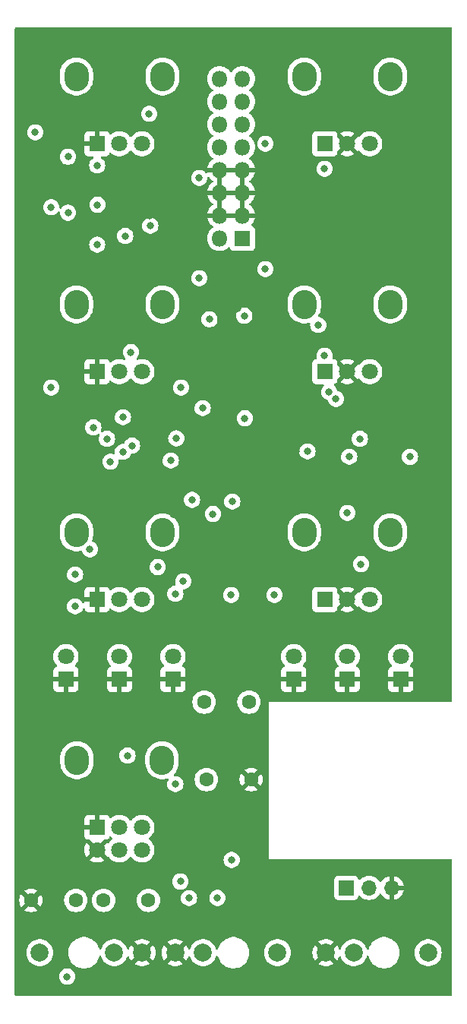
<source format=gbr>
%TF.GenerationSoftware,KiCad,Pcbnew,8.0.7*%
%TF.CreationDate,2025-01-10T16:02:56-05:00*%
%TF.ProjectId,output module,6f757470-7574-4206-9d6f-64756c652e6b,B*%
%TF.SameCoordinates,Original*%
%TF.FileFunction,Copper,L3,Inr*%
%TF.FilePolarity,Positive*%
%FSLAX46Y46*%
G04 Gerber Fmt 4.6, Leading zero omitted, Abs format (unit mm)*
G04 Created by KiCad (PCBNEW 8.0.7) date 2025-01-10 16:02:56*
%MOMM*%
%LPD*%
G01*
G04 APERTURE LIST*
%TA.AperFunction,ComponentPad*%
%ADD10C,1.600000*%
%TD*%
%TA.AperFunction,ComponentPad*%
%ADD11O,2.720000X3.240000*%
%TD*%
%TA.AperFunction,ComponentPad*%
%ADD12R,1.800000X1.800000*%
%TD*%
%TA.AperFunction,ComponentPad*%
%ADD13C,1.800000*%
%TD*%
%TA.AperFunction,ComponentPad*%
%ADD14C,2.000000*%
%TD*%
%TA.AperFunction,ComponentPad*%
%ADD15R,1.700000X1.700000*%
%TD*%
%TA.AperFunction,ComponentPad*%
%ADD16O,1.700000X1.700000*%
%TD*%
%TA.AperFunction,ComponentPad*%
%ADD17O,1.800000X1.800000*%
%TD*%
%TA.AperFunction,ViaPad*%
%ADD18C,0.800000*%
%TD*%
G04 APERTURE END LIST*
D10*
%TO.N,GND*%
%TO.C,C7*%
X98766000Y-135890000D03*
%TO.N,Net-(U2-INR-)*%
X93766000Y-135890000D03*
%TD*%
%TO.N,Net-(C6-Pad1)*%
%TO.C,C6*%
X98512000Y-127254000D03*
%TO.N,Net-(U2-INR+)*%
X93512000Y-127254000D03*
%TD*%
%TO.N,GND*%
%TO.C,C5*%
X74208000Y-149352000D03*
%TO.N,Net-(U2-INL-)*%
X79208000Y-149352000D03*
%TD*%
D11*
%TO.N,*%
%TO.C,RV2*%
X79274000Y-82924000D03*
X88874000Y-82924000D03*
D12*
%TO.N,GND*%
X81574000Y-90424000D03*
D13*
%TO.N,Net-(R3-Pad1)*%
X84074000Y-90424000D03*
%TO.N,Net-(J2-PadT)*%
X86574000Y-90424000D03*
%TD*%
D11*
%TO.N,*%
%TO.C,RV6*%
X104674000Y-82924000D03*
X114274000Y-82924000D03*
D12*
%TO.N,chan_2_right*%
X106974000Y-90424000D03*
D13*
%TO.N,GND*%
X109474000Y-90424000D03*
%TO.N,chan_2_left*%
X111974000Y-90424000D03*
%TD*%
D12*
%TO.N,GND*%
%TO.C,D14*%
X78105000Y-124714000D03*
D13*
%TO.N,Net-(D14-A)*%
X78105000Y-122174000D03*
%TD*%
D11*
%TO.N,*%
%TO.C,RV1*%
X79274000Y-57524000D03*
X88874000Y-57524000D03*
D12*
%TO.N,GND*%
X81574000Y-65024000D03*
D13*
%TO.N,Net-(R1-Pad1)*%
X84074000Y-65024000D03*
%TO.N,Net-(J1-PadT)*%
X86574000Y-65024000D03*
%TD*%
D12*
%TO.N,GND*%
%TO.C,D13*%
X84074000Y-124714000D03*
D13*
%TO.N,Net-(D13-A)*%
X84074000Y-122174000D03*
%TD*%
D14*
%TO.N,GND*%
%TO.C,J2*%
X90294000Y-155194000D03*
%TO.N,Net-(J2-PadT)*%
X101694000Y-155194000D03*
%TO.N,unconnected-(J2-PadTN)*%
X93394000Y-155194000D03*
%TD*%
D11*
%TO.N,*%
%TO.C,RV7*%
X104674000Y-108324000D03*
X114274000Y-108324000D03*
D12*
%TO.N,chan_3_right*%
X106974000Y-115824000D03*
D13*
%TO.N,GND*%
X109474000Y-115824000D03*
%TO.N,chan_3_left*%
X111974000Y-115824000D03*
%TD*%
D14*
%TO.N,GND*%
%TO.C,J3*%
X107091000Y-155194000D03*
%TO.N,Net-(J3-PadT)*%
X118491000Y-155194000D03*
%TO.N,unconnected-(J3-PadTN)*%
X110191000Y-155194000D03*
%TD*%
D11*
%TO.N,*%
%TO.C,RV3*%
X79274000Y-108324000D03*
X88874000Y-108324000D03*
D12*
%TO.N,GND*%
X81574000Y-115824000D03*
D13*
%TO.N,Net-(R2-Pad1)*%
X84074000Y-115824000D03*
%TO.N,Net-(J3-PadT)*%
X86574000Y-115824000D03*
%TD*%
D11*
%TO.N,*%
%TO.C,RV4*%
X79324000Y-133724000D03*
X88824000Y-133724000D03*
D12*
%TO.N,GND*%
X81574000Y-141224000D03*
D13*
%TO.N,Net-(C4-Pad1)*%
X84074000Y-141224000D03*
%TO.N,left_mix*%
X86574000Y-141224000D03*
%TO.N,GND*%
X81574000Y-143724000D03*
%TO.N,Net-(C6-Pad1)*%
X84074000Y-143724000D03*
%TO.N,right_mix*%
X86574000Y-143724000D03*
%TD*%
D14*
%TO.N,GND*%
%TO.C,J1*%
X86584000Y-155194000D03*
%TO.N,Net-(J1-PadT)*%
X75184000Y-155194000D03*
%TO.N,unconnected-(J1-PadTN)*%
X83484000Y-155194000D03*
%TD*%
D12*
%TO.N,GND*%
%TO.C,D5*%
X103505000Y-124714000D03*
D13*
%TO.N,Net-(D5-A)*%
X103505000Y-122174000D03*
%TD*%
D12*
%TO.N,GND*%
%TO.C,D12*%
X90043000Y-124714000D03*
D13*
%TO.N,Net-(D12-A)*%
X90043000Y-122174000D03*
%TD*%
D12*
%TO.N,GND*%
%TO.C,D7*%
X115443000Y-124714000D03*
D13*
%TO.N,Net-(D7-A)*%
X115443000Y-122174000D03*
%TD*%
D12*
%TO.N,GND*%
%TO.C,D6*%
X109474000Y-124714000D03*
D13*
%TO.N,Net-(D6-A)*%
X109474000Y-122174000D03*
%TD*%
D15*
%TO.N,left_out*%
%TO.C,J4*%
X109362000Y-147955000D03*
D16*
%TO.N,right_out*%
X111902000Y-147955000D03*
%TO.N,GND*%
X114442000Y-147955000D03*
%TD*%
D12*
%TO.N,-12V*%
%TO.C,J6*%
X97790000Y-75565000D03*
D17*
X95250000Y-75565000D03*
%TO.N,GND*%
X97790000Y-73025000D03*
X95250000Y-73025000D03*
X97790000Y-70485000D03*
X95250000Y-70485000D03*
X97790000Y-67945000D03*
X95250000Y-67945000D03*
%TO.N,+12V*%
X97790000Y-65405000D03*
X95250000Y-65405000D03*
%TO.N,+5V*%
X97790000Y-62865000D03*
X95250000Y-62865000D03*
%TO.N,unconnected-(J6-cv-Pad13)*%
X97790000Y-60325000D03*
%TO.N,unconnected-(J6-cv-Pad14)*%
X95252858Y-60325000D03*
%TO.N,unconnected-(J6-gate-Pad15)*%
X97790000Y-57785000D03*
%TO.N,unconnected-(J6-gate-Pad16)*%
X95250000Y-57785000D03*
%TD*%
D11*
%TO.N,*%
%TO.C,RV5*%
X104674000Y-57524000D03*
X114274000Y-57524000D03*
D12*
%TO.N,chan_1_right*%
X106974000Y-65024000D03*
D13*
%TO.N,GND*%
X109474000Y-65024000D03*
%TO.N,chan_1_left*%
X111974000Y-65024000D03*
%TD*%
D10*
%TO.N,Net-(C4-Pad1)*%
%TO.C,C4*%
X82296000Y-149352000D03*
%TO.N,Net-(U2-INL+)*%
X87296000Y-149352000D03*
%TD*%
D18*
%TO.N,+5V*%
X90868500Y-147256500D03*
X96583500Y-144843500D03*
%TO.N,GND*%
X99314000Y-142748000D03*
%TO.N,chan_3_left*%
X101346000Y-115316000D03*
X91186000Y-113792000D03*
X90932000Y-92202000D03*
%TO.N,Net-(J2-PadT)*%
X96520000Y-115316000D03*
%TO.N,GND*%
X74930000Y-99568000D03*
X90424000Y-152654000D03*
%TO.N,Net-(R3-Pad1)*%
X76454000Y-92202000D03*
%TO.N,chan_1_left*%
X106934000Y-67818000D03*
%TO.N,chan_3_right*%
X107442000Y-92710000D03*
%TO.N,chan_1_right*%
X108204000Y-93472000D03*
%TO.N,chan_1*%
X100330000Y-65024000D03*
X100330000Y-78994000D03*
%TO.N,chan_3*%
X87503000Y-74168000D03*
X88332799Y-112200201D03*
%TO.N,chan_2*%
X92964000Y-68834000D03*
X92964000Y-80010000D03*
%TO.N,GND*%
X82448400Y-72872600D03*
X90297000Y-103886000D03*
X89154000Y-142113000D03*
X100893577Y-108566412D03*
X95820998Y-83344360D03*
X74908500Y-93912201D03*
X104214783Y-94958500D03*
X103759000Y-99314000D03*
X90907022Y-145702500D03*
X87913500Y-78394689D03*
X84074000Y-54025800D03*
X118872000Y-98298000D03*
X93218000Y-142113000D03*
X97282000Y-89154000D03*
X88523500Y-95504000D03*
X90170000Y-102235000D03*
X117221000Y-103632000D03*
X83528500Y-137531306D03*
X97282000Y-148082000D03*
X90043000Y-106299000D03*
X79959200Y-76631800D03*
X87426800Y-73025000D03*
X101752400Y-81407000D03*
X92202000Y-99441000D03*
X98806000Y-102997000D03*
X82702400Y-71094600D03*
X97280277Y-83394841D03*
X109474000Y-53873400D03*
X113563400Y-71170800D03*
X91643200Y-81762600D03*
X98679000Y-101219000D03*
%TO.N,+5V*%
X84963000Y-133223000D03*
X116460207Y-99925327D03*
X87376000Y-61696600D03*
X92160525Y-104715466D03*
X96647000Y-104902000D03*
X94983000Y-149074168D03*
%TO.N,left_mix*%
X85471000Y-98679000D03*
X85344000Y-88265000D03*
%TO.N,right_mix*%
X105029000Y-99314000D03*
X106229506Y-85232191D03*
%TO.N,left_peak*%
X83058000Y-100472000D03*
X82677000Y-97917000D03*
%TO.N,+12V*%
X94488000Y-106299000D03*
X81584800Y-76276200D03*
X109474000Y-106172000D03*
X81584800Y-67437000D03*
X94099520Y-84589480D03*
X84455000Y-95504000D03*
X93345000Y-94488000D03*
X109691088Y-99911500D03*
X81613791Y-71827912D03*
X84455001Y-99371502D03*
%TO.N,-12V*%
X97994498Y-84201000D03*
X98044000Y-95631000D03*
%TO.N,Net-(D3-A)*%
X110871000Y-97917000D03*
X110998000Y-111887000D03*
%TO.N,Net-(D8-A)*%
X90406000Y-97872000D03*
X89789000Y-100330000D03*
%TO.N,Net-(D10-K)*%
X79121000Y-113030000D03*
X79121000Y-116586000D03*
%TO.N,Net-(D10-A)*%
X80772000Y-110236000D03*
X81153000Y-96647000D03*
%TO.N,Net-(J1-PadT)*%
X74676000Y-63754000D03*
%TO.N,Net-(J2-PadT)*%
X90297000Y-115189000D03*
%TO.N,Net-(J3-PadT)*%
X78232000Y-157861000D03*
%TO.N,Net-(R1-Pad1)*%
X78333600Y-66471800D03*
X78333600Y-72720200D03*
%TO.N,Net-(R2-Pad1)*%
X84709000Y-75311000D03*
%TO.N,Net-(R3-Pad1)*%
X76454000Y-72110600D03*
%TO.N,SHDN*%
X91821000Y-149098000D03*
X90297000Y-136398000D03*
%TO.N,chan_1_left*%
X106934000Y-88646000D03*
%TD*%
%TA.AperFunction,Conductor*%
%TO.N,GND*%
G36*
X83111286Y-142251453D02*
G01*
X83128019Y-142262430D01*
X83201119Y-142319326D01*
X83274123Y-142376147D01*
X83314936Y-142432857D01*
X83318610Y-142502630D01*
X83283978Y-142563313D01*
X83274122Y-142571853D01*
X83122222Y-142690081D01*
X83122219Y-142690084D01*
X83122216Y-142690086D01*
X83122216Y-142690087D01*
X82965021Y-142860847D01*
X82965019Y-142860849D01*
X82965017Y-142860852D01*
X82927509Y-142918262D01*
X82874362Y-142963618D01*
X82805131Y-142973041D01*
X82741795Y-142943538D01*
X82727084Y-142926561D01*
X82725186Y-142926364D01*
X82056962Y-143594589D01*
X82039925Y-143531007D01*
X81974099Y-143416993D01*
X81881007Y-143323901D01*
X81766993Y-143258075D01*
X81703408Y-143241037D01*
X82391415Y-142553031D01*
X82452738Y-142519546D01*
X82522430Y-142524530D01*
X82566777Y-142553031D01*
X82617769Y-142604023D01*
X82716090Y-142567352D01*
X82716091Y-142567351D01*
X82831187Y-142481190D01*
X82831190Y-142481187D01*
X82917350Y-142366093D01*
X82917353Y-142366088D01*
X82935678Y-142316955D01*
X82977549Y-142261020D01*
X83043013Y-142236602D01*
X83111286Y-142251453D01*
G37*
%TD.AperFunction*%
%TA.AperFunction,Conductor*%
G36*
X97277482Y-72812708D02*
G01*
X97240000Y-72952591D01*
X97240000Y-73097409D01*
X97277482Y-73237292D01*
X97299252Y-73275000D01*
X95740748Y-73275000D01*
X95762518Y-73237292D01*
X95800000Y-73097409D01*
X95800000Y-72952591D01*
X95762518Y-72812708D01*
X95740748Y-72775000D01*
X97299252Y-72775000D01*
X97277482Y-72812708D01*
G37*
%TD.AperFunction*%
%TA.AperFunction,Conductor*%
G36*
X95500000Y-72534252D02*
G01*
X95462292Y-72512482D01*
X95322409Y-72475000D01*
X95177591Y-72475000D01*
X95037708Y-72512482D01*
X95000000Y-72534252D01*
X95000000Y-70975747D01*
X95037708Y-70997518D01*
X95177591Y-71035000D01*
X95322409Y-71035000D01*
X95462292Y-70997518D01*
X95500000Y-70975747D01*
X95500000Y-72534252D01*
G37*
%TD.AperFunction*%
%TA.AperFunction,Conductor*%
G36*
X98040000Y-72534252D02*
G01*
X98002292Y-72512482D01*
X97862409Y-72475000D01*
X97717591Y-72475000D01*
X97577708Y-72512482D01*
X97540000Y-72534252D01*
X97540000Y-70975747D01*
X97577708Y-70997518D01*
X97717591Y-71035000D01*
X97862409Y-71035000D01*
X98002292Y-70997518D01*
X98040000Y-70975747D01*
X98040000Y-72534252D01*
G37*
%TD.AperFunction*%
%TA.AperFunction,Conductor*%
G36*
X97277482Y-70272708D02*
G01*
X97240000Y-70412591D01*
X97240000Y-70557409D01*
X97277482Y-70697292D01*
X97299252Y-70735000D01*
X95740748Y-70735000D01*
X95762518Y-70697292D01*
X95800000Y-70557409D01*
X95800000Y-70412591D01*
X95762518Y-70272708D01*
X95740748Y-70235000D01*
X97299252Y-70235000D01*
X97277482Y-70272708D01*
G37*
%TD.AperFunction*%
%TA.AperFunction,Conductor*%
G36*
X95500000Y-69994252D02*
G01*
X95462292Y-69972482D01*
X95322409Y-69935000D01*
X95177591Y-69935000D01*
X95037708Y-69972482D01*
X95000000Y-69994252D01*
X95000000Y-68435747D01*
X95037708Y-68457518D01*
X95177591Y-68495000D01*
X95322409Y-68495000D01*
X95462292Y-68457518D01*
X95500000Y-68435747D01*
X95500000Y-69994252D01*
G37*
%TD.AperFunction*%
%TA.AperFunction,Conductor*%
G36*
X98040000Y-69994252D02*
G01*
X98002292Y-69972482D01*
X97862409Y-69935000D01*
X97717591Y-69935000D01*
X97577708Y-69972482D01*
X97540000Y-69994252D01*
X97540000Y-68435747D01*
X97577708Y-68457518D01*
X97717591Y-68495000D01*
X97862409Y-68495000D01*
X98002292Y-68457518D01*
X98040000Y-68435747D01*
X98040000Y-69994252D01*
G37*
%TD.AperFunction*%
%TA.AperFunction,Conductor*%
G36*
X97277482Y-67732708D02*
G01*
X97240000Y-67872591D01*
X97240000Y-68017409D01*
X97277482Y-68157292D01*
X97299252Y-68195000D01*
X95740748Y-68195000D01*
X95762518Y-68157292D01*
X95800000Y-68017409D01*
X95800000Y-67872591D01*
X95762518Y-67732708D01*
X95740748Y-67695000D01*
X97299252Y-67695000D01*
X97277482Y-67732708D01*
G37*
%TD.AperFunction*%
%TA.AperFunction,Conductor*%
G36*
X121101039Y-52089685D02*
G01*
X121146794Y-52142489D01*
X121158000Y-52194000D01*
X121158000Y-127130000D01*
X121138315Y-127197039D01*
X121085511Y-127242794D01*
X121034000Y-127254000D01*
X100711000Y-127254000D01*
X100711000Y-144780000D01*
X121034000Y-144780000D01*
X121101039Y-144799685D01*
X121146794Y-144852489D01*
X121158000Y-144904000D01*
X121158000Y-159896000D01*
X121138315Y-159963039D01*
X121085511Y-160008794D01*
X121034000Y-160020000D01*
X72514000Y-160020000D01*
X72446961Y-160000315D01*
X72401206Y-159947511D01*
X72390000Y-159896000D01*
X72390000Y-157861000D01*
X77326540Y-157861000D01*
X77346326Y-158049256D01*
X77346327Y-158049259D01*
X77404818Y-158229277D01*
X77404821Y-158229284D01*
X77499467Y-158393216D01*
X77626129Y-158533888D01*
X77779265Y-158645148D01*
X77779270Y-158645151D01*
X77952192Y-158722142D01*
X77952197Y-158722144D01*
X78137354Y-158761500D01*
X78137355Y-158761500D01*
X78326644Y-158761500D01*
X78326646Y-158761500D01*
X78511803Y-158722144D01*
X78684730Y-158645151D01*
X78837871Y-158533888D01*
X78964533Y-158393216D01*
X79059179Y-158229284D01*
X79117674Y-158049256D01*
X79137460Y-157861000D01*
X79117674Y-157672744D01*
X79059179Y-157492716D01*
X78964533Y-157328784D01*
X78837871Y-157188112D01*
X78837870Y-157188111D01*
X78684734Y-157076851D01*
X78684729Y-157076848D01*
X78511807Y-156999857D01*
X78511802Y-156999855D01*
X78366001Y-156968865D01*
X78326646Y-156960500D01*
X78137354Y-156960500D01*
X78104897Y-156967398D01*
X77952197Y-156999855D01*
X77952192Y-156999857D01*
X77779270Y-157076848D01*
X77779265Y-157076851D01*
X77626129Y-157188111D01*
X77499466Y-157328785D01*
X77404821Y-157492715D01*
X77404818Y-157492722D01*
X77346327Y-157672740D01*
X77346326Y-157672744D01*
X77326540Y-157861000D01*
X72390000Y-157861000D01*
X72390000Y-155193994D01*
X73678357Y-155193994D01*
X73678357Y-155194005D01*
X73698890Y-155441812D01*
X73698892Y-155441824D01*
X73759936Y-155682881D01*
X73859826Y-155910606D01*
X73995833Y-156118782D01*
X73995836Y-156118785D01*
X74164256Y-156301738D01*
X74360491Y-156454474D01*
X74360493Y-156454475D01*
X74578332Y-156572364D01*
X74579190Y-156572828D01*
X74798141Y-156647994D01*
X74812964Y-156653083D01*
X74814386Y-156653571D01*
X75059665Y-156694500D01*
X75308335Y-156694500D01*
X75553614Y-156653571D01*
X75788810Y-156572828D01*
X76007509Y-156454474D01*
X76203744Y-156301738D01*
X76372164Y-156118785D01*
X76508173Y-155910607D01*
X76608063Y-155682881D01*
X76669108Y-155441821D01*
X76670453Y-155425591D01*
X76689643Y-155194005D01*
X76689643Y-155193994D01*
X76680136Y-155079258D01*
X78353500Y-155079258D01*
X78353500Y-155308741D01*
X78371022Y-155441824D01*
X78383452Y-155536238D01*
X78422745Y-155682882D01*
X78442842Y-155757887D01*
X78530650Y-155969876D01*
X78530656Y-155969888D01*
X78616621Y-156118785D01*
X78645392Y-156168617D01*
X78785081Y-156350661D01*
X78785089Y-156350670D01*
X78947330Y-156512911D01*
X78947338Y-156512918D01*
X79129382Y-156652607D01*
X79129385Y-156652608D01*
X79129388Y-156652611D01*
X79328112Y-156767344D01*
X79328117Y-156767346D01*
X79328123Y-156767349D01*
X79419480Y-156805190D01*
X79540113Y-156855158D01*
X79761762Y-156914548D01*
X79989266Y-156944500D01*
X79989273Y-156944500D01*
X80218727Y-156944500D01*
X80218734Y-156944500D01*
X80446238Y-156914548D01*
X80667887Y-156855158D01*
X80879888Y-156767344D01*
X81078612Y-156652611D01*
X81260661Y-156512919D01*
X81260665Y-156512914D01*
X81260670Y-156512911D01*
X81422911Y-156350670D01*
X81422914Y-156350665D01*
X81422919Y-156350661D01*
X81562611Y-156168612D01*
X81677344Y-155969888D01*
X81765158Y-155757887D01*
X81803312Y-155615492D01*
X81839674Y-155555836D01*
X81902521Y-155525306D01*
X81971897Y-155533600D01*
X82025775Y-155578085D01*
X82043291Y-155617148D01*
X82059937Y-155682882D01*
X82159826Y-155910606D01*
X82295833Y-156118782D01*
X82295836Y-156118785D01*
X82464256Y-156301738D01*
X82660491Y-156454474D01*
X82660493Y-156454475D01*
X82878332Y-156572364D01*
X82879190Y-156572828D01*
X83098141Y-156647994D01*
X83112964Y-156653083D01*
X83114386Y-156653571D01*
X83359665Y-156694500D01*
X83608335Y-156694500D01*
X83853614Y-156653571D01*
X84088810Y-156572828D01*
X84307509Y-156454474D01*
X84503744Y-156301738D01*
X84672164Y-156118785D01*
X84808173Y-155910607D01*
X84908063Y-155682881D01*
X84914052Y-155659230D01*
X84949591Y-155599075D01*
X85012011Y-155567682D01*
X85081494Y-155575019D01*
X85135980Y-155618758D01*
X85154464Y-155659230D01*
X85160411Y-155682716D01*
X85260267Y-155910367D01*
X85360562Y-156063881D01*
X86019387Y-155405058D01*
X86024889Y-155425591D01*
X86103881Y-155562408D01*
X86215592Y-155674119D01*
X86352409Y-155753111D01*
X86372940Y-155758612D01*
X85713943Y-156417609D01*
X85760768Y-156454055D01*
X85760771Y-156454057D01*
X85979385Y-156572364D01*
X85979396Y-156572369D01*
X86214506Y-156653083D01*
X86459707Y-156694000D01*
X86708293Y-156694000D01*
X86953493Y-156653083D01*
X87188603Y-156572369D01*
X87188614Y-156572364D01*
X87407230Y-156454056D01*
X87407236Y-156454051D01*
X87454055Y-156417610D01*
X87454056Y-156417609D01*
X86795058Y-155758612D01*
X86815591Y-155753111D01*
X86952408Y-155674119D01*
X87064119Y-155562408D01*
X87143111Y-155425591D01*
X87148612Y-155405059D01*
X87807435Y-156063882D01*
X87907733Y-155910364D01*
X88007587Y-155682717D01*
X88068612Y-155441738D01*
X88068614Y-155441729D01*
X88089141Y-155194005D01*
X88089141Y-155193994D01*
X88788859Y-155193994D01*
X88788859Y-155194005D01*
X88809385Y-155441729D01*
X88809387Y-155441738D01*
X88870412Y-155682717D01*
X88970267Y-155910367D01*
X89070562Y-156063881D01*
X89729387Y-155405058D01*
X89734889Y-155425591D01*
X89813881Y-155562408D01*
X89925592Y-155674119D01*
X90062409Y-155753111D01*
X90082940Y-155758612D01*
X89423943Y-156417609D01*
X89470768Y-156454055D01*
X89470771Y-156454057D01*
X89689385Y-156572364D01*
X89689396Y-156572369D01*
X89924506Y-156653083D01*
X90169707Y-156694000D01*
X90418293Y-156694000D01*
X90663493Y-156653083D01*
X90898603Y-156572369D01*
X90898614Y-156572364D01*
X91117230Y-156454056D01*
X91117236Y-156454051D01*
X91164055Y-156417610D01*
X91164056Y-156417609D01*
X90505058Y-155758612D01*
X90525591Y-155753111D01*
X90662408Y-155674119D01*
X90774119Y-155562408D01*
X90853111Y-155425591D01*
X90858612Y-155405059D01*
X91517435Y-156063882D01*
X91617733Y-155910364D01*
X91717588Y-155682717D01*
X91723534Y-155659234D01*
X91759072Y-155599077D01*
X91821491Y-155567683D01*
X91890974Y-155575018D01*
X91945462Y-155618755D01*
X91963946Y-155659227D01*
X91969936Y-155682879D01*
X92069826Y-155910606D01*
X92205833Y-156118782D01*
X92205836Y-156118785D01*
X92374256Y-156301738D01*
X92570491Y-156454474D01*
X92570493Y-156454475D01*
X92788332Y-156572364D01*
X92789190Y-156572828D01*
X93008141Y-156647994D01*
X93022964Y-156653083D01*
X93024386Y-156653571D01*
X93269665Y-156694500D01*
X93518335Y-156694500D01*
X93763614Y-156653571D01*
X93998810Y-156572828D01*
X94217509Y-156454474D01*
X94413744Y-156301738D01*
X94582164Y-156118785D01*
X94718173Y-155910607D01*
X94818063Y-155682881D01*
X94834708Y-155617148D01*
X94870247Y-155556994D01*
X94932667Y-155525601D01*
X95002150Y-155532939D01*
X95056636Y-155576677D01*
X95074688Y-155615495D01*
X95092744Y-155682879D01*
X95112842Y-155757887D01*
X95200650Y-155969876D01*
X95200656Y-155969888D01*
X95286621Y-156118785D01*
X95315392Y-156168617D01*
X95455081Y-156350661D01*
X95455089Y-156350670D01*
X95617330Y-156512911D01*
X95617338Y-156512918D01*
X95799382Y-156652607D01*
X95799385Y-156652608D01*
X95799388Y-156652611D01*
X95998112Y-156767344D01*
X95998117Y-156767346D01*
X95998123Y-156767349D01*
X96089480Y-156805190D01*
X96210113Y-156855158D01*
X96431762Y-156914548D01*
X96659266Y-156944500D01*
X96659273Y-156944500D01*
X96888727Y-156944500D01*
X96888734Y-156944500D01*
X97116238Y-156914548D01*
X97337887Y-156855158D01*
X97549888Y-156767344D01*
X97748612Y-156652611D01*
X97930661Y-156512919D01*
X97930665Y-156512914D01*
X97930670Y-156512911D01*
X98092911Y-156350670D01*
X98092914Y-156350665D01*
X98092919Y-156350661D01*
X98232611Y-156168612D01*
X98347344Y-155969888D01*
X98435158Y-155757887D01*
X98494548Y-155536238D01*
X98524500Y-155308734D01*
X98524500Y-155193994D01*
X100188357Y-155193994D01*
X100188357Y-155194005D01*
X100208890Y-155441812D01*
X100208892Y-155441824D01*
X100269936Y-155682881D01*
X100369826Y-155910606D01*
X100505833Y-156118782D01*
X100505836Y-156118785D01*
X100674256Y-156301738D01*
X100870491Y-156454474D01*
X100870493Y-156454475D01*
X101088332Y-156572364D01*
X101089190Y-156572828D01*
X101308141Y-156647994D01*
X101322964Y-156653083D01*
X101324386Y-156653571D01*
X101569665Y-156694500D01*
X101818335Y-156694500D01*
X102063614Y-156653571D01*
X102298810Y-156572828D01*
X102517509Y-156454474D01*
X102713744Y-156301738D01*
X102882164Y-156118785D01*
X103018173Y-155910607D01*
X103118063Y-155682881D01*
X103179108Y-155441821D01*
X103180453Y-155425591D01*
X103199643Y-155194005D01*
X103199643Y-155193994D01*
X105585859Y-155193994D01*
X105585859Y-155194005D01*
X105606385Y-155441729D01*
X105606387Y-155441738D01*
X105667412Y-155682717D01*
X105767267Y-155910367D01*
X105867562Y-156063881D01*
X106526387Y-155405058D01*
X106531889Y-155425591D01*
X106610881Y-155562408D01*
X106722592Y-155674119D01*
X106859409Y-155753111D01*
X106879940Y-155758612D01*
X106220943Y-156417609D01*
X106267768Y-156454055D01*
X106267771Y-156454057D01*
X106486385Y-156572364D01*
X106486396Y-156572369D01*
X106721506Y-156653083D01*
X106966707Y-156694000D01*
X107215293Y-156694000D01*
X107460493Y-156653083D01*
X107695603Y-156572369D01*
X107695614Y-156572364D01*
X107914230Y-156454056D01*
X107914236Y-156454051D01*
X107961055Y-156417610D01*
X107961056Y-156417609D01*
X107302058Y-155758612D01*
X107322591Y-155753111D01*
X107459408Y-155674119D01*
X107571119Y-155562408D01*
X107650111Y-155425591D01*
X107655612Y-155405059D01*
X108314435Y-156063882D01*
X108414733Y-155910364D01*
X108514588Y-155682717D01*
X108520534Y-155659234D01*
X108556072Y-155599077D01*
X108618491Y-155567683D01*
X108687974Y-155575018D01*
X108742462Y-155618755D01*
X108760946Y-155659227D01*
X108766936Y-155682879D01*
X108866826Y-155910606D01*
X109002833Y-156118782D01*
X109002836Y-156118785D01*
X109171256Y-156301738D01*
X109367491Y-156454474D01*
X109367493Y-156454475D01*
X109585332Y-156572364D01*
X109586190Y-156572828D01*
X109805141Y-156647994D01*
X109819964Y-156653083D01*
X109821386Y-156653571D01*
X110066665Y-156694500D01*
X110315335Y-156694500D01*
X110560614Y-156653571D01*
X110795810Y-156572828D01*
X111014509Y-156454474D01*
X111210744Y-156301738D01*
X111379164Y-156118785D01*
X111515173Y-155910607D01*
X111615063Y-155682881D01*
X111631708Y-155617148D01*
X111667247Y-155556994D01*
X111729667Y-155525601D01*
X111799150Y-155532939D01*
X111853636Y-155576677D01*
X111871688Y-155615495D01*
X111889744Y-155682879D01*
X111909842Y-155757887D01*
X111997650Y-155969876D01*
X111997656Y-155969888D01*
X112083621Y-156118785D01*
X112112392Y-156168617D01*
X112252081Y-156350661D01*
X112252089Y-156350670D01*
X112414330Y-156512911D01*
X112414338Y-156512918D01*
X112596382Y-156652607D01*
X112596385Y-156652608D01*
X112596388Y-156652611D01*
X112795112Y-156767344D01*
X112795117Y-156767346D01*
X112795123Y-156767349D01*
X112886480Y-156805190D01*
X113007113Y-156855158D01*
X113228762Y-156914548D01*
X113456266Y-156944500D01*
X113456273Y-156944500D01*
X113685727Y-156944500D01*
X113685734Y-156944500D01*
X113913238Y-156914548D01*
X114134887Y-156855158D01*
X114346888Y-156767344D01*
X114545612Y-156652611D01*
X114727661Y-156512919D01*
X114727665Y-156512914D01*
X114727670Y-156512911D01*
X114889911Y-156350670D01*
X114889914Y-156350665D01*
X114889919Y-156350661D01*
X115029611Y-156168612D01*
X115144344Y-155969888D01*
X115232158Y-155757887D01*
X115291548Y-155536238D01*
X115321500Y-155308734D01*
X115321500Y-155193994D01*
X116985357Y-155193994D01*
X116985357Y-155194005D01*
X117005890Y-155441812D01*
X117005892Y-155441824D01*
X117066936Y-155682881D01*
X117166826Y-155910606D01*
X117302833Y-156118782D01*
X117302836Y-156118785D01*
X117471256Y-156301738D01*
X117667491Y-156454474D01*
X117667493Y-156454475D01*
X117885332Y-156572364D01*
X117886190Y-156572828D01*
X118105141Y-156647994D01*
X118119964Y-156653083D01*
X118121386Y-156653571D01*
X118366665Y-156694500D01*
X118615335Y-156694500D01*
X118860614Y-156653571D01*
X119095810Y-156572828D01*
X119314509Y-156454474D01*
X119510744Y-156301738D01*
X119679164Y-156118785D01*
X119815173Y-155910607D01*
X119915063Y-155682881D01*
X119976108Y-155441821D01*
X119977453Y-155425591D01*
X119996643Y-155194005D01*
X119996643Y-155193994D01*
X119976109Y-154946187D01*
X119976107Y-154946175D01*
X119915063Y-154705118D01*
X119815173Y-154477393D01*
X119679166Y-154269217D01*
X119633295Y-154219388D01*
X119510744Y-154086262D01*
X119314509Y-153933526D01*
X119314507Y-153933525D01*
X119314506Y-153933524D01*
X119095811Y-153815172D01*
X119095802Y-153815169D01*
X118860616Y-153734429D01*
X118615335Y-153693500D01*
X118366665Y-153693500D01*
X118121383Y-153734429D01*
X117886197Y-153815169D01*
X117886188Y-153815172D01*
X117667493Y-153933524D01*
X117471257Y-154086261D01*
X117302833Y-154269217D01*
X117166826Y-154477393D01*
X117066936Y-154705118D01*
X117005892Y-154946175D01*
X117005890Y-154946187D01*
X116985357Y-155193994D01*
X115321500Y-155193994D01*
X115321500Y-155079266D01*
X115291548Y-154851762D01*
X115232158Y-154630113D01*
X115169000Y-154477637D01*
X115144349Y-154418123D01*
X115144346Y-154418117D01*
X115144344Y-154418112D01*
X115029611Y-154219388D01*
X115029608Y-154219385D01*
X115029607Y-154219382D01*
X114889918Y-154037338D01*
X114889911Y-154037330D01*
X114727670Y-153875089D01*
X114727661Y-153875081D01*
X114545617Y-153735392D01*
X114346890Y-153620657D01*
X114346876Y-153620650D01*
X114134887Y-153532842D01*
X113913238Y-153473452D01*
X113875215Y-153468446D01*
X113685741Y-153443500D01*
X113685734Y-153443500D01*
X113456266Y-153443500D01*
X113456258Y-153443500D01*
X113239715Y-153472009D01*
X113228762Y-153473452D01*
X113135076Y-153498554D01*
X113007112Y-153532842D01*
X112795123Y-153620650D01*
X112795109Y-153620657D01*
X112596382Y-153735392D01*
X112414338Y-153875081D01*
X112252081Y-154037338D01*
X112112392Y-154219382D01*
X111997657Y-154418109D01*
X111997650Y-154418123D01*
X111909843Y-154630110D01*
X111909842Y-154630113D01*
X111872132Y-154770850D01*
X111871689Y-154772504D01*
X111835324Y-154832164D01*
X111772477Y-154862693D01*
X111703101Y-154854398D01*
X111649223Y-154809913D01*
X111631709Y-154770852D01*
X111615063Y-154705119D01*
X111515173Y-154477393D01*
X111476441Y-154418109D01*
X111379166Y-154269217D01*
X111333295Y-154219388D01*
X111210744Y-154086262D01*
X111014509Y-153933526D01*
X111014507Y-153933525D01*
X111014506Y-153933524D01*
X110795811Y-153815172D01*
X110795802Y-153815169D01*
X110560616Y-153734429D01*
X110315335Y-153693500D01*
X110066665Y-153693500D01*
X109821383Y-153734429D01*
X109586197Y-153815169D01*
X109586188Y-153815172D01*
X109367493Y-153933524D01*
X109171257Y-154086261D01*
X109002833Y-154269217D01*
X108866826Y-154477393D01*
X108766936Y-154705119D01*
X108760946Y-154728773D01*
X108725404Y-154788928D01*
X108662983Y-154820318D01*
X108593500Y-154812978D01*
X108539016Y-154769237D01*
X108520535Y-154728766D01*
X108514590Y-154705290D01*
X108514588Y-154705284D01*
X108414732Y-154477632D01*
X108314435Y-154324116D01*
X107655612Y-154982940D01*
X107650111Y-154962409D01*
X107571119Y-154825592D01*
X107459408Y-154713881D01*
X107322591Y-154634889D01*
X107302058Y-154629387D01*
X107961055Y-153970389D01*
X107961055Y-153970388D01*
X107914236Y-153933947D01*
X107914231Y-153933944D01*
X107695614Y-153815635D01*
X107695603Y-153815630D01*
X107460493Y-153734916D01*
X107215293Y-153694000D01*
X106966707Y-153694000D01*
X106721506Y-153734916D01*
X106486396Y-153815630D01*
X106486385Y-153815635D01*
X106267770Y-153933943D01*
X106220943Y-153970389D01*
X106879941Y-154629387D01*
X106859409Y-154634889D01*
X106722592Y-154713881D01*
X106610881Y-154825592D01*
X106531889Y-154962409D01*
X106526387Y-154982941D01*
X105867563Y-154324117D01*
X105767267Y-154477633D01*
X105767265Y-154477637D01*
X105667412Y-154705282D01*
X105606387Y-154946261D01*
X105606385Y-154946270D01*
X105585859Y-155193994D01*
X103199643Y-155193994D01*
X103179109Y-154946187D01*
X103179107Y-154946175D01*
X103118063Y-154705118D01*
X103018173Y-154477393D01*
X102882166Y-154269217D01*
X102836295Y-154219388D01*
X102713744Y-154086262D01*
X102517509Y-153933526D01*
X102517507Y-153933525D01*
X102517506Y-153933524D01*
X102298811Y-153815172D01*
X102298802Y-153815169D01*
X102063616Y-153734429D01*
X101818335Y-153693500D01*
X101569665Y-153693500D01*
X101324383Y-153734429D01*
X101089197Y-153815169D01*
X101089188Y-153815172D01*
X100870493Y-153933524D01*
X100674257Y-154086261D01*
X100505833Y-154269217D01*
X100369826Y-154477393D01*
X100269936Y-154705118D01*
X100208892Y-154946175D01*
X100208890Y-154946187D01*
X100188357Y-155193994D01*
X98524500Y-155193994D01*
X98524500Y-155079266D01*
X98494548Y-154851762D01*
X98435158Y-154630113D01*
X98372000Y-154477637D01*
X98347349Y-154418123D01*
X98347346Y-154418117D01*
X98347344Y-154418112D01*
X98232611Y-154219388D01*
X98232608Y-154219385D01*
X98232607Y-154219382D01*
X98092918Y-154037338D01*
X98092911Y-154037330D01*
X97930670Y-153875089D01*
X97930661Y-153875081D01*
X97748617Y-153735392D01*
X97549890Y-153620657D01*
X97549876Y-153620650D01*
X97337887Y-153532842D01*
X97116238Y-153473452D01*
X97078215Y-153468446D01*
X96888741Y-153443500D01*
X96888734Y-153443500D01*
X96659266Y-153443500D01*
X96659258Y-153443500D01*
X96442715Y-153472009D01*
X96431762Y-153473452D01*
X96338076Y-153498554D01*
X96210112Y-153532842D01*
X95998123Y-153620650D01*
X95998109Y-153620657D01*
X95799382Y-153735392D01*
X95617338Y-153875081D01*
X95455081Y-154037338D01*
X95315392Y-154219382D01*
X95200657Y-154418109D01*
X95200650Y-154418123D01*
X95112843Y-154630110D01*
X95112842Y-154630113D01*
X95075132Y-154770850D01*
X95074689Y-154772504D01*
X95038324Y-154832164D01*
X94975477Y-154862693D01*
X94906101Y-154854398D01*
X94852223Y-154809913D01*
X94834709Y-154770852D01*
X94818063Y-154705119D01*
X94718173Y-154477393D01*
X94679441Y-154418109D01*
X94582166Y-154269217D01*
X94536295Y-154219388D01*
X94413744Y-154086262D01*
X94217509Y-153933526D01*
X94217507Y-153933525D01*
X94217506Y-153933524D01*
X93998811Y-153815172D01*
X93998802Y-153815169D01*
X93763616Y-153734429D01*
X93518335Y-153693500D01*
X93269665Y-153693500D01*
X93024383Y-153734429D01*
X92789197Y-153815169D01*
X92789188Y-153815172D01*
X92570493Y-153933524D01*
X92374257Y-154086261D01*
X92205833Y-154269217D01*
X92069826Y-154477393D01*
X91969936Y-154705119D01*
X91963946Y-154728773D01*
X91928404Y-154788928D01*
X91865983Y-154820318D01*
X91796500Y-154812978D01*
X91742016Y-154769237D01*
X91723535Y-154728766D01*
X91717590Y-154705290D01*
X91717588Y-154705284D01*
X91617732Y-154477632D01*
X91517435Y-154324116D01*
X90858612Y-154982940D01*
X90853111Y-154962409D01*
X90774119Y-154825592D01*
X90662408Y-154713881D01*
X90525591Y-154634889D01*
X90505058Y-154629387D01*
X91164055Y-153970389D01*
X91164055Y-153970388D01*
X91117236Y-153933947D01*
X91117231Y-153933944D01*
X90898614Y-153815635D01*
X90898603Y-153815630D01*
X90663493Y-153734916D01*
X90418293Y-153694000D01*
X90169707Y-153694000D01*
X89924506Y-153734916D01*
X89689396Y-153815630D01*
X89689385Y-153815635D01*
X89470770Y-153933943D01*
X89423943Y-153970389D01*
X90082941Y-154629387D01*
X90062409Y-154634889D01*
X89925592Y-154713881D01*
X89813881Y-154825592D01*
X89734889Y-154962409D01*
X89729387Y-154982941D01*
X89070563Y-154324117D01*
X88970267Y-154477633D01*
X88970265Y-154477637D01*
X88870412Y-154705282D01*
X88809387Y-154946261D01*
X88809385Y-154946270D01*
X88788859Y-155193994D01*
X88089141Y-155193994D01*
X88068614Y-154946270D01*
X88068612Y-154946261D01*
X88007587Y-154705282D01*
X87907732Y-154477632D01*
X87807435Y-154324116D01*
X87148612Y-154982940D01*
X87143111Y-154962409D01*
X87064119Y-154825592D01*
X86952408Y-154713881D01*
X86815591Y-154634889D01*
X86795058Y-154629387D01*
X87454055Y-153970389D01*
X87454055Y-153970388D01*
X87407236Y-153933947D01*
X87407231Y-153933944D01*
X87188614Y-153815635D01*
X87188603Y-153815630D01*
X86953493Y-153734916D01*
X86708293Y-153694000D01*
X86459707Y-153694000D01*
X86214506Y-153734916D01*
X85979396Y-153815630D01*
X85979385Y-153815635D01*
X85760770Y-153933943D01*
X85713943Y-153970389D01*
X86372941Y-154629387D01*
X86352409Y-154634889D01*
X86215592Y-154713881D01*
X86103881Y-154825592D01*
X86024889Y-154962409D01*
X86019387Y-154982941D01*
X85360563Y-154324117D01*
X85260267Y-154477633D01*
X85260265Y-154477637D01*
X85160411Y-154705284D01*
X85160408Y-154705292D01*
X85154463Y-154728770D01*
X85118924Y-154788926D01*
X85056503Y-154820317D01*
X84987020Y-154812979D01*
X84932534Y-154769240D01*
X84914052Y-154728769D01*
X84914051Y-154728766D01*
X84908063Y-154705119D01*
X84808173Y-154477393D01*
X84769441Y-154418109D01*
X84672166Y-154269217D01*
X84626295Y-154219388D01*
X84503744Y-154086262D01*
X84307509Y-153933526D01*
X84307507Y-153933525D01*
X84307506Y-153933524D01*
X84088811Y-153815172D01*
X84088802Y-153815169D01*
X83853616Y-153734429D01*
X83608335Y-153693500D01*
X83359665Y-153693500D01*
X83114383Y-153734429D01*
X82879197Y-153815169D01*
X82879188Y-153815172D01*
X82660493Y-153933524D01*
X82464257Y-154086261D01*
X82295833Y-154269217D01*
X82159826Y-154477393D01*
X82059935Y-154705122D01*
X82059935Y-154705123D01*
X82043290Y-154770851D01*
X82007751Y-154831007D01*
X81945330Y-154862398D01*
X81875847Y-154855060D01*
X81821361Y-154811320D01*
X81803312Y-154772507D01*
X81765158Y-154630113D01*
X81702000Y-154477637D01*
X81677349Y-154418123D01*
X81677346Y-154418117D01*
X81677344Y-154418112D01*
X81562611Y-154219388D01*
X81562608Y-154219385D01*
X81562607Y-154219382D01*
X81422918Y-154037338D01*
X81422911Y-154037330D01*
X81260670Y-153875089D01*
X81260661Y-153875081D01*
X81078617Y-153735392D01*
X80879890Y-153620657D01*
X80879876Y-153620650D01*
X80667887Y-153532842D01*
X80446238Y-153473452D01*
X80408215Y-153468446D01*
X80218741Y-153443500D01*
X80218734Y-153443500D01*
X79989266Y-153443500D01*
X79989258Y-153443500D01*
X79772715Y-153472009D01*
X79761762Y-153473452D01*
X79668076Y-153498554D01*
X79540112Y-153532842D01*
X79328123Y-153620650D01*
X79328109Y-153620657D01*
X79129382Y-153735392D01*
X78947338Y-153875081D01*
X78785081Y-154037338D01*
X78645392Y-154219382D01*
X78530657Y-154418109D01*
X78530650Y-154418123D01*
X78442842Y-154630112D01*
X78383453Y-154851759D01*
X78383451Y-154851770D01*
X78353500Y-155079258D01*
X76680136Y-155079258D01*
X76669109Y-154946187D01*
X76669107Y-154946175D01*
X76608063Y-154705118D01*
X76508173Y-154477393D01*
X76372166Y-154269217D01*
X76326295Y-154219388D01*
X76203744Y-154086262D01*
X76007509Y-153933526D01*
X76007507Y-153933525D01*
X76007506Y-153933524D01*
X75788811Y-153815172D01*
X75788802Y-153815169D01*
X75553616Y-153734429D01*
X75308335Y-153693500D01*
X75059665Y-153693500D01*
X74814383Y-153734429D01*
X74579197Y-153815169D01*
X74579188Y-153815172D01*
X74360493Y-153933524D01*
X74164257Y-154086261D01*
X73995833Y-154269217D01*
X73859826Y-154477393D01*
X73759936Y-154705118D01*
X73698892Y-154946175D01*
X73698890Y-154946187D01*
X73678357Y-155193994D01*
X72390000Y-155193994D01*
X72390000Y-149351997D01*
X72903034Y-149351997D01*
X72903034Y-149352002D01*
X72922858Y-149578599D01*
X72922860Y-149578610D01*
X72981730Y-149798317D01*
X72981735Y-149798331D01*
X73077863Y-150004478D01*
X73128974Y-150077472D01*
X73808000Y-149398446D01*
X73808000Y-149404661D01*
X73835259Y-149506394D01*
X73887920Y-149597606D01*
X73962394Y-149672080D01*
X74053606Y-149724741D01*
X74155339Y-149752000D01*
X74161553Y-149752000D01*
X73482526Y-150431025D01*
X73555513Y-150482132D01*
X73555521Y-150482136D01*
X73761668Y-150578264D01*
X73761682Y-150578269D01*
X73981389Y-150637139D01*
X73981400Y-150637141D01*
X74207998Y-150656966D01*
X74208002Y-150656966D01*
X74434599Y-150637141D01*
X74434610Y-150637139D01*
X74654317Y-150578269D01*
X74654331Y-150578264D01*
X74860478Y-150482136D01*
X74933471Y-150431024D01*
X74254447Y-149752000D01*
X74260661Y-149752000D01*
X74362394Y-149724741D01*
X74453606Y-149672080D01*
X74528080Y-149597606D01*
X74580741Y-149506394D01*
X74608000Y-149404661D01*
X74608000Y-149398447D01*
X75287024Y-150077471D01*
X75338136Y-150004478D01*
X75434264Y-149798331D01*
X75434269Y-149798317D01*
X75493139Y-149578610D01*
X75493141Y-149578599D01*
X75512966Y-149352002D01*
X75512966Y-149351998D01*
X77902532Y-149351998D01*
X77902532Y-149352001D01*
X77922364Y-149578686D01*
X77922366Y-149578697D01*
X77981258Y-149798488D01*
X77981261Y-149798497D01*
X78077431Y-150004732D01*
X78077432Y-150004734D01*
X78207954Y-150191141D01*
X78368858Y-150352045D01*
X78368861Y-150352047D01*
X78555266Y-150482568D01*
X78761504Y-150578739D01*
X78981308Y-150637635D01*
X79143230Y-150651801D01*
X79207998Y-150657468D01*
X79208000Y-150657468D01*
X79208002Y-150657468D01*
X79264673Y-150652509D01*
X79434692Y-150637635D01*
X79654496Y-150578739D01*
X79860734Y-150482568D01*
X80047139Y-150352047D01*
X80208047Y-150191139D01*
X80338568Y-150004734D01*
X80434739Y-149798496D01*
X80493635Y-149578692D01*
X80513468Y-149352000D01*
X80513468Y-149351998D01*
X80990532Y-149351998D01*
X80990532Y-149352001D01*
X81010364Y-149578686D01*
X81010366Y-149578697D01*
X81069258Y-149798488D01*
X81069261Y-149798497D01*
X81165431Y-150004732D01*
X81165432Y-150004734D01*
X81295954Y-150191141D01*
X81456858Y-150352045D01*
X81456861Y-150352047D01*
X81643266Y-150482568D01*
X81849504Y-150578739D01*
X82069308Y-150637635D01*
X82231230Y-150651801D01*
X82295998Y-150657468D01*
X82296000Y-150657468D01*
X82296002Y-150657468D01*
X82352673Y-150652509D01*
X82522692Y-150637635D01*
X82742496Y-150578739D01*
X82948734Y-150482568D01*
X83135139Y-150352047D01*
X83296047Y-150191139D01*
X83426568Y-150004734D01*
X83522739Y-149798496D01*
X83581635Y-149578692D01*
X83601468Y-149352000D01*
X83601468Y-149351998D01*
X85990532Y-149351998D01*
X85990532Y-149352001D01*
X86010364Y-149578686D01*
X86010366Y-149578697D01*
X86069258Y-149798488D01*
X86069261Y-149798497D01*
X86165431Y-150004732D01*
X86165432Y-150004734D01*
X86295954Y-150191141D01*
X86456858Y-150352045D01*
X86456861Y-150352047D01*
X86643266Y-150482568D01*
X86849504Y-150578739D01*
X87069308Y-150637635D01*
X87231230Y-150651801D01*
X87295998Y-150657468D01*
X87296000Y-150657468D01*
X87296002Y-150657468D01*
X87352673Y-150652509D01*
X87522692Y-150637635D01*
X87742496Y-150578739D01*
X87948734Y-150482568D01*
X88135139Y-150352047D01*
X88296047Y-150191139D01*
X88426568Y-150004734D01*
X88522739Y-149798496D01*
X88581635Y-149578692D01*
X88601468Y-149352000D01*
X88581635Y-149125308D01*
X88574318Y-149098000D01*
X90915540Y-149098000D01*
X90935326Y-149286256D01*
X90935327Y-149286259D01*
X90993818Y-149466277D01*
X90993821Y-149466284D01*
X91088467Y-149630216D01*
X91126162Y-149672080D01*
X91215129Y-149770888D01*
X91368265Y-149882148D01*
X91368270Y-149882151D01*
X91541192Y-149959142D01*
X91541197Y-149959144D01*
X91726354Y-149998500D01*
X91726355Y-149998500D01*
X91915644Y-149998500D01*
X91915646Y-149998500D01*
X92100803Y-149959144D01*
X92273730Y-149882151D01*
X92426871Y-149770888D01*
X92553533Y-149630216D01*
X92648179Y-149466284D01*
X92706674Y-149286256D01*
X92726460Y-149098000D01*
X92723955Y-149074168D01*
X94077540Y-149074168D01*
X94097326Y-149262424D01*
X94097327Y-149262427D01*
X94155818Y-149442445D01*
X94155821Y-149442452D01*
X94250467Y-149606384D01*
X94377129Y-149747056D01*
X94530265Y-149858316D01*
X94530270Y-149858319D01*
X94703192Y-149935310D01*
X94703197Y-149935312D01*
X94888354Y-149974668D01*
X94888355Y-149974668D01*
X95077644Y-149974668D01*
X95077646Y-149974668D01*
X95262803Y-149935312D01*
X95435730Y-149858319D01*
X95588871Y-149747056D01*
X95715533Y-149606384D01*
X95810179Y-149442452D01*
X95868674Y-149262424D01*
X95888460Y-149074168D01*
X95868674Y-148885912D01*
X95810179Y-148705884D01*
X95715533Y-148541952D01*
X95588871Y-148401280D01*
X95588870Y-148401279D01*
X95435734Y-148290019D01*
X95435729Y-148290016D01*
X95262807Y-148213025D01*
X95262802Y-148213023D01*
X95117001Y-148182033D01*
X95077646Y-148173668D01*
X94888354Y-148173668D01*
X94855897Y-148180566D01*
X94703197Y-148213023D01*
X94703192Y-148213025D01*
X94530270Y-148290016D01*
X94530265Y-148290019D01*
X94377129Y-148401279D01*
X94250466Y-148541953D01*
X94155821Y-148705883D01*
X94155818Y-148705890D01*
X94101986Y-148871569D01*
X94097326Y-148885912D01*
X94077540Y-149074168D01*
X92723955Y-149074168D01*
X92706674Y-148909744D01*
X92648179Y-148729716D01*
X92553533Y-148565784D01*
X92426871Y-148425112D01*
X92417995Y-148418663D01*
X92273734Y-148313851D01*
X92273729Y-148313848D01*
X92100807Y-148236857D01*
X92100802Y-148236855D01*
X91950931Y-148205000D01*
X91915646Y-148197500D01*
X91726354Y-148197500D01*
X91693897Y-148204398D01*
X91541197Y-148236855D01*
X91541192Y-148236857D01*
X91368270Y-148313848D01*
X91368265Y-148313851D01*
X91215129Y-148425111D01*
X91088466Y-148565785D01*
X90993821Y-148729715D01*
X90993818Y-148729722D01*
X90936646Y-148905682D01*
X90935326Y-148909744D01*
X90915540Y-149098000D01*
X88574318Y-149098000D01*
X88522739Y-148905504D01*
X88426568Y-148699266D01*
X88296047Y-148512861D01*
X88296045Y-148512858D01*
X88135141Y-148351954D01*
X87948734Y-148221432D01*
X87948732Y-148221431D01*
X87742497Y-148125261D01*
X87742488Y-148125258D01*
X87522697Y-148066366D01*
X87522693Y-148066365D01*
X87522692Y-148066365D01*
X87522691Y-148066364D01*
X87522686Y-148066364D01*
X87296002Y-148046532D01*
X87295998Y-148046532D01*
X87069313Y-148066364D01*
X87069302Y-148066366D01*
X86849511Y-148125258D01*
X86849502Y-148125261D01*
X86643267Y-148221431D01*
X86643265Y-148221432D01*
X86456858Y-148351954D01*
X86295954Y-148512858D01*
X86165432Y-148699265D01*
X86165431Y-148699267D01*
X86069261Y-148905502D01*
X86069258Y-148905511D01*
X86010366Y-149125302D01*
X86010364Y-149125313D01*
X85990532Y-149351998D01*
X83601468Y-149351998D01*
X83581635Y-149125308D01*
X83522739Y-148905504D01*
X83426568Y-148699266D01*
X83296047Y-148512861D01*
X83296045Y-148512858D01*
X83135141Y-148351954D01*
X82948734Y-148221432D01*
X82948732Y-148221431D01*
X82742497Y-148125261D01*
X82742488Y-148125258D01*
X82522697Y-148066366D01*
X82522693Y-148066365D01*
X82522692Y-148066365D01*
X82522691Y-148066364D01*
X82522686Y-148066364D01*
X82296002Y-148046532D01*
X82295998Y-148046532D01*
X82069313Y-148066364D01*
X82069302Y-148066366D01*
X81849511Y-148125258D01*
X81849502Y-148125261D01*
X81643267Y-148221431D01*
X81643265Y-148221432D01*
X81456858Y-148351954D01*
X81295954Y-148512858D01*
X81165432Y-148699265D01*
X81165431Y-148699267D01*
X81069261Y-148905502D01*
X81069258Y-148905511D01*
X81010366Y-149125302D01*
X81010364Y-149125313D01*
X80990532Y-149351998D01*
X80513468Y-149351998D01*
X80493635Y-149125308D01*
X80434739Y-148905504D01*
X80338568Y-148699266D01*
X80208047Y-148512861D01*
X80208045Y-148512858D01*
X80047141Y-148351954D01*
X79860734Y-148221432D01*
X79860732Y-148221431D01*
X79654497Y-148125261D01*
X79654488Y-148125258D01*
X79434697Y-148066366D01*
X79434693Y-148066365D01*
X79434692Y-148066365D01*
X79434691Y-148066364D01*
X79434686Y-148066364D01*
X79208002Y-148046532D01*
X79207998Y-148046532D01*
X78981313Y-148066364D01*
X78981302Y-148066366D01*
X78761511Y-148125258D01*
X78761502Y-148125261D01*
X78555267Y-148221431D01*
X78555265Y-148221432D01*
X78368858Y-148351954D01*
X78207954Y-148512858D01*
X78077432Y-148699265D01*
X78077431Y-148699267D01*
X77981261Y-148905502D01*
X77981258Y-148905511D01*
X77922366Y-149125302D01*
X77922364Y-149125313D01*
X77902532Y-149351998D01*
X75512966Y-149351998D01*
X75512966Y-149351997D01*
X75493141Y-149125400D01*
X75493139Y-149125389D01*
X75434269Y-148905682D01*
X75434264Y-148905668D01*
X75338136Y-148699521D01*
X75338132Y-148699513D01*
X75287025Y-148626526D01*
X74608000Y-149305551D01*
X74608000Y-149299339D01*
X74580741Y-149197606D01*
X74528080Y-149106394D01*
X74453606Y-149031920D01*
X74362394Y-148979259D01*
X74260661Y-148952000D01*
X74254445Y-148952000D01*
X74933472Y-148272974D01*
X74860478Y-148221863D01*
X74654331Y-148125735D01*
X74654317Y-148125730D01*
X74434610Y-148066860D01*
X74434599Y-148066858D01*
X74208002Y-148047034D01*
X74207998Y-148047034D01*
X73981400Y-148066858D01*
X73981389Y-148066860D01*
X73761682Y-148125730D01*
X73761673Y-148125734D01*
X73555516Y-148221866D01*
X73555512Y-148221868D01*
X73482526Y-148272973D01*
X73482526Y-148272974D01*
X74161553Y-148952000D01*
X74155339Y-148952000D01*
X74053606Y-148979259D01*
X73962394Y-149031920D01*
X73887920Y-149106394D01*
X73835259Y-149197606D01*
X73808000Y-149299339D01*
X73808000Y-149305552D01*
X73128974Y-148626526D01*
X73128973Y-148626526D01*
X73077868Y-148699512D01*
X73077866Y-148699516D01*
X72981734Y-148905673D01*
X72981730Y-148905682D01*
X72922860Y-149125389D01*
X72922858Y-149125400D01*
X72903034Y-149351997D01*
X72390000Y-149351997D01*
X72390000Y-147256500D01*
X89963040Y-147256500D01*
X89982826Y-147444756D01*
X89982827Y-147444759D01*
X90041318Y-147624777D01*
X90041321Y-147624784D01*
X90135967Y-147788716D01*
X90226420Y-147889174D01*
X90262629Y-147929388D01*
X90415765Y-148040648D01*
X90415770Y-148040651D01*
X90588692Y-148117642D01*
X90588697Y-148117644D01*
X90773854Y-148157000D01*
X90773855Y-148157000D01*
X90963144Y-148157000D01*
X90963146Y-148157000D01*
X91148303Y-148117644D01*
X91321230Y-148040651D01*
X91474371Y-147929388D01*
X91601033Y-147788716D01*
X91695679Y-147624784D01*
X91754174Y-147444756D01*
X91773960Y-147256500D01*
X91754174Y-147068244D01*
X91750564Y-147057135D01*
X108011500Y-147057135D01*
X108011500Y-148852870D01*
X108011501Y-148852876D01*
X108017908Y-148912483D01*
X108068202Y-149047328D01*
X108068206Y-149047335D01*
X108154452Y-149162544D01*
X108154455Y-149162547D01*
X108269664Y-149248793D01*
X108269671Y-149248797D01*
X108404517Y-149299091D01*
X108404516Y-149299091D01*
X108411444Y-149299835D01*
X108464127Y-149305500D01*
X110259872Y-149305499D01*
X110319483Y-149299091D01*
X110454331Y-149248796D01*
X110569546Y-149162546D01*
X110655796Y-149047331D01*
X110704810Y-148915916D01*
X110746681Y-148859984D01*
X110812145Y-148835566D01*
X110880418Y-148850417D01*
X110908673Y-148871569D01*
X111030599Y-148993495D01*
X111127384Y-149061265D01*
X111224165Y-149129032D01*
X111224167Y-149129033D01*
X111224170Y-149129035D01*
X111438337Y-149228903D01*
X111666592Y-149290063D01*
X111843034Y-149305500D01*
X111901999Y-149310659D01*
X111902000Y-149310659D01*
X111902001Y-149310659D01*
X111960966Y-149305500D01*
X112137408Y-149290063D01*
X112365663Y-149228903D01*
X112579830Y-149129035D01*
X112773401Y-148993495D01*
X112940495Y-148826401D01*
X113070730Y-148640405D01*
X113125307Y-148596781D01*
X113194805Y-148589587D01*
X113257160Y-148621110D01*
X113273879Y-148640405D01*
X113403890Y-148826078D01*
X113570917Y-148993105D01*
X113764421Y-149128600D01*
X113978507Y-149228429D01*
X113978516Y-149228433D01*
X114192000Y-149285634D01*
X114192000Y-148388012D01*
X114249007Y-148420925D01*
X114376174Y-148455000D01*
X114507826Y-148455000D01*
X114634993Y-148420925D01*
X114692000Y-148388012D01*
X114692000Y-149285633D01*
X114905483Y-149228433D01*
X114905492Y-149228429D01*
X115119578Y-149128600D01*
X115313082Y-148993105D01*
X115480105Y-148826082D01*
X115615600Y-148632578D01*
X115715429Y-148418492D01*
X115715432Y-148418486D01*
X115772636Y-148205000D01*
X114875012Y-148205000D01*
X114907925Y-148147993D01*
X114942000Y-148020826D01*
X114942000Y-147889174D01*
X114907925Y-147762007D01*
X114875012Y-147705000D01*
X115772636Y-147705000D01*
X115772635Y-147704999D01*
X115715432Y-147491513D01*
X115715429Y-147491507D01*
X115615600Y-147277422D01*
X115615599Y-147277420D01*
X115480113Y-147083926D01*
X115480108Y-147083920D01*
X115313082Y-146916894D01*
X115119578Y-146781399D01*
X114905492Y-146681570D01*
X114905486Y-146681567D01*
X114692000Y-146624364D01*
X114692000Y-147521988D01*
X114634993Y-147489075D01*
X114507826Y-147455000D01*
X114376174Y-147455000D01*
X114249007Y-147489075D01*
X114192000Y-147521988D01*
X114192000Y-146624364D01*
X114191999Y-146624364D01*
X113978513Y-146681567D01*
X113978507Y-146681570D01*
X113764422Y-146781399D01*
X113764420Y-146781400D01*
X113570926Y-146916886D01*
X113570920Y-146916891D01*
X113403891Y-147083920D01*
X113403890Y-147083922D01*
X113273880Y-147269595D01*
X113219303Y-147313219D01*
X113149804Y-147320412D01*
X113087450Y-147288890D01*
X113070730Y-147269594D01*
X112940494Y-147083597D01*
X112773402Y-146916506D01*
X112773395Y-146916501D01*
X112579834Y-146780967D01*
X112579830Y-146780965D01*
X112579828Y-146780964D01*
X112365663Y-146681097D01*
X112365659Y-146681096D01*
X112365655Y-146681094D01*
X112137413Y-146619938D01*
X112137403Y-146619936D01*
X111902001Y-146599341D01*
X111901999Y-146599341D01*
X111666596Y-146619936D01*
X111666586Y-146619938D01*
X111438344Y-146681094D01*
X111438335Y-146681098D01*
X111224171Y-146780964D01*
X111224169Y-146780965D01*
X111030600Y-146916503D01*
X110908673Y-147038430D01*
X110847350Y-147071914D01*
X110777658Y-147066930D01*
X110721725Y-147025058D01*
X110704810Y-146994081D01*
X110655797Y-146862671D01*
X110655793Y-146862664D01*
X110569547Y-146747455D01*
X110569544Y-146747452D01*
X110454335Y-146661206D01*
X110454328Y-146661202D01*
X110319482Y-146610908D01*
X110319483Y-146610908D01*
X110259883Y-146604501D01*
X110259881Y-146604500D01*
X110259873Y-146604500D01*
X110259864Y-146604500D01*
X108464129Y-146604500D01*
X108464123Y-146604501D01*
X108404516Y-146610908D01*
X108269671Y-146661202D01*
X108269664Y-146661206D01*
X108154455Y-146747452D01*
X108154452Y-146747455D01*
X108068206Y-146862664D01*
X108068202Y-146862671D01*
X108017908Y-146997517D01*
X108011501Y-147057116D01*
X108011500Y-147057135D01*
X91750564Y-147057135D01*
X91695679Y-146888216D01*
X91601033Y-146724284D01*
X91474371Y-146583612D01*
X91474370Y-146583611D01*
X91321234Y-146472351D01*
X91321229Y-146472348D01*
X91148307Y-146395357D01*
X91148302Y-146395355D01*
X91002501Y-146364365D01*
X90963146Y-146356000D01*
X90773854Y-146356000D01*
X90741397Y-146362898D01*
X90588697Y-146395355D01*
X90588692Y-146395357D01*
X90415770Y-146472348D01*
X90415765Y-146472351D01*
X90262629Y-146583611D01*
X90135966Y-146724285D01*
X90041321Y-146888215D01*
X90041318Y-146888222D01*
X89983253Y-147066930D01*
X89982826Y-147068244D01*
X89963040Y-147256500D01*
X72390000Y-147256500D01*
X72390000Y-143723994D01*
X80169202Y-143723994D01*
X80169202Y-143724005D01*
X80188361Y-143955218D01*
X80245317Y-144180135D01*
X80338516Y-144392609D01*
X80422811Y-144521633D01*
X81091037Y-143853408D01*
X81108075Y-143916993D01*
X81173901Y-144031007D01*
X81266993Y-144124099D01*
X81381007Y-144189925D01*
X81444590Y-144206962D01*
X80775201Y-144876351D01*
X80805649Y-144900050D01*
X81009697Y-145010476D01*
X81009706Y-145010479D01*
X81229139Y-145085811D01*
X81457993Y-145124000D01*
X81690007Y-145124000D01*
X81918860Y-145085811D01*
X82138293Y-145010479D01*
X82138301Y-145010476D01*
X82342355Y-144900047D01*
X82372797Y-144876351D01*
X82372798Y-144876350D01*
X81703410Y-144206962D01*
X81766993Y-144189925D01*
X81881007Y-144124099D01*
X81974099Y-144031007D01*
X82039925Y-143916993D01*
X82056962Y-143853409D01*
X82725186Y-144521634D01*
X82729969Y-144521138D01*
X82773037Y-144484381D01*
X82842269Y-144474957D01*
X82905605Y-144504458D01*
X82927510Y-144529738D01*
X82965016Y-144587147D01*
X82965019Y-144587151D01*
X82965021Y-144587153D01*
X83122216Y-144757913D01*
X83122219Y-144757915D01*
X83122222Y-144757918D01*
X83305365Y-144900464D01*
X83305371Y-144900468D01*
X83305374Y-144900470D01*
X83472860Y-144991109D01*
X83508652Y-145010479D01*
X83509497Y-145010936D01*
X83623487Y-145050068D01*
X83729015Y-145086297D01*
X83729017Y-145086297D01*
X83729019Y-145086298D01*
X83957951Y-145124500D01*
X83957952Y-145124500D01*
X84190048Y-145124500D01*
X84190049Y-145124500D01*
X84418981Y-145086298D01*
X84638503Y-145010936D01*
X84842626Y-144900470D01*
X84843170Y-144900047D01*
X84972115Y-144799685D01*
X85025784Y-144757913D01*
X85182979Y-144587153D01*
X85220191Y-144530196D01*
X85273337Y-144484839D01*
X85342569Y-144475415D01*
X85405904Y-144504917D01*
X85427809Y-144530196D01*
X85465016Y-144587147D01*
X85465019Y-144587151D01*
X85465021Y-144587153D01*
X85622216Y-144757913D01*
X85622219Y-144757915D01*
X85622222Y-144757918D01*
X85805365Y-144900464D01*
X85805371Y-144900468D01*
X85805374Y-144900470D01*
X85972860Y-144991109D01*
X86008652Y-145010479D01*
X86009497Y-145010936D01*
X86123487Y-145050068D01*
X86229015Y-145086297D01*
X86229017Y-145086297D01*
X86229019Y-145086298D01*
X86457951Y-145124500D01*
X86457952Y-145124500D01*
X86690048Y-145124500D01*
X86690049Y-145124500D01*
X86918981Y-145086298D01*
X87138503Y-145010936D01*
X87342626Y-144900470D01*
X87343170Y-144900047D01*
X87415822Y-144843500D01*
X95678040Y-144843500D01*
X95697826Y-145031756D01*
X95697827Y-145031759D01*
X95756318Y-145211777D01*
X95756321Y-145211784D01*
X95850967Y-145375716D01*
X95977629Y-145516388D01*
X96130765Y-145627648D01*
X96130770Y-145627651D01*
X96303692Y-145704642D01*
X96303697Y-145704644D01*
X96488854Y-145744000D01*
X96488855Y-145744000D01*
X96678144Y-145744000D01*
X96678146Y-145744000D01*
X96863303Y-145704644D01*
X97036230Y-145627651D01*
X97189371Y-145516388D01*
X97316033Y-145375716D01*
X97410679Y-145211784D01*
X97469174Y-145031756D01*
X97488960Y-144843500D01*
X97469174Y-144655244D01*
X97410679Y-144475216D01*
X97316033Y-144311284D01*
X97189371Y-144170612D01*
X97189370Y-144170611D01*
X97036234Y-144059351D01*
X97036229Y-144059348D01*
X96863307Y-143982357D01*
X96863302Y-143982355D01*
X96717501Y-143951365D01*
X96678146Y-143943000D01*
X96488854Y-143943000D01*
X96456397Y-143949898D01*
X96303697Y-143982355D01*
X96303692Y-143982357D01*
X96130770Y-144059348D01*
X96130765Y-144059351D01*
X95977629Y-144170611D01*
X95850966Y-144311285D01*
X95756321Y-144475215D01*
X95756318Y-144475222D01*
X95719952Y-144587147D01*
X95697826Y-144655244D01*
X95678040Y-144843500D01*
X87415822Y-144843500D01*
X87472115Y-144799685D01*
X87525784Y-144757913D01*
X87682979Y-144587153D01*
X87809924Y-144392849D01*
X87903157Y-144180300D01*
X87960134Y-143955305D01*
X87960135Y-143955297D01*
X87979300Y-143724006D01*
X87979300Y-143723993D01*
X87960135Y-143492702D01*
X87960133Y-143492691D01*
X87903157Y-143267699D01*
X87809924Y-143055151D01*
X87682983Y-142860852D01*
X87682980Y-142860849D01*
X87682979Y-142860847D01*
X87525784Y-142690087D01*
X87373876Y-142571852D01*
X87333064Y-142515143D01*
X87329389Y-142445370D01*
X87364020Y-142384687D01*
X87373876Y-142376147D01*
X87525784Y-142257913D01*
X87682979Y-142087153D01*
X87809924Y-141892849D01*
X87903157Y-141680300D01*
X87960134Y-141455305D01*
X87979300Y-141224000D01*
X87979300Y-141223993D01*
X87960135Y-140992702D01*
X87960133Y-140992691D01*
X87903157Y-140767699D01*
X87809924Y-140555151D01*
X87682983Y-140360852D01*
X87682980Y-140360849D01*
X87682979Y-140360847D01*
X87525784Y-140190087D01*
X87525779Y-140190083D01*
X87525777Y-140190081D01*
X87342634Y-140047535D01*
X87342628Y-140047531D01*
X87138504Y-139937064D01*
X87138495Y-139937061D01*
X86918984Y-139861702D01*
X86731404Y-139830401D01*
X86690049Y-139823500D01*
X86457951Y-139823500D01*
X86416596Y-139830401D01*
X86229015Y-139861702D01*
X86009504Y-139937061D01*
X86009495Y-139937064D01*
X85805371Y-140047531D01*
X85805365Y-140047535D01*
X85622222Y-140190081D01*
X85622219Y-140190084D01*
X85622216Y-140190086D01*
X85622216Y-140190087D01*
X85597785Y-140216627D01*
X85465015Y-140360854D01*
X85427808Y-140417804D01*
X85374662Y-140463161D01*
X85305430Y-140472584D01*
X85242095Y-140443082D01*
X85220192Y-140417804D01*
X85182984Y-140360854D01*
X85182982Y-140360852D01*
X85182979Y-140360847D01*
X85025784Y-140190087D01*
X85025779Y-140190083D01*
X85025777Y-140190081D01*
X84842634Y-140047535D01*
X84842628Y-140047531D01*
X84638504Y-139937064D01*
X84638495Y-139937061D01*
X84418984Y-139861702D01*
X84231404Y-139830401D01*
X84190049Y-139823500D01*
X83957951Y-139823500D01*
X83916596Y-139830401D01*
X83729015Y-139861702D01*
X83509504Y-139937061D01*
X83509495Y-139937064D01*
X83305372Y-140047531D01*
X83128023Y-140185567D01*
X83063029Y-140211209D01*
X82994489Y-140197642D01*
X82944164Y-140149174D01*
X82935679Y-140131045D01*
X82917355Y-140081915D01*
X82917350Y-140081906D01*
X82831190Y-139966812D01*
X82831187Y-139966809D01*
X82716093Y-139880649D01*
X82716086Y-139880645D01*
X82581379Y-139830403D01*
X82581372Y-139830401D01*
X82521844Y-139824000D01*
X81824000Y-139824000D01*
X81824000Y-140790988D01*
X81766993Y-140758075D01*
X81639826Y-140724000D01*
X81508174Y-140724000D01*
X81381007Y-140758075D01*
X81324000Y-140790988D01*
X81324000Y-139824000D01*
X80626155Y-139824000D01*
X80566627Y-139830401D01*
X80566620Y-139830403D01*
X80431913Y-139880645D01*
X80431906Y-139880649D01*
X80316812Y-139966809D01*
X80316809Y-139966812D01*
X80230649Y-140081906D01*
X80230645Y-140081913D01*
X80180403Y-140216620D01*
X80180401Y-140216627D01*
X80174000Y-140276155D01*
X80174000Y-140974000D01*
X81140988Y-140974000D01*
X81108075Y-141031007D01*
X81074000Y-141158174D01*
X81074000Y-141289826D01*
X81108075Y-141416993D01*
X81140988Y-141474000D01*
X80174000Y-141474000D01*
X80174000Y-142171844D01*
X80180401Y-142231372D01*
X80180403Y-142231379D01*
X80230645Y-142366086D01*
X80230649Y-142366093D01*
X80316809Y-142481187D01*
X80316812Y-142481190D01*
X80431906Y-142567350D01*
X80431913Y-142567354D01*
X80530229Y-142604023D01*
X80581222Y-142553031D01*
X80642545Y-142519546D01*
X80712237Y-142524530D01*
X80756584Y-142553031D01*
X81444590Y-143241037D01*
X81381007Y-143258075D01*
X81266993Y-143323901D01*
X81173901Y-143416993D01*
X81108075Y-143531007D01*
X81091037Y-143594590D01*
X80422812Y-142926365D01*
X80338516Y-143055391D01*
X80338514Y-143055395D01*
X80245317Y-143267864D01*
X80188361Y-143492781D01*
X80169202Y-143723994D01*
X72390000Y-143723994D01*
X72390000Y-133342048D01*
X77463500Y-133342048D01*
X77463500Y-134105951D01*
X77490013Y-134307333D01*
X77495334Y-134347744D01*
X77495335Y-134347746D01*
X77558456Y-134583320D01*
X77558459Y-134583330D01*
X77651786Y-134808640D01*
X77651791Y-134808651D01*
X77773727Y-135019848D01*
X77773738Y-135019864D01*
X77922199Y-135213343D01*
X77922205Y-135213350D01*
X78094649Y-135385794D01*
X78094656Y-135385800D01*
X78170078Y-135443673D01*
X78288144Y-135534268D01*
X78288151Y-135534272D01*
X78499348Y-135656208D01*
X78499353Y-135656210D01*
X78499356Y-135656212D01*
X78724679Y-135749544D01*
X78960256Y-135812666D01*
X79202056Y-135844500D01*
X79202063Y-135844500D01*
X79445937Y-135844500D01*
X79445944Y-135844500D01*
X79687744Y-135812666D01*
X79923321Y-135749544D01*
X80148644Y-135656212D01*
X80359856Y-135534268D01*
X80553345Y-135385799D01*
X80725799Y-135213345D01*
X80874268Y-135019856D01*
X80996212Y-134808644D01*
X81089544Y-134583321D01*
X81152666Y-134347744D01*
X81184500Y-134105944D01*
X81184500Y-133342056D01*
X81168826Y-133223000D01*
X84057540Y-133223000D01*
X84077326Y-133411256D01*
X84077327Y-133411259D01*
X84135818Y-133591277D01*
X84135821Y-133591284D01*
X84230467Y-133755216D01*
X84357129Y-133895888D01*
X84510265Y-134007148D01*
X84510270Y-134007151D01*
X84683192Y-134084142D01*
X84683197Y-134084144D01*
X84868354Y-134123500D01*
X84868355Y-134123500D01*
X85057644Y-134123500D01*
X85057646Y-134123500D01*
X85242803Y-134084144D01*
X85415730Y-134007151D01*
X85568871Y-133895888D01*
X85695533Y-133755216D01*
X85790179Y-133591284D01*
X85848674Y-133411256D01*
X85855948Y-133342048D01*
X86963500Y-133342048D01*
X86963500Y-134105951D01*
X86990013Y-134307333D01*
X86995334Y-134347744D01*
X86995335Y-134347746D01*
X87058456Y-134583320D01*
X87058459Y-134583330D01*
X87151786Y-134808640D01*
X87151791Y-134808651D01*
X87273727Y-135019848D01*
X87273738Y-135019864D01*
X87422199Y-135213343D01*
X87422205Y-135213350D01*
X87594649Y-135385794D01*
X87594656Y-135385800D01*
X87670078Y-135443673D01*
X87788144Y-135534268D01*
X87788151Y-135534272D01*
X87999348Y-135656208D01*
X87999353Y-135656210D01*
X87999356Y-135656212D01*
X88224679Y-135749544D01*
X88460256Y-135812666D01*
X88702056Y-135844500D01*
X88702063Y-135844500D01*
X88945937Y-135844500D01*
X88945944Y-135844500D01*
X89187744Y-135812666D01*
X89380535Y-135761008D01*
X89450380Y-135762671D01*
X89508243Y-135801833D01*
X89535747Y-135866062D01*
X89524161Y-135934964D01*
X89520012Y-135942782D01*
X89469820Y-136029718D01*
X89469818Y-136029722D01*
X89411327Y-136209740D01*
X89411326Y-136209744D01*
X89391540Y-136398000D01*
X89411326Y-136586256D01*
X89411327Y-136586259D01*
X89469818Y-136766277D01*
X89469821Y-136766284D01*
X89564467Y-136930216D01*
X89599411Y-136969025D01*
X89691129Y-137070888D01*
X89844265Y-137182148D01*
X89844270Y-137182151D01*
X90017192Y-137259142D01*
X90017197Y-137259144D01*
X90202354Y-137298500D01*
X90202355Y-137298500D01*
X90391644Y-137298500D01*
X90391646Y-137298500D01*
X90576803Y-137259144D01*
X90749730Y-137182151D01*
X90902871Y-137070888D01*
X91029533Y-136930216D01*
X91124179Y-136766284D01*
X91182674Y-136586256D01*
X91202460Y-136398000D01*
X91182674Y-136209744D01*
X91124179Y-136029716D01*
X91043513Y-135889998D01*
X92460532Y-135889998D01*
X92460532Y-135890001D01*
X92480364Y-136116686D01*
X92480366Y-136116697D01*
X92539258Y-136336488D01*
X92539261Y-136336497D01*
X92635431Y-136542732D01*
X92635432Y-136542734D01*
X92765954Y-136729141D01*
X92926858Y-136890045D01*
X92926861Y-136890047D01*
X93113266Y-137020568D01*
X93319504Y-137116739D01*
X93539308Y-137175635D01*
X93701230Y-137189801D01*
X93765998Y-137195468D01*
X93766000Y-137195468D01*
X93766002Y-137195468D01*
X93822673Y-137190509D01*
X93992692Y-137175635D01*
X94212496Y-137116739D01*
X94418734Y-137020568D01*
X94605139Y-136890047D01*
X94766047Y-136729139D01*
X94896568Y-136542734D01*
X94992739Y-136336496D01*
X95051635Y-136116692D01*
X95071468Y-135890000D01*
X95071468Y-135889997D01*
X97461034Y-135889997D01*
X97461034Y-135890002D01*
X97480858Y-136116599D01*
X97480860Y-136116610D01*
X97539730Y-136336317D01*
X97539735Y-136336331D01*
X97635863Y-136542478D01*
X97686974Y-136615472D01*
X98366000Y-135936446D01*
X98366000Y-135942661D01*
X98393259Y-136044394D01*
X98445920Y-136135606D01*
X98520394Y-136210080D01*
X98611606Y-136262741D01*
X98713339Y-136290000D01*
X98719553Y-136290000D01*
X98040526Y-136969025D01*
X98113513Y-137020132D01*
X98113521Y-137020136D01*
X98319668Y-137116264D01*
X98319682Y-137116269D01*
X98539389Y-137175139D01*
X98539400Y-137175141D01*
X98765998Y-137194966D01*
X98766002Y-137194966D01*
X98992599Y-137175141D01*
X98992610Y-137175139D01*
X99212317Y-137116269D01*
X99212331Y-137116264D01*
X99418478Y-137020136D01*
X99491471Y-136969024D01*
X98812447Y-136290000D01*
X98818661Y-136290000D01*
X98920394Y-136262741D01*
X99011606Y-136210080D01*
X99086080Y-136135606D01*
X99138741Y-136044394D01*
X99166000Y-135942661D01*
X99166000Y-135936447D01*
X99845024Y-136615471D01*
X99896136Y-136542478D01*
X99992264Y-136336331D01*
X99992269Y-136336317D01*
X100051139Y-136116610D01*
X100051141Y-136116599D01*
X100070966Y-135890002D01*
X100070966Y-135889997D01*
X100051141Y-135663400D01*
X100051139Y-135663389D01*
X99992269Y-135443682D01*
X99992264Y-135443668D01*
X99896136Y-135237521D01*
X99896132Y-135237513D01*
X99845025Y-135164526D01*
X99166000Y-135843551D01*
X99166000Y-135837339D01*
X99138741Y-135735606D01*
X99086080Y-135644394D01*
X99011606Y-135569920D01*
X98920394Y-135517259D01*
X98818661Y-135490000D01*
X98812445Y-135490000D01*
X99491472Y-134810974D01*
X99418478Y-134759863D01*
X99212331Y-134663735D01*
X99212317Y-134663730D01*
X98992610Y-134604860D01*
X98992599Y-134604858D01*
X98766002Y-134585034D01*
X98765998Y-134585034D01*
X98539400Y-134604858D01*
X98539389Y-134604860D01*
X98319682Y-134663730D01*
X98319673Y-134663734D01*
X98113516Y-134759866D01*
X98113512Y-134759868D01*
X98040526Y-134810973D01*
X98040526Y-134810974D01*
X98719553Y-135490000D01*
X98713339Y-135490000D01*
X98611606Y-135517259D01*
X98520394Y-135569920D01*
X98445920Y-135644394D01*
X98393259Y-135735606D01*
X98366000Y-135837339D01*
X98366000Y-135843552D01*
X97686974Y-135164526D01*
X97686973Y-135164526D01*
X97635868Y-135237512D01*
X97635866Y-135237516D01*
X97539734Y-135443673D01*
X97539730Y-135443682D01*
X97480860Y-135663389D01*
X97480858Y-135663400D01*
X97461034Y-135889997D01*
X95071468Y-135889997D01*
X95069349Y-135865785D01*
X95060328Y-135762671D01*
X95051635Y-135663308D01*
X94992739Y-135443504D01*
X94896568Y-135237266D01*
X94766047Y-135050861D01*
X94766045Y-135050858D01*
X94605141Y-134889954D01*
X94418734Y-134759432D01*
X94418732Y-134759431D01*
X94212497Y-134663261D01*
X94212488Y-134663258D01*
X93992697Y-134604366D01*
X93992693Y-134604365D01*
X93992692Y-134604365D01*
X93992691Y-134604364D01*
X93992686Y-134604364D01*
X93766002Y-134584532D01*
X93765998Y-134584532D01*
X93539313Y-134604364D01*
X93539302Y-134604366D01*
X93319511Y-134663258D01*
X93319502Y-134663261D01*
X93113267Y-134759431D01*
X93113265Y-134759432D01*
X92926858Y-134889954D01*
X92765954Y-135050858D01*
X92635432Y-135237265D01*
X92635431Y-135237267D01*
X92539261Y-135443502D01*
X92539258Y-135443511D01*
X92480366Y-135663302D01*
X92480364Y-135663313D01*
X92460532Y-135889998D01*
X91043513Y-135889998D01*
X91029533Y-135865784D01*
X90902871Y-135725112D01*
X90902870Y-135725111D01*
X90749734Y-135613851D01*
X90749729Y-135613848D01*
X90576807Y-135536857D01*
X90576802Y-135536855D01*
X90431001Y-135505865D01*
X90391646Y-135497500D01*
X90241007Y-135497500D01*
X90173968Y-135477815D01*
X90128213Y-135425011D01*
X90118269Y-135355853D01*
X90147294Y-135292297D01*
X90153326Y-135285819D01*
X90225794Y-135213350D01*
X90225799Y-135213345D01*
X90374268Y-135019856D01*
X90496212Y-134808644D01*
X90589544Y-134583321D01*
X90652666Y-134347744D01*
X90684500Y-134105944D01*
X90684500Y-133342056D01*
X90652666Y-133100256D01*
X90589544Y-132864679D01*
X90496212Y-132639356D01*
X90496210Y-132639353D01*
X90496208Y-132639348D01*
X90374272Y-132428151D01*
X90374268Y-132428144D01*
X90225799Y-132234655D01*
X90225794Y-132234649D01*
X90053350Y-132062205D01*
X90053343Y-132062199D01*
X89859864Y-131913738D01*
X89859862Y-131913736D01*
X89859856Y-131913732D01*
X89859851Y-131913729D01*
X89859848Y-131913727D01*
X89648651Y-131791791D01*
X89648640Y-131791786D01*
X89423330Y-131698459D01*
X89423323Y-131698457D01*
X89423321Y-131698456D01*
X89187744Y-131635334D01*
X89147333Y-131630013D01*
X88945951Y-131603500D01*
X88945944Y-131603500D01*
X88702056Y-131603500D01*
X88702048Y-131603500D01*
X88471896Y-131633801D01*
X88460256Y-131635334D01*
X88224679Y-131698456D01*
X88224669Y-131698459D01*
X87999359Y-131791786D01*
X87999348Y-131791791D01*
X87788151Y-131913727D01*
X87788135Y-131913738D01*
X87594656Y-132062199D01*
X87594649Y-132062205D01*
X87422205Y-132234649D01*
X87422199Y-132234656D01*
X87273738Y-132428135D01*
X87273727Y-132428151D01*
X87151791Y-132639348D01*
X87151786Y-132639359D01*
X87058459Y-132864669D01*
X87058456Y-132864679D01*
X86995335Y-133100253D01*
X86995333Y-133100264D01*
X86963500Y-133342048D01*
X85855948Y-133342048D01*
X85868460Y-133223000D01*
X85848674Y-133034744D01*
X85790179Y-132854716D01*
X85695533Y-132690784D01*
X85568871Y-132550112D01*
X85568870Y-132550111D01*
X85415734Y-132438851D01*
X85415729Y-132438848D01*
X85242807Y-132361857D01*
X85242802Y-132361855D01*
X85097001Y-132330865D01*
X85057646Y-132322500D01*
X84868354Y-132322500D01*
X84835897Y-132329398D01*
X84683197Y-132361855D01*
X84683192Y-132361857D01*
X84510270Y-132438848D01*
X84510265Y-132438851D01*
X84357129Y-132550111D01*
X84230466Y-132690785D01*
X84135821Y-132854715D01*
X84135818Y-132854722D01*
X84077327Y-133034740D01*
X84077326Y-133034744D01*
X84057540Y-133223000D01*
X81168826Y-133223000D01*
X81152666Y-133100256D01*
X81089544Y-132864679D01*
X80996212Y-132639356D01*
X80996210Y-132639353D01*
X80996208Y-132639348D01*
X80874272Y-132428151D01*
X80874268Y-132428144D01*
X80725799Y-132234655D01*
X80725794Y-132234649D01*
X80553350Y-132062205D01*
X80553343Y-132062199D01*
X80359864Y-131913738D01*
X80359862Y-131913736D01*
X80359856Y-131913732D01*
X80359851Y-131913729D01*
X80359848Y-131913727D01*
X80148651Y-131791791D01*
X80148640Y-131791786D01*
X79923330Y-131698459D01*
X79923323Y-131698457D01*
X79923321Y-131698456D01*
X79687744Y-131635334D01*
X79647333Y-131630013D01*
X79445951Y-131603500D01*
X79445944Y-131603500D01*
X79202056Y-131603500D01*
X79202048Y-131603500D01*
X78971896Y-131633801D01*
X78960256Y-131635334D01*
X78724679Y-131698456D01*
X78724669Y-131698459D01*
X78499359Y-131791786D01*
X78499348Y-131791791D01*
X78288151Y-131913727D01*
X78288135Y-131913738D01*
X78094656Y-132062199D01*
X78094649Y-132062205D01*
X77922205Y-132234649D01*
X77922199Y-132234656D01*
X77773738Y-132428135D01*
X77773727Y-132428151D01*
X77651791Y-132639348D01*
X77651786Y-132639359D01*
X77558459Y-132864669D01*
X77558456Y-132864679D01*
X77495335Y-133100253D01*
X77495333Y-133100264D01*
X77463500Y-133342048D01*
X72390000Y-133342048D01*
X72390000Y-127253998D01*
X92206532Y-127253998D01*
X92206532Y-127254000D01*
X92226364Y-127480686D01*
X92226366Y-127480697D01*
X92285258Y-127700488D01*
X92285261Y-127700497D01*
X92381431Y-127906732D01*
X92381432Y-127906734D01*
X92511954Y-128093141D01*
X92672858Y-128254045D01*
X92672861Y-128254047D01*
X92859266Y-128384568D01*
X93065504Y-128480739D01*
X93285308Y-128539635D01*
X93447230Y-128553801D01*
X93511998Y-128559468D01*
X93512000Y-128559468D01*
X93512002Y-128559468D01*
X93568673Y-128554509D01*
X93738692Y-128539635D01*
X93958496Y-128480739D01*
X94164734Y-128384568D01*
X94351139Y-128254047D01*
X94512047Y-128093139D01*
X94642568Y-127906734D01*
X94738739Y-127700496D01*
X94797635Y-127480692D01*
X94817468Y-127254000D01*
X94817468Y-127253998D01*
X97206532Y-127253998D01*
X97206532Y-127254000D01*
X97226364Y-127480686D01*
X97226366Y-127480697D01*
X97285258Y-127700488D01*
X97285261Y-127700497D01*
X97381431Y-127906732D01*
X97381432Y-127906734D01*
X97511954Y-128093141D01*
X97672858Y-128254045D01*
X97672861Y-128254047D01*
X97859266Y-128384568D01*
X98065504Y-128480739D01*
X98285308Y-128539635D01*
X98447230Y-128553801D01*
X98511998Y-128559468D01*
X98512000Y-128559468D01*
X98512002Y-128559468D01*
X98568673Y-128554509D01*
X98738692Y-128539635D01*
X98958496Y-128480739D01*
X99164734Y-128384568D01*
X99351139Y-128254047D01*
X99512047Y-128093139D01*
X99642568Y-127906734D01*
X99738739Y-127700496D01*
X99797635Y-127480692D01*
X99817468Y-127254000D01*
X99797635Y-127027308D01*
X99738739Y-126807504D01*
X99642568Y-126601266D01*
X99512047Y-126414861D01*
X99512045Y-126414858D01*
X99351141Y-126253954D01*
X99164734Y-126123432D01*
X99164732Y-126123431D01*
X98958497Y-126027261D01*
X98958488Y-126027258D01*
X98738697Y-125968366D01*
X98738693Y-125968365D01*
X98738692Y-125968365D01*
X98738691Y-125968364D01*
X98738686Y-125968364D01*
X98512002Y-125948532D01*
X98511998Y-125948532D01*
X98285313Y-125968364D01*
X98285302Y-125968366D01*
X98065511Y-126027258D01*
X98065502Y-126027261D01*
X97859267Y-126123431D01*
X97859265Y-126123432D01*
X97672858Y-126253954D01*
X97511954Y-126414858D01*
X97381432Y-126601265D01*
X97381431Y-126601267D01*
X97285261Y-126807502D01*
X97285258Y-126807511D01*
X97226366Y-127027302D01*
X97226364Y-127027313D01*
X97206532Y-127253998D01*
X94817468Y-127253998D01*
X94797635Y-127027308D01*
X94738739Y-126807504D01*
X94642568Y-126601266D01*
X94512047Y-126414861D01*
X94512045Y-126414858D01*
X94351141Y-126253954D01*
X94164734Y-126123432D01*
X94164732Y-126123431D01*
X93958497Y-126027261D01*
X93958488Y-126027258D01*
X93738697Y-125968366D01*
X93738693Y-125968365D01*
X93738692Y-125968365D01*
X93738691Y-125968364D01*
X93738686Y-125968364D01*
X93512002Y-125948532D01*
X93511998Y-125948532D01*
X93285313Y-125968364D01*
X93285302Y-125968366D01*
X93065511Y-126027258D01*
X93065502Y-126027261D01*
X92859267Y-126123431D01*
X92859265Y-126123432D01*
X92672858Y-126253954D01*
X92511954Y-126414858D01*
X92381432Y-126601265D01*
X92381431Y-126601267D01*
X92285261Y-126807502D01*
X92285258Y-126807511D01*
X92226366Y-127027302D01*
X92226364Y-127027313D01*
X92206532Y-127253998D01*
X72390000Y-127253998D01*
X72390000Y-122173993D01*
X76699700Y-122173993D01*
X76699700Y-122174006D01*
X76718864Y-122405297D01*
X76718866Y-122405308D01*
X76775842Y-122630300D01*
X76869075Y-122842848D01*
X76996018Y-123037150D01*
X77091167Y-123140510D01*
X77122089Y-123203164D01*
X77114228Y-123272590D01*
X77070081Y-123326746D01*
X77043271Y-123340674D01*
X76962911Y-123370646D01*
X76962906Y-123370649D01*
X76847812Y-123456809D01*
X76847809Y-123456812D01*
X76761649Y-123571906D01*
X76761645Y-123571913D01*
X76711403Y-123706620D01*
X76711401Y-123706627D01*
X76705000Y-123766155D01*
X76705000Y-124464000D01*
X77729722Y-124464000D01*
X77685667Y-124540306D01*
X77655000Y-124654756D01*
X77655000Y-124773244D01*
X77685667Y-124887694D01*
X77729722Y-124964000D01*
X76705000Y-124964000D01*
X76705000Y-125661844D01*
X76711401Y-125721372D01*
X76711403Y-125721379D01*
X76761645Y-125856086D01*
X76761649Y-125856093D01*
X76847809Y-125971187D01*
X76847812Y-125971190D01*
X76962906Y-126057350D01*
X76962913Y-126057354D01*
X77097620Y-126107596D01*
X77097627Y-126107598D01*
X77157155Y-126113999D01*
X77157172Y-126114000D01*
X77855000Y-126114000D01*
X77855000Y-125089277D01*
X77931306Y-125133333D01*
X78045756Y-125164000D01*
X78164244Y-125164000D01*
X78278694Y-125133333D01*
X78355000Y-125089277D01*
X78355000Y-126114000D01*
X79052828Y-126114000D01*
X79052844Y-126113999D01*
X79112372Y-126107598D01*
X79112379Y-126107596D01*
X79247086Y-126057354D01*
X79247093Y-126057350D01*
X79362187Y-125971190D01*
X79362190Y-125971187D01*
X79448350Y-125856093D01*
X79448354Y-125856086D01*
X79498596Y-125721379D01*
X79498598Y-125721372D01*
X79504999Y-125661844D01*
X79505000Y-125661827D01*
X79505000Y-124964000D01*
X78480278Y-124964000D01*
X78524333Y-124887694D01*
X78555000Y-124773244D01*
X78555000Y-124654756D01*
X78524333Y-124540306D01*
X78480278Y-124464000D01*
X79505000Y-124464000D01*
X79505000Y-123766172D01*
X79504999Y-123766155D01*
X79498598Y-123706627D01*
X79498596Y-123706620D01*
X79448354Y-123571913D01*
X79448350Y-123571906D01*
X79362190Y-123456812D01*
X79362187Y-123456809D01*
X79247093Y-123370649D01*
X79247086Y-123370645D01*
X79166729Y-123340674D01*
X79110795Y-123298803D01*
X79086378Y-123233338D01*
X79101230Y-123165065D01*
X79118826Y-123140516D01*
X79213979Y-123037153D01*
X79340924Y-122842849D01*
X79434157Y-122630300D01*
X79491134Y-122405305D01*
X79510300Y-122174000D01*
X79510300Y-122173993D01*
X82668700Y-122173993D01*
X82668700Y-122174006D01*
X82687864Y-122405297D01*
X82687866Y-122405308D01*
X82744842Y-122630300D01*
X82838075Y-122842848D01*
X82965018Y-123037150D01*
X83060167Y-123140510D01*
X83091089Y-123203164D01*
X83083228Y-123272590D01*
X83039081Y-123326746D01*
X83012271Y-123340674D01*
X82931911Y-123370646D01*
X82931906Y-123370649D01*
X82816812Y-123456809D01*
X82816809Y-123456812D01*
X82730649Y-123571906D01*
X82730645Y-123571913D01*
X82680403Y-123706620D01*
X82680401Y-123706627D01*
X82674000Y-123766155D01*
X82674000Y-124464000D01*
X83698722Y-124464000D01*
X83654667Y-124540306D01*
X83624000Y-124654756D01*
X83624000Y-124773244D01*
X83654667Y-124887694D01*
X83698722Y-124964000D01*
X82674000Y-124964000D01*
X82674000Y-125661844D01*
X82680401Y-125721372D01*
X82680403Y-125721379D01*
X82730645Y-125856086D01*
X82730649Y-125856093D01*
X82816809Y-125971187D01*
X82816812Y-125971190D01*
X82931906Y-126057350D01*
X82931913Y-126057354D01*
X83066620Y-126107596D01*
X83066627Y-126107598D01*
X83126155Y-126113999D01*
X83126172Y-126114000D01*
X83824000Y-126114000D01*
X83824000Y-125089277D01*
X83900306Y-125133333D01*
X84014756Y-125164000D01*
X84133244Y-125164000D01*
X84247694Y-125133333D01*
X84324000Y-125089277D01*
X84324000Y-126114000D01*
X85021828Y-126114000D01*
X85021844Y-126113999D01*
X85081372Y-126107598D01*
X85081379Y-126107596D01*
X85216086Y-126057354D01*
X85216093Y-126057350D01*
X85331187Y-125971190D01*
X85331190Y-125971187D01*
X85417350Y-125856093D01*
X85417354Y-125856086D01*
X85467596Y-125721379D01*
X85467598Y-125721372D01*
X85473999Y-125661844D01*
X85474000Y-125661827D01*
X85474000Y-124964000D01*
X84449278Y-124964000D01*
X84493333Y-124887694D01*
X84524000Y-124773244D01*
X84524000Y-124654756D01*
X84493333Y-124540306D01*
X84449278Y-124464000D01*
X85474000Y-124464000D01*
X85474000Y-123766172D01*
X85473999Y-123766155D01*
X85467598Y-123706627D01*
X85467596Y-123706620D01*
X85417354Y-123571913D01*
X85417350Y-123571906D01*
X85331190Y-123456812D01*
X85331187Y-123456809D01*
X85216093Y-123370649D01*
X85216086Y-123370645D01*
X85135729Y-123340674D01*
X85079795Y-123298803D01*
X85055378Y-123233338D01*
X85070230Y-123165065D01*
X85087826Y-123140516D01*
X85182979Y-123037153D01*
X85309924Y-122842849D01*
X85403157Y-122630300D01*
X85460134Y-122405305D01*
X85479300Y-122174000D01*
X85479300Y-122173993D01*
X88637700Y-122173993D01*
X88637700Y-122174006D01*
X88656864Y-122405297D01*
X88656866Y-122405308D01*
X88713842Y-122630300D01*
X88807075Y-122842848D01*
X88934018Y-123037150D01*
X89029167Y-123140510D01*
X89060089Y-123203164D01*
X89052228Y-123272590D01*
X89008081Y-123326746D01*
X88981271Y-123340674D01*
X88900911Y-123370646D01*
X88900906Y-123370649D01*
X88785812Y-123456809D01*
X88785809Y-123456812D01*
X88699649Y-123571906D01*
X88699645Y-123571913D01*
X88649403Y-123706620D01*
X88649401Y-123706627D01*
X88643000Y-123766155D01*
X88643000Y-124464000D01*
X89667722Y-124464000D01*
X89623667Y-124540306D01*
X89593000Y-124654756D01*
X89593000Y-124773244D01*
X89623667Y-124887694D01*
X89667722Y-124964000D01*
X88643000Y-124964000D01*
X88643000Y-125661844D01*
X88649401Y-125721372D01*
X88649403Y-125721379D01*
X88699645Y-125856086D01*
X88699649Y-125856093D01*
X88785809Y-125971187D01*
X88785812Y-125971190D01*
X88900906Y-126057350D01*
X88900913Y-126057354D01*
X89035620Y-126107596D01*
X89035627Y-126107598D01*
X89095155Y-126113999D01*
X89095172Y-126114000D01*
X89793000Y-126114000D01*
X89793000Y-125089277D01*
X89869306Y-125133333D01*
X89983756Y-125164000D01*
X90102244Y-125164000D01*
X90216694Y-125133333D01*
X90293000Y-125089277D01*
X90293000Y-126114000D01*
X90990828Y-126114000D01*
X90990844Y-126113999D01*
X91050372Y-126107598D01*
X91050379Y-126107596D01*
X91185086Y-126057354D01*
X91185093Y-126057350D01*
X91300187Y-125971190D01*
X91300190Y-125971187D01*
X91386350Y-125856093D01*
X91386354Y-125856086D01*
X91436596Y-125721379D01*
X91436598Y-125721372D01*
X91442999Y-125661844D01*
X91443000Y-125661827D01*
X91443000Y-124964000D01*
X90418278Y-124964000D01*
X90462333Y-124887694D01*
X90493000Y-124773244D01*
X90493000Y-124654756D01*
X90462333Y-124540306D01*
X90418278Y-124464000D01*
X91443000Y-124464000D01*
X91443000Y-123766172D01*
X91442999Y-123766155D01*
X91436598Y-123706627D01*
X91436596Y-123706620D01*
X91386354Y-123571913D01*
X91386350Y-123571906D01*
X91300190Y-123456812D01*
X91300187Y-123456809D01*
X91185093Y-123370649D01*
X91185086Y-123370645D01*
X91104729Y-123340674D01*
X91048795Y-123298803D01*
X91024378Y-123233338D01*
X91039230Y-123165065D01*
X91056826Y-123140516D01*
X91151979Y-123037153D01*
X91278924Y-122842849D01*
X91372157Y-122630300D01*
X91429134Y-122405305D01*
X91448300Y-122174000D01*
X91448300Y-122173993D01*
X102099700Y-122173993D01*
X102099700Y-122174006D01*
X102118864Y-122405297D01*
X102118866Y-122405308D01*
X102175842Y-122630300D01*
X102269075Y-122842848D01*
X102396018Y-123037150D01*
X102491167Y-123140510D01*
X102522089Y-123203164D01*
X102514228Y-123272590D01*
X102470081Y-123326746D01*
X102443271Y-123340674D01*
X102362911Y-123370646D01*
X102362906Y-123370649D01*
X102247812Y-123456809D01*
X102247809Y-123456812D01*
X102161649Y-123571906D01*
X102161645Y-123571913D01*
X102111403Y-123706620D01*
X102111401Y-123706627D01*
X102105000Y-123766155D01*
X102105000Y-124464000D01*
X103129722Y-124464000D01*
X103085667Y-124540306D01*
X103055000Y-124654756D01*
X103055000Y-124773244D01*
X103085667Y-124887694D01*
X103129722Y-124964000D01*
X102105000Y-124964000D01*
X102105000Y-125661844D01*
X102111401Y-125721372D01*
X102111403Y-125721379D01*
X102161645Y-125856086D01*
X102161649Y-125856093D01*
X102247809Y-125971187D01*
X102247812Y-125971190D01*
X102362906Y-126057350D01*
X102362913Y-126057354D01*
X102497620Y-126107596D01*
X102497627Y-126107598D01*
X102557155Y-126113999D01*
X102557172Y-126114000D01*
X103255000Y-126114000D01*
X103255000Y-125089277D01*
X103331306Y-125133333D01*
X103445756Y-125164000D01*
X103564244Y-125164000D01*
X103678694Y-125133333D01*
X103755000Y-125089277D01*
X103755000Y-126114000D01*
X104452828Y-126114000D01*
X104452844Y-126113999D01*
X104512372Y-126107598D01*
X104512379Y-126107596D01*
X104647086Y-126057354D01*
X104647093Y-126057350D01*
X104762187Y-125971190D01*
X104762190Y-125971187D01*
X104848350Y-125856093D01*
X104848354Y-125856086D01*
X104898596Y-125721379D01*
X104898598Y-125721372D01*
X104904999Y-125661844D01*
X104905000Y-125661827D01*
X104905000Y-124964000D01*
X103880278Y-124964000D01*
X103924333Y-124887694D01*
X103955000Y-124773244D01*
X103955000Y-124654756D01*
X103924333Y-124540306D01*
X103880278Y-124464000D01*
X104905000Y-124464000D01*
X104905000Y-123766172D01*
X104904999Y-123766155D01*
X104898598Y-123706627D01*
X104898596Y-123706620D01*
X104848354Y-123571913D01*
X104848350Y-123571906D01*
X104762190Y-123456812D01*
X104762187Y-123456809D01*
X104647093Y-123370649D01*
X104647086Y-123370645D01*
X104566729Y-123340674D01*
X104510795Y-123298803D01*
X104486378Y-123233338D01*
X104501230Y-123165065D01*
X104518826Y-123140516D01*
X104613979Y-123037153D01*
X104740924Y-122842849D01*
X104834157Y-122630300D01*
X104891134Y-122405305D01*
X104910300Y-122174000D01*
X104910300Y-122173993D01*
X108068700Y-122173993D01*
X108068700Y-122174006D01*
X108087864Y-122405297D01*
X108087866Y-122405308D01*
X108144842Y-122630300D01*
X108238075Y-122842848D01*
X108365018Y-123037150D01*
X108460167Y-123140510D01*
X108491089Y-123203164D01*
X108483228Y-123272590D01*
X108439081Y-123326746D01*
X108412271Y-123340674D01*
X108331911Y-123370646D01*
X108331906Y-123370649D01*
X108216812Y-123456809D01*
X108216809Y-123456812D01*
X108130649Y-123571906D01*
X108130645Y-123571913D01*
X108080403Y-123706620D01*
X108080401Y-123706627D01*
X108074000Y-123766155D01*
X108074000Y-124464000D01*
X109098722Y-124464000D01*
X109054667Y-124540306D01*
X109024000Y-124654756D01*
X109024000Y-124773244D01*
X109054667Y-124887694D01*
X109098722Y-124964000D01*
X108074000Y-124964000D01*
X108074000Y-125661844D01*
X108080401Y-125721372D01*
X108080403Y-125721379D01*
X108130645Y-125856086D01*
X108130649Y-125856093D01*
X108216809Y-125971187D01*
X108216812Y-125971190D01*
X108331906Y-126057350D01*
X108331913Y-126057354D01*
X108466620Y-126107596D01*
X108466627Y-126107598D01*
X108526155Y-126113999D01*
X108526172Y-126114000D01*
X109224000Y-126114000D01*
X109224000Y-125089277D01*
X109300306Y-125133333D01*
X109414756Y-125164000D01*
X109533244Y-125164000D01*
X109647694Y-125133333D01*
X109724000Y-125089277D01*
X109724000Y-126114000D01*
X110421828Y-126114000D01*
X110421844Y-126113999D01*
X110481372Y-126107598D01*
X110481379Y-126107596D01*
X110616086Y-126057354D01*
X110616093Y-126057350D01*
X110731187Y-125971190D01*
X110731190Y-125971187D01*
X110817350Y-125856093D01*
X110817354Y-125856086D01*
X110867596Y-125721379D01*
X110867598Y-125721372D01*
X110873999Y-125661844D01*
X110874000Y-125661827D01*
X110874000Y-124964000D01*
X109849278Y-124964000D01*
X109893333Y-124887694D01*
X109924000Y-124773244D01*
X109924000Y-124654756D01*
X109893333Y-124540306D01*
X109849278Y-124464000D01*
X110874000Y-124464000D01*
X110874000Y-123766172D01*
X110873999Y-123766155D01*
X110867598Y-123706627D01*
X110867596Y-123706620D01*
X110817354Y-123571913D01*
X110817350Y-123571906D01*
X110731190Y-123456812D01*
X110731187Y-123456809D01*
X110616093Y-123370649D01*
X110616086Y-123370645D01*
X110535729Y-123340674D01*
X110479795Y-123298803D01*
X110455378Y-123233338D01*
X110470230Y-123165065D01*
X110487826Y-123140516D01*
X110582979Y-123037153D01*
X110709924Y-122842849D01*
X110803157Y-122630300D01*
X110860134Y-122405305D01*
X110879300Y-122174000D01*
X110879300Y-122173993D01*
X114037700Y-122173993D01*
X114037700Y-122174006D01*
X114056864Y-122405297D01*
X114056866Y-122405308D01*
X114113842Y-122630300D01*
X114207075Y-122842848D01*
X114334018Y-123037150D01*
X114429167Y-123140510D01*
X114460089Y-123203164D01*
X114452228Y-123272590D01*
X114408081Y-123326746D01*
X114381271Y-123340674D01*
X114300911Y-123370646D01*
X114300906Y-123370649D01*
X114185812Y-123456809D01*
X114185809Y-123456812D01*
X114099649Y-123571906D01*
X114099645Y-123571913D01*
X114049403Y-123706620D01*
X114049401Y-123706627D01*
X114043000Y-123766155D01*
X114043000Y-124464000D01*
X115067722Y-124464000D01*
X115023667Y-124540306D01*
X114993000Y-124654756D01*
X114993000Y-124773244D01*
X115023667Y-124887694D01*
X115067722Y-124964000D01*
X114043000Y-124964000D01*
X114043000Y-125661844D01*
X114049401Y-125721372D01*
X114049403Y-125721379D01*
X114099645Y-125856086D01*
X114099649Y-125856093D01*
X114185809Y-125971187D01*
X114185812Y-125971190D01*
X114300906Y-126057350D01*
X114300913Y-126057354D01*
X114435620Y-126107596D01*
X114435627Y-126107598D01*
X114495155Y-126113999D01*
X114495172Y-126114000D01*
X115193000Y-126114000D01*
X115193000Y-125089277D01*
X115269306Y-125133333D01*
X115383756Y-125164000D01*
X115502244Y-125164000D01*
X115616694Y-125133333D01*
X115693000Y-125089277D01*
X115693000Y-126114000D01*
X116390828Y-126114000D01*
X116390844Y-126113999D01*
X116450372Y-126107598D01*
X116450379Y-126107596D01*
X116585086Y-126057354D01*
X116585093Y-126057350D01*
X116700187Y-125971190D01*
X116700190Y-125971187D01*
X116786350Y-125856093D01*
X116786354Y-125856086D01*
X116836596Y-125721379D01*
X116836598Y-125721372D01*
X116842999Y-125661844D01*
X116843000Y-125661827D01*
X116843000Y-124964000D01*
X115818278Y-124964000D01*
X115862333Y-124887694D01*
X115893000Y-124773244D01*
X115893000Y-124654756D01*
X115862333Y-124540306D01*
X115818278Y-124464000D01*
X116843000Y-124464000D01*
X116843000Y-123766172D01*
X116842999Y-123766155D01*
X116836598Y-123706627D01*
X116836596Y-123706620D01*
X116786354Y-123571913D01*
X116786350Y-123571906D01*
X116700190Y-123456812D01*
X116700187Y-123456809D01*
X116585093Y-123370649D01*
X116585086Y-123370645D01*
X116504729Y-123340674D01*
X116448795Y-123298803D01*
X116424378Y-123233338D01*
X116439230Y-123165065D01*
X116456826Y-123140516D01*
X116551979Y-123037153D01*
X116678924Y-122842849D01*
X116772157Y-122630300D01*
X116829134Y-122405305D01*
X116848300Y-122174000D01*
X116848300Y-122173993D01*
X116829135Y-121942702D01*
X116829133Y-121942691D01*
X116772157Y-121717699D01*
X116678924Y-121505151D01*
X116551983Y-121310852D01*
X116551980Y-121310849D01*
X116551979Y-121310847D01*
X116394784Y-121140087D01*
X116394779Y-121140083D01*
X116394777Y-121140081D01*
X116211634Y-120997535D01*
X116211628Y-120997531D01*
X116007504Y-120887064D01*
X116007495Y-120887061D01*
X115787984Y-120811702D01*
X115616282Y-120783050D01*
X115559049Y-120773500D01*
X115326951Y-120773500D01*
X115281164Y-120781140D01*
X115098015Y-120811702D01*
X114878504Y-120887061D01*
X114878495Y-120887064D01*
X114674371Y-120997531D01*
X114674365Y-120997535D01*
X114491222Y-121140081D01*
X114491219Y-121140084D01*
X114334016Y-121310852D01*
X114207075Y-121505151D01*
X114113842Y-121717699D01*
X114056866Y-121942691D01*
X114056864Y-121942702D01*
X114037700Y-122173993D01*
X110879300Y-122173993D01*
X110860135Y-121942702D01*
X110860133Y-121942691D01*
X110803157Y-121717699D01*
X110709924Y-121505151D01*
X110582983Y-121310852D01*
X110582980Y-121310849D01*
X110582979Y-121310847D01*
X110425784Y-121140087D01*
X110425779Y-121140083D01*
X110425777Y-121140081D01*
X110242634Y-120997535D01*
X110242628Y-120997531D01*
X110038504Y-120887064D01*
X110038495Y-120887061D01*
X109818984Y-120811702D01*
X109647282Y-120783050D01*
X109590049Y-120773500D01*
X109357951Y-120773500D01*
X109312164Y-120781140D01*
X109129015Y-120811702D01*
X108909504Y-120887061D01*
X108909495Y-120887064D01*
X108705371Y-120997531D01*
X108705365Y-120997535D01*
X108522222Y-121140081D01*
X108522219Y-121140084D01*
X108365016Y-121310852D01*
X108238075Y-121505151D01*
X108144842Y-121717699D01*
X108087866Y-121942691D01*
X108087864Y-121942702D01*
X108068700Y-122173993D01*
X104910300Y-122173993D01*
X104891135Y-121942702D01*
X104891133Y-121942691D01*
X104834157Y-121717699D01*
X104740924Y-121505151D01*
X104613983Y-121310852D01*
X104613980Y-121310849D01*
X104613979Y-121310847D01*
X104456784Y-121140087D01*
X104456779Y-121140083D01*
X104456777Y-121140081D01*
X104273634Y-120997535D01*
X104273628Y-120997531D01*
X104069504Y-120887064D01*
X104069495Y-120887061D01*
X103849984Y-120811702D01*
X103678282Y-120783050D01*
X103621049Y-120773500D01*
X103388951Y-120773500D01*
X103343164Y-120781140D01*
X103160015Y-120811702D01*
X102940504Y-120887061D01*
X102940495Y-120887064D01*
X102736371Y-120997531D01*
X102736365Y-120997535D01*
X102553222Y-121140081D01*
X102553219Y-121140084D01*
X102396016Y-121310852D01*
X102269075Y-121505151D01*
X102175842Y-121717699D01*
X102118866Y-121942691D01*
X102118864Y-121942702D01*
X102099700Y-122173993D01*
X91448300Y-122173993D01*
X91429135Y-121942702D01*
X91429133Y-121942691D01*
X91372157Y-121717699D01*
X91278924Y-121505151D01*
X91151983Y-121310852D01*
X91151980Y-121310849D01*
X91151979Y-121310847D01*
X90994784Y-121140087D01*
X90994779Y-121140083D01*
X90994777Y-121140081D01*
X90811634Y-120997535D01*
X90811628Y-120997531D01*
X90607504Y-120887064D01*
X90607495Y-120887061D01*
X90387984Y-120811702D01*
X90216282Y-120783050D01*
X90159049Y-120773500D01*
X89926951Y-120773500D01*
X89881164Y-120781140D01*
X89698015Y-120811702D01*
X89478504Y-120887061D01*
X89478495Y-120887064D01*
X89274371Y-120997531D01*
X89274365Y-120997535D01*
X89091222Y-121140081D01*
X89091219Y-121140084D01*
X88934016Y-121310852D01*
X88807075Y-121505151D01*
X88713842Y-121717699D01*
X88656866Y-121942691D01*
X88656864Y-121942702D01*
X88637700Y-122173993D01*
X85479300Y-122173993D01*
X85460135Y-121942702D01*
X85460133Y-121942691D01*
X85403157Y-121717699D01*
X85309924Y-121505151D01*
X85182983Y-121310852D01*
X85182980Y-121310849D01*
X85182979Y-121310847D01*
X85025784Y-121140087D01*
X85025779Y-121140083D01*
X85025777Y-121140081D01*
X84842634Y-120997535D01*
X84842628Y-120997531D01*
X84638504Y-120887064D01*
X84638495Y-120887061D01*
X84418984Y-120811702D01*
X84247282Y-120783050D01*
X84190049Y-120773500D01*
X83957951Y-120773500D01*
X83912164Y-120781140D01*
X83729015Y-120811702D01*
X83509504Y-120887061D01*
X83509495Y-120887064D01*
X83305371Y-120997531D01*
X83305365Y-120997535D01*
X83122222Y-121140081D01*
X83122219Y-121140084D01*
X82965016Y-121310852D01*
X82838075Y-121505151D01*
X82744842Y-121717699D01*
X82687866Y-121942691D01*
X82687864Y-121942702D01*
X82668700Y-122173993D01*
X79510300Y-122173993D01*
X79491135Y-121942702D01*
X79491133Y-121942691D01*
X79434157Y-121717699D01*
X79340924Y-121505151D01*
X79213983Y-121310852D01*
X79213980Y-121310849D01*
X79213979Y-121310847D01*
X79056784Y-121140087D01*
X79056779Y-121140083D01*
X79056777Y-121140081D01*
X78873634Y-120997535D01*
X78873628Y-120997531D01*
X78669504Y-120887064D01*
X78669495Y-120887061D01*
X78449984Y-120811702D01*
X78278282Y-120783050D01*
X78221049Y-120773500D01*
X77988951Y-120773500D01*
X77943164Y-120781140D01*
X77760015Y-120811702D01*
X77540504Y-120887061D01*
X77540495Y-120887064D01*
X77336371Y-120997531D01*
X77336365Y-120997535D01*
X77153222Y-121140081D01*
X77153219Y-121140084D01*
X76996016Y-121310852D01*
X76869075Y-121505151D01*
X76775842Y-121717699D01*
X76718866Y-121942691D01*
X76718864Y-121942702D01*
X76699700Y-122173993D01*
X72390000Y-122173993D01*
X72390000Y-116586000D01*
X78215540Y-116586000D01*
X78235326Y-116774256D01*
X78235327Y-116774259D01*
X78293818Y-116954277D01*
X78293820Y-116954281D01*
X78293821Y-116954284D01*
X78388467Y-117118216D01*
X78477951Y-117217598D01*
X78515129Y-117258888D01*
X78668265Y-117370148D01*
X78668270Y-117370151D01*
X78841192Y-117447142D01*
X78841197Y-117447144D01*
X79026354Y-117486500D01*
X79026355Y-117486500D01*
X79215644Y-117486500D01*
X79215646Y-117486500D01*
X79400803Y-117447144D01*
X79573730Y-117370151D01*
X79726871Y-117258888D01*
X79853533Y-117118216D01*
X79948179Y-116954284D01*
X79967771Y-116893985D01*
X80007206Y-116836313D01*
X80071564Y-116809113D01*
X80140411Y-116821027D01*
X80191887Y-116868270D01*
X80201883Y-116888971D01*
X80230646Y-116966087D01*
X80230649Y-116966093D01*
X80316809Y-117081187D01*
X80316812Y-117081190D01*
X80431906Y-117167350D01*
X80431913Y-117167354D01*
X80566620Y-117217596D01*
X80566627Y-117217598D01*
X80626155Y-117223999D01*
X80626172Y-117224000D01*
X81324000Y-117224000D01*
X81324000Y-116257012D01*
X81381007Y-116289925D01*
X81508174Y-116324000D01*
X81639826Y-116324000D01*
X81766993Y-116289925D01*
X81824000Y-116257012D01*
X81824000Y-117224000D01*
X82521828Y-117224000D01*
X82521844Y-117223999D01*
X82581372Y-117217598D01*
X82581379Y-117217596D01*
X82716086Y-117167354D01*
X82716093Y-117167350D01*
X82831187Y-117081190D01*
X82831190Y-117081187D01*
X82917350Y-116966093D01*
X82917353Y-116966088D01*
X82935678Y-116916955D01*
X82977549Y-116861020D01*
X83043013Y-116836602D01*
X83111286Y-116851453D01*
X83128023Y-116862433D01*
X83305365Y-117000464D01*
X83305371Y-117000468D01*
X83305374Y-117000470D01*
X83454526Y-117081187D01*
X83508652Y-117110479D01*
X83509497Y-117110936D01*
X83623487Y-117150068D01*
X83729015Y-117186297D01*
X83729017Y-117186297D01*
X83729019Y-117186298D01*
X83957951Y-117224500D01*
X83957952Y-117224500D01*
X84190048Y-117224500D01*
X84190049Y-117224500D01*
X84418981Y-117186298D01*
X84638503Y-117110936D01*
X84842626Y-117000470D01*
X84843170Y-117000047D01*
X84904129Y-116952600D01*
X85025784Y-116857913D01*
X85182979Y-116687153D01*
X85220191Y-116630196D01*
X85273337Y-116584839D01*
X85342569Y-116575415D01*
X85405904Y-116604917D01*
X85427809Y-116630196D01*
X85465016Y-116687147D01*
X85465019Y-116687151D01*
X85465021Y-116687153D01*
X85622216Y-116857913D01*
X85622219Y-116857915D01*
X85622222Y-116857918D01*
X85805365Y-117000464D01*
X85805371Y-117000468D01*
X85805374Y-117000470D01*
X85954526Y-117081187D01*
X86008652Y-117110479D01*
X86009497Y-117110936D01*
X86123487Y-117150068D01*
X86229015Y-117186297D01*
X86229017Y-117186297D01*
X86229019Y-117186298D01*
X86457951Y-117224500D01*
X86457952Y-117224500D01*
X86690048Y-117224500D01*
X86690049Y-117224500D01*
X86918981Y-117186298D01*
X87138503Y-117110936D01*
X87342626Y-117000470D01*
X87343170Y-117000047D01*
X87404129Y-116952600D01*
X87525784Y-116857913D01*
X87682979Y-116687153D01*
X87809924Y-116492849D01*
X87903157Y-116280300D01*
X87960134Y-116055305D01*
X87963309Y-116016993D01*
X87979300Y-115824006D01*
X87979300Y-115823993D01*
X87960135Y-115592702D01*
X87960133Y-115592691D01*
X87903157Y-115367699D01*
X87824772Y-115189000D01*
X89391540Y-115189000D01*
X89411326Y-115377256D01*
X89411327Y-115377259D01*
X89469818Y-115557277D01*
X89469821Y-115557284D01*
X89564467Y-115721216D01*
X89657020Y-115824006D01*
X89691129Y-115861888D01*
X89844265Y-115973148D01*
X89844270Y-115973151D01*
X90017192Y-116050142D01*
X90017197Y-116050144D01*
X90202354Y-116089500D01*
X90202355Y-116089500D01*
X90391644Y-116089500D01*
X90391646Y-116089500D01*
X90576803Y-116050144D01*
X90749730Y-115973151D01*
X90902871Y-115861888D01*
X91029533Y-115721216D01*
X91124179Y-115557284D01*
X91182674Y-115377256D01*
X91189112Y-115316000D01*
X95614540Y-115316000D01*
X95634326Y-115504256D01*
X95634327Y-115504259D01*
X95692818Y-115684277D01*
X95692821Y-115684284D01*
X95787467Y-115848216D01*
X95824933Y-115889826D01*
X95914129Y-115988888D01*
X96067265Y-116100148D01*
X96067270Y-116100151D01*
X96240192Y-116177142D01*
X96240197Y-116177144D01*
X96425354Y-116216500D01*
X96425355Y-116216500D01*
X96614644Y-116216500D01*
X96614646Y-116216500D01*
X96799803Y-116177144D01*
X96972730Y-116100151D01*
X97125871Y-115988888D01*
X97252533Y-115848216D01*
X97347179Y-115684284D01*
X97405674Y-115504256D01*
X97425460Y-115316000D01*
X100440540Y-115316000D01*
X100460326Y-115504256D01*
X100460327Y-115504259D01*
X100518818Y-115684277D01*
X100518821Y-115684284D01*
X100613467Y-115848216D01*
X100650933Y-115889826D01*
X100740129Y-115988888D01*
X100893265Y-116100148D01*
X100893270Y-116100151D01*
X101066192Y-116177142D01*
X101066197Y-116177144D01*
X101251354Y-116216500D01*
X101251355Y-116216500D01*
X101440644Y-116216500D01*
X101440646Y-116216500D01*
X101625803Y-116177144D01*
X101798730Y-116100151D01*
X101951871Y-115988888D01*
X102078533Y-115848216D01*
X102173179Y-115684284D01*
X102231674Y-115504256D01*
X102251460Y-115316000D01*
X102231674Y-115127744D01*
X102173179Y-114947716D01*
X102131852Y-114876135D01*
X105573500Y-114876135D01*
X105573500Y-116771870D01*
X105573501Y-116771876D01*
X105579908Y-116831483D01*
X105630202Y-116966328D01*
X105630206Y-116966335D01*
X105716452Y-117081544D01*
X105716455Y-117081547D01*
X105831664Y-117167793D01*
X105831671Y-117167797D01*
X105966517Y-117218091D01*
X105966516Y-117218091D01*
X105973444Y-117218835D01*
X106026127Y-117224500D01*
X107921872Y-117224499D01*
X107981483Y-117218091D01*
X108116331Y-117167796D01*
X108231546Y-117081546D01*
X108317796Y-116966331D01*
X108368091Y-116831483D01*
X108374500Y-116771873D01*
X108374499Y-116621304D01*
X108394183Y-116554268D01*
X108410818Y-116533626D01*
X108991037Y-115953408D01*
X109008075Y-116016993D01*
X109073901Y-116131007D01*
X109166993Y-116224099D01*
X109281007Y-116289925D01*
X109344590Y-116306962D01*
X108675201Y-116976351D01*
X108705649Y-117000050D01*
X108909697Y-117110476D01*
X108909706Y-117110479D01*
X109129139Y-117185811D01*
X109357993Y-117224000D01*
X109590007Y-117224000D01*
X109818860Y-117185811D01*
X110038293Y-117110479D01*
X110038301Y-117110476D01*
X110242355Y-117000047D01*
X110272797Y-116976351D01*
X110272798Y-116976350D01*
X109603410Y-116306962D01*
X109666993Y-116289925D01*
X109781007Y-116224099D01*
X109874099Y-116131007D01*
X109939925Y-116016993D01*
X109956962Y-115953409D01*
X110625186Y-116621634D01*
X110629969Y-116621138D01*
X110673037Y-116584381D01*
X110742269Y-116574957D01*
X110805605Y-116604458D01*
X110827510Y-116629738D01*
X110865016Y-116687147D01*
X110865019Y-116687151D01*
X110865021Y-116687153D01*
X111022216Y-116857913D01*
X111022219Y-116857915D01*
X111022222Y-116857918D01*
X111205365Y-117000464D01*
X111205371Y-117000468D01*
X111205374Y-117000470D01*
X111354526Y-117081187D01*
X111408652Y-117110479D01*
X111409497Y-117110936D01*
X111523487Y-117150068D01*
X111629015Y-117186297D01*
X111629017Y-117186297D01*
X111629019Y-117186298D01*
X111857951Y-117224500D01*
X111857952Y-117224500D01*
X112090048Y-117224500D01*
X112090049Y-117224500D01*
X112318981Y-117186298D01*
X112538503Y-117110936D01*
X112742626Y-117000470D01*
X112743170Y-117000047D01*
X112804129Y-116952600D01*
X112925784Y-116857913D01*
X113082979Y-116687153D01*
X113209924Y-116492849D01*
X113303157Y-116280300D01*
X113360134Y-116055305D01*
X113363309Y-116016993D01*
X113379300Y-115824006D01*
X113379300Y-115823993D01*
X113360135Y-115592702D01*
X113360133Y-115592691D01*
X113303157Y-115367699D01*
X113209924Y-115155151D01*
X113082983Y-114960852D01*
X113082980Y-114960849D01*
X113082979Y-114960847D01*
X112925784Y-114790087D01*
X112925779Y-114790083D01*
X112925777Y-114790081D01*
X112742634Y-114647535D01*
X112742628Y-114647531D01*
X112538504Y-114537064D01*
X112538495Y-114537061D01*
X112318984Y-114461702D01*
X112128450Y-114429908D01*
X112090049Y-114423500D01*
X111857951Y-114423500D01*
X111819550Y-114429908D01*
X111629015Y-114461702D01*
X111409504Y-114537061D01*
X111409495Y-114537064D01*
X111205371Y-114647531D01*
X111205365Y-114647535D01*
X111022222Y-114790081D01*
X111022219Y-114790084D01*
X111022216Y-114790086D01*
X111022216Y-114790087D01*
X110865021Y-114960847D01*
X110865019Y-114960849D01*
X110865017Y-114960852D01*
X110827509Y-115018262D01*
X110774362Y-115063618D01*
X110705131Y-115073041D01*
X110641795Y-115043538D01*
X110627084Y-115026561D01*
X110625186Y-115026364D01*
X109956962Y-115694589D01*
X109939925Y-115631007D01*
X109874099Y-115516993D01*
X109781007Y-115423901D01*
X109666993Y-115358075D01*
X109603409Y-115341037D01*
X110272797Y-114671647D01*
X110272797Y-114671645D01*
X110242360Y-114647955D01*
X110242354Y-114647951D01*
X110038302Y-114537523D01*
X110038293Y-114537520D01*
X109818860Y-114462188D01*
X109590007Y-114424000D01*
X109357993Y-114424000D01*
X109129139Y-114462188D01*
X108909706Y-114537520D01*
X108909697Y-114537523D01*
X108705650Y-114647949D01*
X108675200Y-114671647D01*
X109344591Y-115341037D01*
X109281007Y-115358075D01*
X109166993Y-115423901D01*
X109073901Y-115516993D01*
X109008075Y-115631007D01*
X108991037Y-115694590D01*
X108410818Y-115114371D01*
X108377333Y-115053048D01*
X108374499Y-115026690D01*
X108374499Y-114876129D01*
X108374498Y-114876123D01*
X108374497Y-114876116D01*
X108368091Y-114816517D01*
X108366111Y-114811209D01*
X108317797Y-114681671D01*
X108317793Y-114681664D01*
X108231547Y-114566455D01*
X108231544Y-114566452D01*
X108116335Y-114480206D01*
X108116328Y-114480202D01*
X107981482Y-114429908D01*
X107981483Y-114429908D01*
X107921883Y-114423501D01*
X107921881Y-114423500D01*
X107921873Y-114423500D01*
X107921864Y-114423500D01*
X106026129Y-114423500D01*
X106026123Y-114423501D01*
X105966516Y-114429908D01*
X105831671Y-114480202D01*
X105831664Y-114480206D01*
X105716455Y-114566452D01*
X105716452Y-114566455D01*
X105630206Y-114681664D01*
X105630202Y-114681671D01*
X105579908Y-114816517D01*
X105575791Y-114854818D01*
X105573501Y-114876123D01*
X105573500Y-114876135D01*
X102131852Y-114876135D01*
X102078533Y-114783784D01*
X101951871Y-114643112D01*
X101951870Y-114643111D01*
X101798734Y-114531851D01*
X101798729Y-114531848D01*
X101625807Y-114454857D01*
X101625802Y-114454855D01*
X101478283Y-114423500D01*
X101440646Y-114415500D01*
X101251354Y-114415500D01*
X101218897Y-114422398D01*
X101066197Y-114454855D01*
X101066192Y-114454857D01*
X100893270Y-114531848D01*
X100893265Y-114531851D01*
X100740129Y-114643111D01*
X100613466Y-114783785D01*
X100518821Y-114947715D01*
X100518818Y-114947722D01*
X100478100Y-115073041D01*
X100460326Y-115127744D01*
X100440540Y-115316000D01*
X97425460Y-115316000D01*
X97405674Y-115127744D01*
X97347179Y-114947716D01*
X97252533Y-114783784D01*
X97125871Y-114643112D01*
X97125870Y-114643111D01*
X96972734Y-114531851D01*
X96972729Y-114531848D01*
X96799807Y-114454857D01*
X96799802Y-114454855D01*
X96652283Y-114423500D01*
X96614646Y-114415500D01*
X96425354Y-114415500D01*
X96392897Y-114422398D01*
X96240197Y-114454855D01*
X96240192Y-114454857D01*
X96067270Y-114531848D01*
X96067265Y-114531851D01*
X95914129Y-114643111D01*
X95787466Y-114783785D01*
X95692821Y-114947715D01*
X95692818Y-114947722D01*
X95652100Y-115073041D01*
X95634326Y-115127744D01*
X95614540Y-115316000D01*
X91189112Y-115316000D01*
X91202460Y-115189000D01*
X91182674Y-115000744D01*
X91155483Y-114917060D01*
X91135260Y-114854818D01*
X91133265Y-114784977D01*
X91169345Y-114725144D01*
X91232046Y-114694316D01*
X91253191Y-114692500D01*
X91280644Y-114692500D01*
X91280646Y-114692500D01*
X91465803Y-114653144D01*
X91638730Y-114576151D01*
X91791871Y-114464888D01*
X91918533Y-114324216D01*
X92013179Y-114160284D01*
X92071674Y-113980256D01*
X92091460Y-113792000D01*
X92071674Y-113603744D01*
X92013179Y-113423716D01*
X91918533Y-113259784D01*
X91791871Y-113119112D01*
X91791870Y-113119111D01*
X91638734Y-113007851D01*
X91638729Y-113007848D01*
X91465807Y-112930857D01*
X91465802Y-112930855D01*
X91320001Y-112899865D01*
X91280646Y-112891500D01*
X91091354Y-112891500D01*
X91058897Y-112898398D01*
X90906197Y-112930855D01*
X90906192Y-112930857D01*
X90733270Y-113007848D01*
X90733265Y-113007851D01*
X90580129Y-113119111D01*
X90453466Y-113259785D01*
X90358821Y-113423715D01*
X90358818Y-113423722D01*
X90313820Y-113562214D01*
X90300326Y-113603744D01*
X90280540Y-113792000D01*
X90300326Y-113980256D01*
X90300327Y-113980259D01*
X90347740Y-114126182D01*
X90349735Y-114196023D01*
X90313655Y-114255856D01*
X90250954Y-114286684D01*
X90229809Y-114288500D01*
X90202354Y-114288500D01*
X90169897Y-114295398D01*
X90017197Y-114327855D01*
X90017192Y-114327857D01*
X89844270Y-114404848D01*
X89844265Y-114404851D01*
X89691129Y-114516111D01*
X89564466Y-114656785D01*
X89469821Y-114820715D01*
X89469818Y-114820722D01*
X89424287Y-114960854D01*
X89411326Y-115000744D01*
X89391540Y-115189000D01*
X87824772Y-115189000D01*
X87809924Y-115155151D01*
X87682983Y-114960852D01*
X87682980Y-114960849D01*
X87682979Y-114960847D01*
X87525784Y-114790087D01*
X87525779Y-114790083D01*
X87525777Y-114790081D01*
X87342634Y-114647535D01*
X87342628Y-114647531D01*
X87138504Y-114537064D01*
X87138495Y-114537061D01*
X86918984Y-114461702D01*
X86728450Y-114429908D01*
X86690049Y-114423500D01*
X86457951Y-114423500D01*
X86419550Y-114429908D01*
X86229015Y-114461702D01*
X86009504Y-114537061D01*
X86009495Y-114537064D01*
X85805371Y-114647531D01*
X85805365Y-114647535D01*
X85622222Y-114790081D01*
X85622219Y-114790084D01*
X85622216Y-114790086D01*
X85622216Y-114790087D01*
X85477104Y-114947722D01*
X85465015Y-114960854D01*
X85427808Y-115017804D01*
X85374662Y-115063161D01*
X85305430Y-115072584D01*
X85242095Y-115043082D01*
X85220192Y-115017804D01*
X85182984Y-114960854D01*
X85182982Y-114960852D01*
X85182979Y-114960847D01*
X85025784Y-114790087D01*
X85025779Y-114790083D01*
X85025777Y-114790081D01*
X84842634Y-114647535D01*
X84842628Y-114647531D01*
X84638504Y-114537064D01*
X84638495Y-114537061D01*
X84418984Y-114461702D01*
X84228450Y-114429908D01*
X84190049Y-114423500D01*
X83957951Y-114423500D01*
X83919550Y-114429908D01*
X83729015Y-114461702D01*
X83509504Y-114537061D01*
X83509495Y-114537064D01*
X83305372Y-114647531D01*
X83128023Y-114785567D01*
X83063029Y-114811209D01*
X82994489Y-114797642D01*
X82944164Y-114749174D01*
X82935679Y-114731045D01*
X82917355Y-114681915D01*
X82917350Y-114681906D01*
X82831190Y-114566812D01*
X82831187Y-114566809D01*
X82716093Y-114480649D01*
X82716086Y-114480645D01*
X82581379Y-114430403D01*
X82581372Y-114430401D01*
X82521844Y-114424000D01*
X81824000Y-114424000D01*
X81824000Y-115390988D01*
X81766993Y-115358075D01*
X81639826Y-115324000D01*
X81508174Y-115324000D01*
X81381007Y-115358075D01*
X81324000Y-115390988D01*
X81324000Y-114424000D01*
X80626155Y-114424000D01*
X80566627Y-114430401D01*
X80566620Y-114430403D01*
X80431913Y-114480645D01*
X80431906Y-114480649D01*
X80316812Y-114566809D01*
X80316809Y-114566812D01*
X80230649Y-114681906D01*
X80230645Y-114681913D01*
X80180403Y-114816620D01*
X80180401Y-114816627D01*
X80174000Y-114876155D01*
X80174000Y-115574000D01*
X81140988Y-115574000D01*
X81108075Y-115631007D01*
X81074000Y-115758174D01*
X81074000Y-115889826D01*
X81108075Y-116016993D01*
X81140988Y-116074000D01*
X80174000Y-116074000D01*
X80174000Y-116146075D01*
X80154315Y-116213114D01*
X80101511Y-116258869D01*
X80032353Y-116268813D01*
X79968797Y-116239788D01*
X79942613Y-116208075D01*
X79906817Y-116146075D01*
X79853533Y-116053784D01*
X79726871Y-115913112D01*
X79726870Y-115913111D01*
X79573734Y-115801851D01*
X79573729Y-115801848D01*
X79400807Y-115724857D01*
X79400802Y-115724855D01*
X79255001Y-115693865D01*
X79215646Y-115685500D01*
X79026354Y-115685500D01*
X78993897Y-115692398D01*
X78841197Y-115724855D01*
X78841192Y-115724857D01*
X78668270Y-115801848D01*
X78668265Y-115801851D01*
X78515129Y-115913111D01*
X78388466Y-116053785D01*
X78293821Y-116217715D01*
X78293818Y-116217722D01*
X78235327Y-116397740D01*
X78235326Y-116397744D01*
X78215540Y-116586000D01*
X72390000Y-116586000D01*
X72390000Y-113030000D01*
X78215540Y-113030000D01*
X78235326Y-113218256D01*
X78235327Y-113218259D01*
X78293818Y-113398277D01*
X78293821Y-113398284D01*
X78388467Y-113562216D01*
X78515129Y-113702888D01*
X78668265Y-113814148D01*
X78668270Y-113814151D01*
X78841192Y-113891142D01*
X78841197Y-113891144D01*
X79026354Y-113930500D01*
X79026355Y-113930500D01*
X79215644Y-113930500D01*
X79215646Y-113930500D01*
X79400803Y-113891144D01*
X79573730Y-113814151D01*
X79726871Y-113702888D01*
X79853533Y-113562216D01*
X79948179Y-113398284D01*
X80006674Y-113218256D01*
X80026460Y-113030000D01*
X80006674Y-112841744D01*
X79948179Y-112661716D01*
X79853533Y-112497784D01*
X79726871Y-112357112D01*
X79726870Y-112357111D01*
X79573734Y-112245851D01*
X79573729Y-112245848D01*
X79471206Y-112200201D01*
X87427339Y-112200201D01*
X87447125Y-112388457D01*
X87447126Y-112388460D01*
X87505617Y-112568478D01*
X87505620Y-112568485D01*
X87600266Y-112732417D01*
X87698701Y-112841740D01*
X87726928Y-112873089D01*
X87880064Y-112984349D01*
X87880069Y-112984352D01*
X88052991Y-113061343D01*
X88052996Y-113061345D01*
X88238153Y-113100701D01*
X88238154Y-113100701D01*
X88427443Y-113100701D01*
X88427445Y-113100701D01*
X88612602Y-113061345D01*
X88785529Y-112984352D01*
X88938670Y-112873089D01*
X89065332Y-112732417D01*
X89159978Y-112568485D01*
X89218473Y-112388457D01*
X89238259Y-112200201D01*
X89218473Y-112011945D01*
X89177876Y-111887000D01*
X110092540Y-111887000D01*
X110112326Y-112075256D01*
X110112327Y-112075259D01*
X110170818Y-112255277D01*
X110170821Y-112255284D01*
X110265467Y-112419216D01*
X110336211Y-112497785D01*
X110392129Y-112559888D01*
X110545265Y-112671148D01*
X110545270Y-112671151D01*
X110718192Y-112748142D01*
X110718197Y-112748144D01*
X110903354Y-112787500D01*
X110903355Y-112787500D01*
X111092644Y-112787500D01*
X111092646Y-112787500D01*
X111277803Y-112748144D01*
X111450730Y-112671151D01*
X111603871Y-112559888D01*
X111730533Y-112419216D01*
X111825179Y-112255284D01*
X111883674Y-112075256D01*
X111903460Y-111887000D01*
X111883674Y-111698744D01*
X111825179Y-111518716D01*
X111730533Y-111354784D01*
X111603871Y-111214112D01*
X111603870Y-111214111D01*
X111450734Y-111102851D01*
X111450729Y-111102848D01*
X111277807Y-111025857D01*
X111277802Y-111025855D01*
X111132001Y-110994865D01*
X111092646Y-110986500D01*
X110903354Y-110986500D01*
X110870897Y-110993398D01*
X110718197Y-111025855D01*
X110718192Y-111025857D01*
X110545270Y-111102848D01*
X110545265Y-111102851D01*
X110392129Y-111214111D01*
X110265466Y-111354785D01*
X110170821Y-111518715D01*
X110170818Y-111518722D01*
X110122320Y-111667985D01*
X110112326Y-111698744D01*
X110092540Y-111887000D01*
X89177876Y-111887000D01*
X89159978Y-111831917D01*
X89065332Y-111667985D01*
X88938670Y-111527313D01*
X88938669Y-111527312D01*
X88785533Y-111416052D01*
X88785528Y-111416049D01*
X88612606Y-111339058D01*
X88612601Y-111339056D01*
X88466800Y-111308066D01*
X88427445Y-111299701D01*
X88238153Y-111299701D01*
X88205696Y-111306599D01*
X88052996Y-111339056D01*
X88052991Y-111339058D01*
X87880069Y-111416049D01*
X87880064Y-111416052D01*
X87726928Y-111527312D01*
X87600265Y-111667986D01*
X87505620Y-111831916D01*
X87505617Y-111831923D01*
X87487722Y-111887000D01*
X87447125Y-112011945D01*
X87427339Y-112200201D01*
X79471206Y-112200201D01*
X79400807Y-112168857D01*
X79400802Y-112168855D01*
X79255001Y-112137865D01*
X79215646Y-112129500D01*
X79026354Y-112129500D01*
X78993897Y-112136398D01*
X78841197Y-112168855D01*
X78841192Y-112168857D01*
X78668270Y-112245848D01*
X78668265Y-112245851D01*
X78515129Y-112357111D01*
X78388466Y-112497785D01*
X78293821Y-112661715D01*
X78293818Y-112661722D01*
X78252951Y-112787500D01*
X78235326Y-112841744D01*
X78215540Y-113030000D01*
X72390000Y-113030000D01*
X72390000Y-107942048D01*
X77413500Y-107942048D01*
X77413500Y-108705951D01*
X77440013Y-108907333D01*
X77445334Y-108947744D01*
X77445335Y-108947746D01*
X77508456Y-109183320D01*
X77508459Y-109183330D01*
X77601786Y-109408640D01*
X77601791Y-109408651D01*
X77723727Y-109619848D01*
X77723738Y-109619864D01*
X77872199Y-109813343D01*
X77872205Y-109813350D01*
X78044649Y-109985794D01*
X78044655Y-109985799D01*
X78238144Y-110134268D01*
X78238151Y-110134272D01*
X78449348Y-110256208D01*
X78449353Y-110256210D01*
X78449356Y-110256212D01*
X78591437Y-110315064D01*
X78669739Y-110347498D01*
X78674679Y-110349544D01*
X78910256Y-110412666D01*
X79152056Y-110444500D01*
X79152063Y-110444500D01*
X79395937Y-110444500D01*
X79395944Y-110444500D01*
X79637744Y-110412666D01*
X79749295Y-110382776D01*
X79819140Y-110384439D01*
X79877003Y-110423601D01*
X79899315Y-110464233D01*
X79944818Y-110604277D01*
X79944821Y-110604284D01*
X80039467Y-110768216D01*
X80166129Y-110908888D01*
X80319265Y-111020148D01*
X80319270Y-111020151D01*
X80492192Y-111097142D01*
X80492197Y-111097144D01*
X80677354Y-111136500D01*
X80677355Y-111136500D01*
X80866644Y-111136500D01*
X80866646Y-111136500D01*
X81051803Y-111097144D01*
X81224730Y-111020151D01*
X81377871Y-110908888D01*
X81504533Y-110768216D01*
X81599179Y-110604284D01*
X81657674Y-110424256D01*
X81677460Y-110236000D01*
X81657674Y-110047744D01*
X81599179Y-109867716D01*
X81504533Y-109703784D01*
X81377871Y-109563112D01*
X81377870Y-109563111D01*
X81224734Y-109451851D01*
X81224729Y-109451848D01*
X81084820Y-109389556D01*
X81031583Y-109344306D01*
X81011262Y-109277457D01*
X81020696Y-109228823D01*
X81039538Y-109183335D01*
X81039540Y-109183330D01*
X81039544Y-109183321D01*
X81102666Y-108947744D01*
X81134500Y-108705944D01*
X81134500Y-107942056D01*
X81134499Y-107942048D01*
X87013500Y-107942048D01*
X87013500Y-108705951D01*
X87040013Y-108907333D01*
X87045334Y-108947744D01*
X87045335Y-108947746D01*
X87108456Y-109183320D01*
X87108459Y-109183330D01*
X87201786Y-109408640D01*
X87201791Y-109408651D01*
X87323727Y-109619848D01*
X87323738Y-109619864D01*
X87472199Y-109813343D01*
X87472205Y-109813350D01*
X87644649Y-109985794D01*
X87644655Y-109985799D01*
X87838144Y-110134268D01*
X87838151Y-110134272D01*
X88049348Y-110256208D01*
X88049353Y-110256210D01*
X88049356Y-110256212D01*
X88191437Y-110315064D01*
X88269739Y-110347498D01*
X88274679Y-110349544D01*
X88510256Y-110412666D01*
X88752056Y-110444500D01*
X88752063Y-110444500D01*
X88995937Y-110444500D01*
X88995944Y-110444500D01*
X89237744Y-110412666D01*
X89473321Y-110349544D01*
X89698644Y-110256212D01*
X89909856Y-110134268D01*
X90103345Y-109985799D01*
X90275799Y-109813345D01*
X90424268Y-109619856D01*
X90546212Y-109408644D01*
X90639544Y-109183321D01*
X90702666Y-108947744D01*
X90734500Y-108705944D01*
X90734500Y-107942056D01*
X90734499Y-107942048D01*
X102813500Y-107942048D01*
X102813500Y-108705951D01*
X102840013Y-108907333D01*
X102845334Y-108947744D01*
X102845335Y-108947746D01*
X102908456Y-109183320D01*
X102908459Y-109183330D01*
X103001786Y-109408640D01*
X103001791Y-109408651D01*
X103123727Y-109619848D01*
X103123738Y-109619864D01*
X103272199Y-109813343D01*
X103272205Y-109813350D01*
X103444649Y-109985794D01*
X103444655Y-109985799D01*
X103638144Y-110134268D01*
X103638151Y-110134272D01*
X103849348Y-110256208D01*
X103849353Y-110256210D01*
X103849356Y-110256212D01*
X103991437Y-110315064D01*
X104069739Y-110347498D01*
X104074679Y-110349544D01*
X104310256Y-110412666D01*
X104552056Y-110444500D01*
X104552063Y-110444500D01*
X104795937Y-110444500D01*
X104795944Y-110444500D01*
X105037744Y-110412666D01*
X105273321Y-110349544D01*
X105498644Y-110256212D01*
X105709856Y-110134268D01*
X105903345Y-109985799D01*
X106075799Y-109813345D01*
X106224268Y-109619856D01*
X106346212Y-109408644D01*
X106439544Y-109183321D01*
X106502666Y-108947744D01*
X106534500Y-108705944D01*
X106534500Y-107942056D01*
X106534499Y-107942048D01*
X112413500Y-107942048D01*
X112413500Y-108705951D01*
X112440013Y-108907333D01*
X112445334Y-108947744D01*
X112445335Y-108947746D01*
X112508456Y-109183320D01*
X112508459Y-109183330D01*
X112601786Y-109408640D01*
X112601791Y-109408651D01*
X112723727Y-109619848D01*
X112723738Y-109619864D01*
X112872199Y-109813343D01*
X112872205Y-109813350D01*
X113044649Y-109985794D01*
X113044655Y-109985799D01*
X113238144Y-110134268D01*
X113238151Y-110134272D01*
X113449348Y-110256208D01*
X113449353Y-110256210D01*
X113449356Y-110256212D01*
X113591437Y-110315064D01*
X113669739Y-110347498D01*
X113674679Y-110349544D01*
X113910256Y-110412666D01*
X114152056Y-110444500D01*
X114152063Y-110444500D01*
X114395937Y-110444500D01*
X114395944Y-110444500D01*
X114637744Y-110412666D01*
X114873321Y-110349544D01*
X115098644Y-110256212D01*
X115309856Y-110134268D01*
X115503345Y-109985799D01*
X115675799Y-109813345D01*
X115824268Y-109619856D01*
X115946212Y-109408644D01*
X116039544Y-109183321D01*
X116102666Y-108947744D01*
X116134500Y-108705944D01*
X116134500Y-107942056D01*
X116102666Y-107700256D01*
X116039544Y-107464679D01*
X115946212Y-107239356D01*
X115946210Y-107239353D01*
X115946208Y-107239348D01*
X115824272Y-107028151D01*
X115824268Y-107028144D01*
X115675799Y-106834655D01*
X115675794Y-106834649D01*
X115503350Y-106662205D01*
X115503343Y-106662199D01*
X115309864Y-106513738D01*
X115309862Y-106513736D01*
X115309856Y-106513732D01*
X115309851Y-106513729D01*
X115309848Y-106513727D01*
X115098651Y-106391791D01*
X115098640Y-106391786D01*
X114873330Y-106298459D01*
X114873323Y-106298457D01*
X114873321Y-106298456D01*
X114637744Y-106235334D01*
X114597333Y-106230013D01*
X114395951Y-106203500D01*
X114395944Y-106203500D01*
X114152056Y-106203500D01*
X114152048Y-106203500D01*
X113921896Y-106233801D01*
X113910256Y-106235334D01*
X113674679Y-106298456D01*
X113674669Y-106298459D01*
X113449359Y-106391786D01*
X113449348Y-106391791D01*
X113238151Y-106513727D01*
X113238135Y-106513738D01*
X113044656Y-106662199D01*
X113044649Y-106662205D01*
X112872205Y-106834649D01*
X112872199Y-106834656D01*
X112723738Y-107028135D01*
X112723727Y-107028151D01*
X112601791Y-107239348D01*
X112601786Y-107239359D01*
X112508459Y-107464669D01*
X112508456Y-107464679D01*
X112445335Y-107700253D01*
X112445333Y-107700264D01*
X112413500Y-107942048D01*
X106534499Y-107942048D01*
X106502666Y-107700256D01*
X106439544Y-107464679D01*
X106346212Y-107239356D01*
X106346210Y-107239353D01*
X106346208Y-107239348D01*
X106224272Y-107028151D01*
X106224268Y-107028144D01*
X106075799Y-106834655D01*
X106075794Y-106834649D01*
X105903350Y-106662205D01*
X105903343Y-106662199D01*
X105709864Y-106513738D01*
X105709862Y-106513736D01*
X105709856Y-106513732D01*
X105709851Y-106513729D01*
X105709848Y-106513727D01*
X105498651Y-106391791D01*
X105498640Y-106391786D01*
X105273330Y-106298459D01*
X105273323Y-106298457D01*
X105273321Y-106298456D01*
X105037744Y-106235334D01*
X104997333Y-106230013D01*
X104795951Y-106203500D01*
X104795944Y-106203500D01*
X104552056Y-106203500D01*
X104552048Y-106203500D01*
X104321896Y-106233801D01*
X104310256Y-106235334D01*
X104074679Y-106298456D01*
X104074669Y-106298459D01*
X103849359Y-106391786D01*
X103849348Y-106391791D01*
X103638151Y-106513727D01*
X103638135Y-106513738D01*
X103444656Y-106662199D01*
X103444649Y-106662205D01*
X103272205Y-106834649D01*
X103272199Y-106834656D01*
X103123738Y-107028135D01*
X103123727Y-107028151D01*
X103001791Y-107239348D01*
X103001786Y-107239359D01*
X102908459Y-107464669D01*
X102908456Y-107464679D01*
X102845335Y-107700253D01*
X102845333Y-107700264D01*
X102813500Y-107942048D01*
X90734499Y-107942048D01*
X90702666Y-107700256D01*
X90639544Y-107464679D01*
X90546212Y-107239356D01*
X90546210Y-107239353D01*
X90546208Y-107239348D01*
X90424272Y-107028151D01*
X90424268Y-107028144D01*
X90275799Y-106834655D01*
X90275794Y-106834649D01*
X90103350Y-106662205D01*
X90103343Y-106662199D01*
X89909864Y-106513738D01*
X89909862Y-106513736D01*
X89909856Y-106513732D01*
X89909851Y-106513729D01*
X89909848Y-106513727D01*
X89698651Y-106391791D01*
X89698640Y-106391786D01*
X89474636Y-106299000D01*
X93582540Y-106299000D01*
X93602326Y-106487256D01*
X93602327Y-106487259D01*
X93660818Y-106667277D01*
X93660821Y-106667284D01*
X93755467Y-106831216D01*
X93867957Y-106956148D01*
X93882129Y-106971888D01*
X94035265Y-107083148D01*
X94035270Y-107083151D01*
X94208192Y-107160142D01*
X94208197Y-107160144D01*
X94393354Y-107199500D01*
X94393355Y-107199500D01*
X94582644Y-107199500D01*
X94582646Y-107199500D01*
X94767803Y-107160144D01*
X94940730Y-107083151D01*
X95093871Y-106971888D01*
X95220533Y-106831216D01*
X95315179Y-106667284D01*
X95373674Y-106487256D01*
X95393460Y-106299000D01*
X95380112Y-106172000D01*
X108568540Y-106172000D01*
X108588326Y-106360256D01*
X108588327Y-106360259D01*
X108646818Y-106540277D01*
X108646821Y-106540284D01*
X108741467Y-106704216D01*
X108855817Y-106831214D01*
X108868129Y-106844888D01*
X109021265Y-106956148D01*
X109021270Y-106956151D01*
X109194192Y-107033142D01*
X109194197Y-107033144D01*
X109379354Y-107072500D01*
X109379355Y-107072500D01*
X109568644Y-107072500D01*
X109568646Y-107072500D01*
X109753803Y-107033144D01*
X109926730Y-106956151D01*
X110079871Y-106844888D01*
X110206533Y-106704216D01*
X110301179Y-106540284D01*
X110359674Y-106360256D01*
X110379460Y-106172000D01*
X110359674Y-105983744D01*
X110301179Y-105803716D01*
X110206533Y-105639784D01*
X110079871Y-105499112D01*
X110079870Y-105499111D01*
X109926734Y-105387851D01*
X109926729Y-105387848D01*
X109753807Y-105310857D01*
X109753802Y-105310855D01*
X109608001Y-105279865D01*
X109568646Y-105271500D01*
X109379354Y-105271500D01*
X109346897Y-105278398D01*
X109194197Y-105310855D01*
X109194192Y-105310857D01*
X109021270Y-105387848D01*
X109021265Y-105387851D01*
X108868129Y-105499111D01*
X108741466Y-105639785D01*
X108646821Y-105803715D01*
X108646818Y-105803722D01*
X108588327Y-105983740D01*
X108588326Y-105983744D01*
X108568540Y-106172000D01*
X95380112Y-106172000D01*
X95373674Y-106110744D01*
X95315179Y-105930716D01*
X95220533Y-105766784D01*
X95093871Y-105626112D01*
X95093870Y-105626111D01*
X94940734Y-105514851D01*
X94940729Y-105514848D01*
X94767807Y-105437857D01*
X94767802Y-105437855D01*
X94622001Y-105406865D01*
X94582646Y-105398500D01*
X94393354Y-105398500D01*
X94360897Y-105405398D01*
X94208197Y-105437855D01*
X94208192Y-105437857D01*
X94035270Y-105514848D01*
X94035265Y-105514851D01*
X93882129Y-105626111D01*
X93755466Y-105766785D01*
X93660821Y-105930715D01*
X93660818Y-105930722D01*
X93602327Y-106110740D01*
X93602326Y-106110744D01*
X93582540Y-106299000D01*
X89474636Y-106299000D01*
X89473330Y-106298459D01*
X89473323Y-106298457D01*
X89473321Y-106298456D01*
X89237744Y-106235334D01*
X89197333Y-106230013D01*
X88995951Y-106203500D01*
X88995944Y-106203500D01*
X88752056Y-106203500D01*
X88752048Y-106203500D01*
X88521896Y-106233801D01*
X88510256Y-106235334D01*
X88274679Y-106298456D01*
X88274669Y-106298459D01*
X88049359Y-106391786D01*
X88049348Y-106391791D01*
X87838151Y-106513727D01*
X87838135Y-106513738D01*
X87644656Y-106662199D01*
X87644649Y-106662205D01*
X87472205Y-106834649D01*
X87472199Y-106834656D01*
X87323738Y-107028135D01*
X87323727Y-107028151D01*
X87201791Y-107239348D01*
X87201786Y-107239359D01*
X87108459Y-107464669D01*
X87108456Y-107464679D01*
X87045335Y-107700253D01*
X87045333Y-107700264D01*
X87013500Y-107942048D01*
X81134499Y-107942048D01*
X81102666Y-107700256D01*
X81039544Y-107464679D01*
X80946212Y-107239356D01*
X80946210Y-107239353D01*
X80946208Y-107239348D01*
X80824272Y-107028151D01*
X80824268Y-107028144D01*
X80675799Y-106834655D01*
X80675794Y-106834649D01*
X80503350Y-106662205D01*
X80503343Y-106662199D01*
X80309864Y-106513738D01*
X80309862Y-106513736D01*
X80309856Y-106513732D01*
X80309851Y-106513729D01*
X80309848Y-106513727D01*
X80098651Y-106391791D01*
X80098640Y-106391786D01*
X79873330Y-106298459D01*
X79873323Y-106298457D01*
X79873321Y-106298456D01*
X79637744Y-106235334D01*
X79597333Y-106230013D01*
X79395951Y-106203500D01*
X79395944Y-106203500D01*
X79152056Y-106203500D01*
X79152048Y-106203500D01*
X78921896Y-106233801D01*
X78910256Y-106235334D01*
X78674679Y-106298456D01*
X78674669Y-106298459D01*
X78449359Y-106391786D01*
X78449348Y-106391791D01*
X78238151Y-106513727D01*
X78238135Y-106513738D01*
X78044656Y-106662199D01*
X78044649Y-106662205D01*
X77872205Y-106834649D01*
X77872199Y-106834656D01*
X77723738Y-107028135D01*
X77723727Y-107028151D01*
X77601791Y-107239348D01*
X77601786Y-107239359D01*
X77508459Y-107464669D01*
X77508456Y-107464679D01*
X77445335Y-107700253D01*
X77445333Y-107700264D01*
X77413500Y-107942048D01*
X72390000Y-107942048D01*
X72390000Y-104715466D01*
X91255065Y-104715466D01*
X91274851Y-104903722D01*
X91274852Y-104903725D01*
X91333343Y-105083743D01*
X91333346Y-105083750D01*
X91427992Y-105247682D01*
X91554198Y-105387848D01*
X91554654Y-105388354D01*
X91707790Y-105499614D01*
X91707795Y-105499617D01*
X91880717Y-105576608D01*
X91880722Y-105576610D01*
X92065879Y-105615966D01*
X92065880Y-105615966D01*
X92255169Y-105615966D01*
X92255171Y-105615966D01*
X92440328Y-105576610D01*
X92613255Y-105499617D01*
X92766396Y-105388354D01*
X92893058Y-105247682D01*
X92987704Y-105083750D01*
X93046199Y-104903722D01*
X93046380Y-104902000D01*
X95741540Y-104902000D01*
X95761326Y-105090256D01*
X95761327Y-105090259D01*
X95819818Y-105270277D01*
X95819821Y-105270284D01*
X95914467Y-105434216D01*
X96041129Y-105574888D01*
X96194265Y-105686148D01*
X96194270Y-105686151D01*
X96367192Y-105763142D01*
X96367197Y-105763144D01*
X96552354Y-105802500D01*
X96552355Y-105802500D01*
X96741644Y-105802500D01*
X96741646Y-105802500D01*
X96926803Y-105763144D01*
X97099730Y-105686151D01*
X97252871Y-105574888D01*
X97379533Y-105434216D01*
X97474179Y-105270284D01*
X97532674Y-105090256D01*
X97552460Y-104902000D01*
X97532674Y-104713744D01*
X97474179Y-104533716D01*
X97379533Y-104369784D01*
X97252871Y-104229112D01*
X97252870Y-104229111D01*
X97099734Y-104117851D01*
X97099729Y-104117848D01*
X96926807Y-104040857D01*
X96926802Y-104040855D01*
X96781001Y-104009865D01*
X96741646Y-104001500D01*
X96552354Y-104001500D01*
X96519897Y-104008398D01*
X96367197Y-104040855D01*
X96367192Y-104040857D01*
X96194270Y-104117848D01*
X96194265Y-104117851D01*
X96041129Y-104229111D01*
X95914466Y-104369785D01*
X95819821Y-104533715D01*
X95819818Y-104533722D01*
X95761327Y-104713740D01*
X95761326Y-104713744D01*
X95741540Y-104902000D01*
X93046380Y-104902000D01*
X93065985Y-104715466D01*
X93046199Y-104527210D01*
X92987704Y-104347182D01*
X92893058Y-104183250D01*
X92766396Y-104042578D01*
X92766395Y-104042577D01*
X92613259Y-103931317D01*
X92613254Y-103931314D01*
X92440332Y-103854323D01*
X92440327Y-103854321D01*
X92294526Y-103823331D01*
X92255171Y-103814966D01*
X92065879Y-103814966D01*
X92033422Y-103821864D01*
X91880722Y-103854321D01*
X91880717Y-103854323D01*
X91707795Y-103931314D01*
X91707790Y-103931317D01*
X91554654Y-104042577D01*
X91427991Y-104183251D01*
X91333346Y-104347181D01*
X91333343Y-104347188D01*
X91274852Y-104527206D01*
X91274851Y-104527210D01*
X91255065Y-104715466D01*
X72390000Y-104715466D01*
X72390000Y-100472000D01*
X82152540Y-100472000D01*
X82172326Y-100660256D01*
X82172327Y-100660259D01*
X82230818Y-100840277D01*
X82230821Y-100840284D01*
X82325467Y-101004216D01*
X82424451Y-101114148D01*
X82452129Y-101144888D01*
X82605265Y-101256148D01*
X82605270Y-101256151D01*
X82778192Y-101333142D01*
X82778197Y-101333144D01*
X82963354Y-101372500D01*
X82963355Y-101372500D01*
X83152644Y-101372500D01*
X83152646Y-101372500D01*
X83337803Y-101333144D01*
X83510730Y-101256151D01*
X83663871Y-101144888D01*
X83790533Y-101004216D01*
X83885179Y-100840284D01*
X83943674Y-100660256D01*
X83963460Y-100472000D01*
X83949122Y-100335588D01*
X83950144Y-100330000D01*
X88883540Y-100330000D01*
X88903326Y-100518256D01*
X88903327Y-100518259D01*
X88961818Y-100698277D01*
X88961821Y-100698284D01*
X89056467Y-100862216D01*
X89183129Y-101002888D01*
X89336265Y-101114148D01*
X89336270Y-101114151D01*
X89509192Y-101191142D01*
X89509197Y-101191144D01*
X89694354Y-101230500D01*
X89694355Y-101230500D01*
X89883644Y-101230500D01*
X89883646Y-101230500D01*
X90068803Y-101191144D01*
X90241730Y-101114151D01*
X90394871Y-101002888D01*
X90521533Y-100862216D01*
X90616179Y-100698284D01*
X90674674Y-100518256D01*
X90694460Y-100330000D01*
X90674674Y-100141744D01*
X90616179Y-99961716D01*
X90521533Y-99797784D01*
X90394871Y-99657112D01*
X90394870Y-99657111D01*
X90241734Y-99545851D01*
X90241729Y-99545848D01*
X90068807Y-99468857D01*
X90068802Y-99468855D01*
X89923001Y-99437865D01*
X89883646Y-99429500D01*
X89694354Y-99429500D01*
X89661897Y-99436398D01*
X89509197Y-99468855D01*
X89509192Y-99468857D01*
X89336270Y-99545848D01*
X89336265Y-99545851D01*
X89183129Y-99657111D01*
X89056466Y-99797785D01*
X88961821Y-99961715D01*
X88961818Y-99961722D01*
X88915682Y-100103715D01*
X88903326Y-100141744D01*
X88883540Y-100330000D01*
X83950144Y-100330000D01*
X83961691Y-100266863D01*
X84009423Y-100215839D01*
X84077163Y-100198721D01*
X84122878Y-100209351D01*
X84175198Y-100232646D01*
X84360355Y-100272002D01*
X84360356Y-100272002D01*
X84549645Y-100272002D01*
X84549647Y-100272002D01*
X84734804Y-100232646D01*
X84907731Y-100155653D01*
X85060872Y-100044390D01*
X85187534Y-99903718D01*
X85282180Y-99739786D01*
X85306420Y-99665181D01*
X85345857Y-99607507D01*
X85410216Y-99580308D01*
X85424351Y-99579500D01*
X85565644Y-99579500D01*
X85565646Y-99579500D01*
X85750803Y-99540144D01*
X85923730Y-99463151D01*
X86076871Y-99351888D01*
X86110986Y-99314000D01*
X104123540Y-99314000D01*
X104143326Y-99502256D01*
X104143327Y-99502259D01*
X104201818Y-99682277D01*
X104201821Y-99682284D01*
X104296467Y-99846216D01*
X104423129Y-99986888D01*
X104576265Y-100098148D01*
X104576270Y-100098151D01*
X104749192Y-100175142D01*
X104749197Y-100175144D01*
X104934354Y-100214500D01*
X104934355Y-100214500D01*
X105123644Y-100214500D01*
X105123646Y-100214500D01*
X105308803Y-100175144D01*
X105481730Y-100098151D01*
X105634871Y-99986888D01*
X105702751Y-99911500D01*
X108785628Y-99911500D01*
X108805414Y-100099756D01*
X108805415Y-100099759D01*
X108863906Y-100279777D01*
X108863909Y-100279784D01*
X108958555Y-100443716D01*
X109025674Y-100518259D01*
X109085217Y-100584388D01*
X109238353Y-100695648D01*
X109238358Y-100695651D01*
X109411280Y-100772642D01*
X109411285Y-100772644D01*
X109596442Y-100812000D01*
X109596443Y-100812000D01*
X109785732Y-100812000D01*
X109785734Y-100812000D01*
X109970891Y-100772644D01*
X110143818Y-100695651D01*
X110296959Y-100584388D01*
X110423621Y-100443716D01*
X110518267Y-100279784D01*
X110576762Y-100099756D01*
X110595095Y-99925327D01*
X115554747Y-99925327D01*
X115574533Y-100113583D01*
X115574534Y-100113586D01*
X115633025Y-100293604D01*
X115633028Y-100293611D01*
X115727674Y-100457543D01*
X115841886Y-100584388D01*
X115854336Y-100598215D01*
X116007472Y-100709475D01*
X116007477Y-100709478D01*
X116180399Y-100786469D01*
X116180404Y-100786471D01*
X116365561Y-100825827D01*
X116365562Y-100825827D01*
X116554851Y-100825827D01*
X116554853Y-100825827D01*
X116740010Y-100786471D01*
X116912937Y-100709478D01*
X117066078Y-100598215D01*
X117192740Y-100457543D01*
X117287386Y-100293611D01*
X117345881Y-100113583D01*
X117365667Y-99925327D01*
X117345881Y-99737071D01*
X117287386Y-99557043D01*
X117192740Y-99393111D01*
X117066078Y-99252439D01*
X117047047Y-99238612D01*
X116912941Y-99141178D01*
X116912936Y-99141175D01*
X116740014Y-99064184D01*
X116740009Y-99064182D01*
X116594208Y-99033192D01*
X116554853Y-99024827D01*
X116365561Y-99024827D01*
X116333104Y-99031725D01*
X116180404Y-99064182D01*
X116180399Y-99064184D01*
X116007477Y-99141175D01*
X116007472Y-99141178D01*
X115854336Y-99252438D01*
X115727673Y-99393112D01*
X115633028Y-99557042D01*
X115633025Y-99557049D01*
X115574534Y-99737067D01*
X115574533Y-99737071D01*
X115554747Y-99925327D01*
X110595095Y-99925327D01*
X110596548Y-99911500D01*
X110576762Y-99723244D01*
X110518267Y-99543216D01*
X110423621Y-99379284D01*
X110296959Y-99238612D01*
X110296958Y-99238611D01*
X110143822Y-99127351D01*
X110143817Y-99127348D01*
X109970895Y-99050357D01*
X109970890Y-99050355D01*
X109825089Y-99019365D01*
X109785734Y-99011000D01*
X109596442Y-99011000D01*
X109563985Y-99017898D01*
X109411285Y-99050355D01*
X109411280Y-99050357D01*
X109238358Y-99127348D01*
X109238353Y-99127351D01*
X109085217Y-99238611D01*
X108958554Y-99379285D01*
X108863909Y-99543215D01*
X108863906Y-99543222D01*
X108816914Y-99687851D01*
X108805414Y-99723244D01*
X108785628Y-99911500D01*
X105702751Y-99911500D01*
X105761533Y-99846216D01*
X105856179Y-99682284D01*
X105914674Y-99502256D01*
X105934460Y-99314000D01*
X105914674Y-99125744D01*
X105856179Y-98945716D01*
X105761533Y-98781784D01*
X105634871Y-98641112D01*
X105634870Y-98641111D01*
X105481734Y-98529851D01*
X105481729Y-98529848D01*
X105308807Y-98452857D01*
X105308802Y-98452855D01*
X105163001Y-98421865D01*
X105123646Y-98413500D01*
X104934354Y-98413500D01*
X104901897Y-98420398D01*
X104749197Y-98452855D01*
X104749192Y-98452857D01*
X104576270Y-98529848D01*
X104576265Y-98529851D01*
X104423129Y-98641111D01*
X104296466Y-98781785D01*
X104201821Y-98945715D01*
X104201818Y-98945722D01*
X104163328Y-99064184D01*
X104143326Y-99125744D01*
X104123540Y-99314000D01*
X86110986Y-99314000D01*
X86203533Y-99211216D01*
X86298179Y-99047284D01*
X86356674Y-98867256D01*
X86376460Y-98679000D01*
X86356674Y-98490744D01*
X86298179Y-98310716D01*
X86203533Y-98146784D01*
X86076871Y-98006112D01*
X86076870Y-98006111D01*
X85923734Y-97894851D01*
X85923729Y-97894848D01*
X85872412Y-97872000D01*
X89500540Y-97872000D01*
X89520326Y-98060256D01*
X89520327Y-98060259D01*
X89578818Y-98240277D01*
X89578821Y-98240284D01*
X89673467Y-98404216D01*
X89769037Y-98510357D01*
X89800129Y-98544888D01*
X89953265Y-98656148D01*
X89953270Y-98656151D01*
X90126192Y-98733142D01*
X90126197Y-98733144D01*
X90311354Y-98772500D01*
X90311355Y-98772500D01*
X90500644Y-98772500D01*
X90500646Y-98772500D01*
X90685803Y-98733144D01*
X90858730Y-98656151D01*
X91011871Y-98544888D01*
X91138533Y-98404216D01*
X91233179Y-98240284D01*
X91291674Y-98060256D01*
X91306730Y-97917000D01*
X109965540Y-97917000D01*
X109985326Y-98105256D01*
X109985327Y-98105259D01*
X110043818Y-98285277D01*
X110043821Y-98285284D01*
X110138467Y-98449216D01*
X110224611Y-98544888D01*
X110265129Y-98589888D01*
X110418265Y-98701148D01*
X110418270Y-98701151D01*
X110591192Y-98778142D01*
X110591197Y-98778144D01*
X110776354Y-98817500D01*
X110776355Y-98817500D01*
X110965644Y-98817500D01*
X110965646Y-98817500D01*
X111150803Y-98778144D01*
X111323730Y-98701151D01*
X111476871Y-98589888D01*
X111603533Y-98449216D01*
X111698179Y-98285284D01*
X111756674Y-98105256D01*
X111776460Y-97917000D01*
X111756674Y-97728744D01*
X111698179Y-97548716D01*
X111603533Y-97384784D01*
X111476871Y-97244112D01*
X111476870Y-97244111D01*
X111323734Y-97132851D01*
X111323729Y-97132848D01*
X111150807Y-97055857D01*
X111150802Y-97055855D01*
X110987908Y-97021232D01*
X110965646Y-97016500D01*
X110776354Y-97016500D01*
X110754092Y-97021232D01*
X110591197Y-97055855D01*
X110591192Y-97055857D01*
X110418270Y-97132848D01*
X110418265Y-97132851D01*
X110265129Y-97244111D01*
X110138466Y-97384785D01*
X110043821Y-97548715D01*
X110043818Y-97548722D01*
X109999947Y-97683744D01*
X109985326Y-97728744D01*
X109965540Y-97917000D01*
X91306730Y-97917000D01*
X91311460Y-97872000D01*
X91291674Y-97683744D01*
X91233179Y-97503716D01*
X91138533Y-97339784D01*
X91011871Y-97199112D01*
X90996625Y-97188035D01*
X90858734Y-97087851D01*
X90858729Y-97087848D01*
X90685807Y-97010857D01*
X90685802Y-97010855D01*
X90540001Y-96979865D01*
X90500646Y-96971500D01*
X90311354Y-96971500D01*
X90278897Y-96978398D01*
X90126197Y-97010855D01*
X90126192Y-97010857D01*
X89953270Y-97087848D01*
X89953265Y-97087851D01*
X89800129Y-97199111D01*
X89673466Y-97339785D01*
X89578821Y-97503715D01*
X89578818Y-97503722D01*
X89520327Y-97683740D01*
X89520326Y-97683744D01*
X89500540Y-97872000D01*
X85872412Y-97872000D01*
X85750807Y-97817857D01*
X85750802Y-97817855D01*
X85605001Y-97786865D01*
X85565646Y-97778500D01*
X85376354Y-97778500D01*
X85343897Y-97785398D01*
X85191197Y-97817855D01*
X85191192Y-97817857D01*
X85018270Y-97894848D01*
X85018265Y-97894851D01*
X84865129Y-98006111D01*
X84738466Y-98146785D01*
X84643821Y-98310715D01*
X84643819Y-98310719D01*
X84619580Y-98385321D01*
X84580142Y-98442996D01*
X84515783Y-98470194D01*
X84501649Y-98471002D01*
X84360355Y-98471002D01*
X84327898Y-98477900D01*
X84175198Y-98510357D01*
X84175193Y-98510359D01*
X84002271Y-98587350D01*
X84002266Y-98587353D01*
X83849130Y-98698613D01*
X83722467Y-98839287D01*
X83627822Y-99003217D01*
X83627819Y-99003224D01*
X83569328Y-99183242D01*
X83569327Y-99183246D01*
X83549541Y-99371502D01*
X83563283Y-99502256D01*
X83563878Y-99507909D01*
X83551308Y-99576638D01*
X83503576Y-99627662D01*
X83435836Y-99644780D01*
X83390121Y-99634149D01*
X83337807Y-99610857D01*
X83337802Y-99610855D01*
X83190283Y-99579500D01*
X83152646Y-99571500D01*
X82963354Y-99571500D01*
X82930897Y-99578398D01*
X82778197Y-99610855D01*
X82778192Y-99610857D01*
X82605270Y-99687848D01*
X82605265Y-99687851D01*
X82452129Y-99799111D01*
X82325466Y-99939785D01*
X82230821Y-100103715D01*
X82230818Y-100103722D01*
X82172327Y-100283740D01*
X82172326Y-100283744D01*
X82152540Y-100472000D01*
X72390000Y-100472000D01*
X72390000Y-96647000D01*
X80247540Y-96647000D01*
X80267326Y-96835256D01*
X80267327Y-96835259D01*
X80325818Y-97015277D01*
X80325821Y-97015284D01*
X80420467Y-97179216D01*
X80442658Y-97203861D01*
X80547129Y-97319888D01*
X80700265Y-97431148D01*
X80700270Y-97431151D01*
X80873192Y-97508142D01*
X80873197Y-97508144D01*
X81058354Y-97547500D01*
X81058355Y-97547500D01*
X81247644Y-97547500D01*
X81247646Y-97547500D01*
X81432803Y-97508144D01*
X81605730Y-97431151D01*
X81671154Y-97383617D01*
X81736960Y-97360138D01*
X81805014Y-97375963D01*
X81853709Y-97426069D01*
X81867584Y-97494547D01*
X81852422Y-97542768D01*
X81852462Y-97542786D01*
X81852310Y-97543126D01*
X81851428Y-97545933D01*
X81849821Y-97548715D01*
X81849818Y-97548722D01*
X81805947Y-97683744D01*
X81791326Y-97728744D01*
X81771540Y-97917000D01*
X81791326Y-98105256D01*
X81791327Y-98105259D01*
X81849818Y-98285277D01*
X81849821Y-98285284D01*
X81944467Y-98449216D01*
X82030611Y-98544888D01*
X82071129Y-98589888D01*
X82224265Y-98701148D01*
X82224270Y-98701151D01*
X82397192Y-98778142D01*
X82397197Y-98778144D01*
X82582354Y-98817500D01*
X82582355Y-98817500D01*
X82771644Y-98817500D01*
X82771646Y-98817500D01*
X82956803Y-98778144D01*
X83129730Y-98701151D01*
X83282871Y-98589888D01*
X83409533Y-98449216D01*
X83504179Y-98285284D01*
X83562674Y-98105256D01*
X83582460Y-97917000D01*
X83562674Y-97728744D01*
X83504179Y-97548716D01*
X83409533Y-97384784D01*
X83282871Y-97244112D01*
X83282870Y-97244111D01*
X83129734Y-97132851D01*
X83129729Y-97132848D01*
X82956807Y-97055857D01*
X82956802Y-97055855D01*
X82793908Y-97021232D01*
X82771646Y-97016500D01*
X82582354Y-97016500D01*
X82560092Y-97021232D01*
X82397197Y-97055855D01*
X82397192Y-97055857D01*
X82224270Y-97132848D01*
X82224266Y-97132851D01*
X82158844Y-97180382D01*
X82093037Y-97203861D01*
X82024984Y-97188035D01*
X81976290Y-97137928D01*
X81962415Y-97069450D01*
X81977579Y-97021232D01*
X81977538Y-97021214D01*
X81977698Y-97020852D01*
X81978578Y-97018056D01*
X81980179Y-97015284D01*
X82038674Y-96835256D01*
X82058460Y-96647000D01*
X82038674Y-96458744D01*
X81980179Y-96278716D01*
X81885533Y-96114784D01*
X81758871Y-95974112D01*
X81758870Y-95974111D01*
X81605734Y-95862851D01*
X81605729Y-95862848D01*
X81432807Y-95785857D01*
X81432802Y-95785855D01*
X81287001Y-95754865D01*
X81247646Y-95746500D01*
X81058354Y-95746500D01*
X81025897Y-95753398D01*
X80873197Y-95785855D01*
X80873192Y-95785857D01*
X80700270Y-95862848D01*
X80700265Y-95862851D01*
X80547129Y-95974111D01*
X80420466Y-96114785D01*
X80325821Y-96278715D01*
X80325818Y-96278722D01*
X80284951Y-96404500D01*
X80267326Y-96458744D01*
X80247540Y-96647000D01*
X72390000Y-96647000D01*
X72390000Y-95504000D01*
X83549540Y-95504000D01*
X83569326Y-95692256D01*
X83569327Y-95692259D01*
X83627818Y-95872277D01*
X83627821Y-95872284D01*
X83722467Y-96036216D01*
X83793211Y-96114785D01*
X83849129Y-96176888D01*
X84002265Y-96288148D01*
X84002270Y-96288151D01*
X84175192Y-96365142D01*
X84175197Y-96365144D01*
X84360354Y-96404500D01*
X84360355Y-96404500D01*
X84549644Y-96404500D01*
X84549646Y-96404500D01*
X84734803Y-96365144D01*
X84907730Y-96288151D01*
X85060871Y-96176888D01*
X85187533Y-96036216D01*
X85282179Y-95872284D01*
X85340674Y-95692256D01*
X85347112Y-95631000D01*
X97138540Y-95631000D01*
X97158326Y-95819256D01*
X97158327Y-95819259D01*
X97216818Y-95999277D01*
X97216821Y-95999284D01*
X97311467Y-96163216D01*
X97423957Y-96288148D01*
X97438129Y-96303888D01*
X97591265Y-96415148D01*
X97591270Y-96415151D01*
X97764192Y-96492142D01*
X97764197Y-96492144D01*
X97949354Y-96531500D01*
X97949355Y-96531500D01*
X98138644Y-96531500D01*
X98138646Y-96531500D01*
X98323803Y-96492144D01*
X98496730Y-96415151D01*
X98649871Y-96303888D01*
X98776533Y-96163216D01*
X98871179Y-95999284D01*
X98929674Y-95819256D01*
X98949460Y-95631000D01*
X98929674Y-95442744D01*
X98871179Y-95262716D01*
X98776533Y-95098784D01*
X98649871Y-94958112D01*
X98649870Y-94958111D01*
X98496734Y-94846851D01*
X98496729Y-94846848D01*
X98323807Y-94769857D01*
X98323802Y-94769855D01*
X98178001Y-94738865D01*
X98138646Y-94730500D01*
X97949354Y-94730500D01*
X97916897Y-94737398D01*
X97764197Y-94769855D01*
X97764192Y-94769857D01*
X97591270Y-94846848D01*
X97591265Y-94846851D01*
X97438129Y-94958111D01*
X97311466Y-95098785D01*
X97216821Y-95262715D01*
X97216818Y-95262722D01*
X97175951Y-95388500D01*
X97158326Y-95442744D01*
X97138540Y-95631000D01*
X85347112Y-95631000D01*
X85360460Y-95504000D01*
X85340674Y-95315744D01*
X85282179Y-95135716D01*
X85187533Y-94971784D01*
X85060871Y-94831112D01*
X85060870Y-94831111D01*
X84907734Y-94719851D01*
X84907729Y-94719848D01*
X84734807Y-94642857D01*
X84734802Y-94642855D01*
X84589001Y-94611865D01*
X84549646Y-94603500D01*
X84360354Y-94603500D01*
X84327897Y-94610398D01*
X84175197Y-94642855D01*
X84175192Y-94642857D01*
X84002270Y-94719848D01*
X84002265Y-94719851D01*
X83849129Y-94831111D01*
X83722466Y-94971785D01*
X83627821Y-95135715D01*
X83627818Y-95135722D01*
X83583491Y-95272148D01*
X83569326Y-95315744D01*
X83549540Y-95504000D01*
X72390000Y-95504000D01*
X72390000Y-94488000D01*
X92439540Y-94488000D01*
X92459326Y-94676256D01*
X92459327Y-94676259D01*
X92517818Y-94856277D01*
X92517821Y-94856284D01*
X92612467Y-95020216D01*
X92739129Y-95160888D01*
X92892265Y-95272148D01*
X92892270Y-95272151D01*
X93065192Y-95349142D01*
X93065197Y-95349144D01*
X93250354Y-95388500D01*
X93250355Y-95388500D01*
X93439644Y-95388500D01*
X93439646Y-95388500D01*
X93624803Y-95349144D01*
X93797730Y-95272151D01*
X93950871Y-95160888D01*
X94077533Y-95020216D01*
X94172179Y-94856284D01*
X94230674Y-94676256D01*
X94250460Y-94488000D01*
X94230674Y-94299744D01*
X94172179Y-94119716D01*
X94077533Y-93955784D01*
X93950871Y-93815112D01*
X93950870Y-93815111D01*
X93797734Y-93703851D01*
X93797729Y-93703848D01*
X93624807Y-93626857D01*
X93624802Y-93626855D01*
X93479001Y-93595865D01*
X93439646Y-93587500D01*
X93250354Y-93587500D01*
X93217897Y-93594398D01*
X93065197Y-93626855D01*
X93065192Y-93626857D01*
X92892270Y-93703848D01*
X92892265Y-93703851D01*
X92739129Y-93815111D01*
X92612466Y-93955785D01*
X92517821Y-94119715D01*
X92517818Y-94119722D01*
X92473491Y-94256148D01*
X92459326Y-94299744D01*
X92439540Y-94488000D01*
X72390000Y-94488000D01*
X72390000Y-92202000D01*
X75548540Y-92202000D01*
X75568326Y-92390256D01*
X75568327Y-92390259D01*
X75626818Y-92570277D01*
X75626821Y-92570284D01*
X75721467Y-92734216D01*
X75779899Y-92799111D01*
X75848129Y-92874888D01*
X76001265Y-92986148D01*
X76001270Y-92986151D01*
X76174192Y-93063142D01*
X76174197Y-93063144D01*
X76359354Y-93102500D01*
X76359355Y-93102500D01*
X76548644Y-93102500D01*
X76548646Y-93102500D01*
X76733803Y-93063144D01*
X76906730Y-92986151D01*
X77059871Y-92874888D01*
X77186533Y-92734216D01*
X77281179Y-92570284D01*
X77339674Y-92390256D01*
X77359460Y-92202000D01*
X90026540Y-92202000D01*
X90046326Y-92390256D01*
X90046327Y-92390259D01*
X90104818Y-92570277D01*
X90104821Y-92570284D01*
X90199467Y-92734216D01*
X90257899Y-92799111D01*
X90326129Y-92874888D01*
X90479265Y-92986148D01*
X90479270Y-92986151D01*
X90652192Y-93063142D01*
X90652197Y-93063144D01*
X90837354Y-93102500D01*
X90837355Y-93102500D01*
X91026644Y-93102500D01*
X91026646Y-93102500D01*
X91211803Y-93063144D01*
X91384730Y-92986151D01*
X91537871Y-92874888D01*
X91664533Y-92734216D01*
X91759179Y-92570284D01*
X91817674Y-92390256D01*
X91837460Y-92202000D01*
X91817674Y-92013744D01*
X91759179Y-91833716D01*
X91664533Y-91669784D01*
X91537871Y-91529112D01*
X91537870Y-91529111D01*
X91384734Y-91417851D01*
X91384729Y-91417848D01*
X91211807Y-91340857D01*
X91211802Y-91340855D01*
X91066001Y-91309865D01*
X91026646Y-91301500D01*
X90837354Y-91301500D01*
X90804897Y-91308398D01*
X90652197Y-91340855D01*
X90652192Y-91340857D01*
X90479270Y-91417848D01*
X90479265Y-91417851D01*
X90326129Y-91529111D01*
X90199466Y-91669785D01*
X90104821Y-91833715D01*
X90104818Y-91833722D01*
X90046957Y-92011801D01*
X90046326Y-92013744D01*
X90026540Y-92202000D01*
X77359460Y-92202000D01*
X77339674Y-92013744D01*
X77281179Y-91833716D01*
X77186533Y-91669784D01*
X77059871Y-91529112D01*
X77059870Y-91529111D01*
X76906734Y-91417851D01*
X76906729Y-91417848D01*
X76733807Y-91340857D01*
X76733802Y-91340855D01*
X76588001Y-91309865D01*
X76548646Y-91301500D01*
X76359354Y-91301500D01*
X76326897Y-91308398D01*
X76174197Y-91340855D01*
X76174192Y-91340857D01*
X76001270Y-91417848D01*
X76001265Y-91417851D01*
X75848129Y-91529111D01*
X75721466Y-91669785D01*
X75626821Y-91833715D01*
X75626818Y-91833722D01*
X75568957Y-92011801D01*
X75568326Y-92013744D01*
X75548540Y-92202000D01*
X72390000Y-92202000D01*
X72390000Y-89476155D01*
X80174000Y-89476155D01*
X80174000Y-90174000D01*
X81140988Y-90174000D01*
X81108075Y-90231007D01*
X81074000Y-90358174D01*
X81074000Y-90489826D01*
X81108075Y-90616993D01*
X81140988Y-90674000D01*
X80174000Y-90674000D01*
X80174000Y-91371844D01*
X80180401Y-91431372D01*
X80180403Y-91431379D01*
X80230645Y-91566086D01*
X80230649Y-91566093D01*
X80316809Y-91681187D01*
X80316812Y-91681190D01*
X80431906Y-91767350D01*
X80431913Y-91767354D01*
X80566620Y-91817596D01*
X80566627Y-91817598D01*
X80626155Y-91823999D01*
X80626172Y-91824000D01*
X81324000Y-91824000D01*
X81324000Y-90857012D01*
X81381007Y-90889925D01*
X81508174Y-90924000D01*
X81639826Y-90924000D01*
X81766993Y-90889925D01*
X81824000Y-90857012D01*
X81824000Y-91824000D01*
X82521828Y-91824000D01*
X82521844Y-91823999D01*
X82581372Y-91817598D01*
X82581379Y-91817596D01*
X82716086Y-91767354D01*
X82716093Y-91767350D01*
X82831187Y-91681190D01*
X82831190Y-91681187D01*
X82917350Y-91566093D01*
X82917353Y-91566088D01*
X82935678Y-91516955D01*
X82977549Y-91461020D01*
X83043013Y-91436602D01*
X83111286Y-91451453D01*
X83128023Y-91462433D01*
X83305365Y-91600464D01*
X83305371Y-91600468D01*
X83305374Y-91600470D01*
X83433455Y-91669784D01*
X83508652Y-91710479D01*
X83509497Y-91710936D01*
X83623487Y-91750068D01*
X83729015Y-91786297D01*
X83729017Y-91786297D01*
X83729019Y-91786298D01*
X83957951Y-91824500D01*
X83957952Y-91824500D01*
X84190048Y-91824500D01*
X84190049Y-91824500D01*
X84418981Y-91786298D01*
X84638503Y-91710936D01*
X84842626Y-91600470D01*
X84843170Y-91600047D01*
X84934308Y-91529111D01*
X85025784Y-91457913D01*
X85182979Y-91287153D01*
X85220191Y-91230196D01*
X85273337Y-91184839D01*
X85342569Y-91175415D01*
X85405904Y-91204917D01*
X85427809Y-91230196D01*
X85465016Y-91287147D01*
X85465019Y-91287151D01*
X85465021Y-91287153D01*
X85622216Y-91457913D01*
X85622219Y-91457915D01*
X85622222Y-91457918D01*
X85805365Y-91600464D01*
X85805371Y-91600468D01*
X85805374Y-91600470D01*
X85933455Y-91669784D01*
X86008652Y-91710479D01*
X86009497Y-91710936D01*
X86123487Y-91750068D01*
X86229015Y-91786297D01*
X86229017Y-91786297D01*
X86229019Y-91786298D01*
X86457951Y-91824500D01*
X86457952Y-91824500D01*
X86690048Y-91824500D01*
X86690049Y-91824500D01*
X86918981Y-91786298D01*
X87138503Y-91710936D01*
X87342626Y-91600470D01*
X87343170Y-91600047D01*
X87434308Y-91529111D01*
X87525784Y-91457913D01*
X87682979Y-91287153D01*
X87809924Y-91092849D01*
X87903157Y-90880300D01*
X87960134Y-90655305D01*
X87979300Y-90424000D01*
X87979300Y-90423999D01*
X87979300Y-90423993D01*
X87960135Y-90192702D01*
X87960133Y-90192691D01*
X87903157Y-89967699D01*
X87809924Y-89755151D01*
X87682983Y-89560852D01*
X87682980Y-89560849D01*
X87682979Y-89560847D01*
X87604996Y-89476135D01*
X105573500Y-89476135D01*
X105573500Y-91371870D01*
X105573501Y-91371876D01*
X105579908Y-91431483D01*
X105630202Y-91566328D01*
X105630206Y-91566335D01*
X105716452Y-91681544D01*
X105716455Y-91681547D01*
X105831664Y-91767793D01*
X105831671Y-91767797D01*
X105966517Y-91818091D01*
X105966516Y-91818091D01*
X105973444Y-91818835D01*
X106026127Y-91824500D01*
X106749229Y-91824499D01*
X106816267Y-91844183D01*
X106862022Y-91896987D01*
X106871966Y-91966146D01*
X106842941Y-92029702D01*
X106840442Y-92032249D01*
X106840478Y-92032282D01*
X106709466Y-92177785D01*
X106614821Y-92341715D01*
X106614818Y-92341722D01*
X106558930Y-92513730D01*
X106556326Y-92521744D01*
X106536540Y-92710000D01*
X106556326Y-92898256D01*
X106556327Y-92898259D01*
X106614818Y-93078277D01*
X106614821Y-93078284D01*
X106709467Y-93242216D01*
X106836129Y-93382888D01*
X106989265Y-93494148D01*
X106989270Y-93494151D01*
X107162191Y-93571142D01*
X107162193Y-93571142D01*
X107162197Y-93571144D01*
X107228781Y-93585296D01*
X107290260Y-93618488D01*
X107320929Y-93668268D01*
X107376818Y-93840277D01*
X107376821Y-93840284D01*
X107471467Y-94004216D01*
X107598129Y-94144888D01*
X107751265Y-94256148D01*
X107751270Y-94256151D01*
X107924192Y-94333142D01*
X107924197Y-94333144D01*
X108109354Y-94372500D01*
X108109355Y-94372500D01*
X108298644Y-94372500D01*
X108298646Y-94372500D01*
X108483803Y-94333144D01*
X108656730Y-94256151D01*
X108809871Y-94144888D01*
X108936533Y-94004216D01*
X109031179Y-93840284D01*
X109089674Y-93660256D01*
X109109460Y-93472000D01*
X109089674Y-93283744D01*
X109031179Y-93103716D01*
X108936533Y-92939784D01*
X108809871Y-92799112D01*
X108809870Y-92799111D01*
X108656734Y-92687851D01*
X108656729Y-92687848D01*
X108483807Y-92610857D01*
X108483805Y-92610856D01*
X108417218Y-92596702D01*
X108355737Y-92563508D01*
X108325070Y-92513730D01*
X108269181Y-92341721D01*
X108269178Y-92341715D01*
X108188514Y-92202000D01*
X108174533Y-92177784D01*
X108047871Y-92037112D01*
X108013032Y-92011800D01*
X107970368Y-91956471D01*
X107964389Y-91886857D01*
X107996995Y-91825062D01*
X108042587Y-91795301D01*
X108116326Y-91767798D01*
X108116326Y-91767797D01*
X108116331Y-91767796D01*
X108231546Y-91681546D01*
X108317796Y-91566331D01*
X108368091Y-91431483D01*
X108374500Y-91371873D01*
X108374499Y-91221304D01*
X108394183Y-91154268D01*
X108410818Y-91133626D01*
X108991037Y-90553408D01*
X109008075Y-90616993D01*
X109073901Y-90731007D01*
X109166993Y-90824099D01*
X109281007Y-90889925D01*
X109344590Y-90906962D01*
X108675201Y-91576351D01*
X108705649Y-91600050D01*
X108909697Y-91710476D01*
X108909706Y-91710479D01*
X109129139Y-91785811D01*
X109357993Y-91824000D01*
X109590007Y-91824000D01*
X109818860Y-91785811D01*
X110038293Y-91710479D01*
X110038301Y-91710476D01*
X110242355Y-91600047D01*
X110272797Y-91576351D01*
X110272798Y-91576350D01*
X109603410Y-90906962D01*
X109666993Y-90889925D01*
X109781007Y-90824099D01*
X109874099Y-90731007D01*
X109939925Y-90616993D01*
X109956962Y-90553409D01*
X110625186Y-91221634D01*
X110629969Y-91221138D01*
X110673037Y-91184381D01*
X110742269Y-91174957D01*
X110805605Y-91204458D01*
X110827510Y-91229738D01*
X110865016Y-91287147D01*
X110865019Y-91287151D01*
X110865021Y-91287153D01*
X111022216Y-91457913D01*
X111022219Y-91457915D01*
X111022222Y-91457918D01*
X111205365Y-91600464D01*
X111205371Y-91600468D01*
X111205374Y-91600470D01*
X111333455Y-91669784D01*
X111408652Y-91710479D01*
X111409497Y-91710936D01*
X111523487Y-91750068D01*
X111629015Y-91786297D01*
X111629017Y-91786297D01*
X111629019Y-91786298D01*
X111857951Y-91824500D01*
X111857952Y-91824500D01*
X112090048Y-91824500D01*
X112090049Y-91824500D01*
X112318981Y-91786298D01*
X112538503Y-91710936D01*
X112742626Y-91600470D01*
X112743170Y-91600047D01*
X112834308Y-91529111D01*
X112925784Y-91457913D01*
X113082979Y-91287153D01*
X113209924Y-91092849D01*
X113303157Y-90880300D01*
X113360134Y-90655305D01*
X113379300Y-90424000D01*
X113379300Y-90423999D01*
X113379300Y-90423993D01*
X113360135Y-90192702D01*
X113360133Y-90192691D01*
X113303157Y-89967699D01*
X113209924Y-89755151D01*
X113082983Y-89560852D01*
X113082980Y-89560849D01*
X113082979Y-89560847D01*
X112925784Y-89390087D01*
X112925779Y-89390083D01*
X112925777Y-89390081D01*
X112742634Y-89247535D01*
X112742628Y-89247531D01*
X112538504Y-89137064D01*
X112538495Y-89137061D01*
X112318984Y-89061702D01*
X112122781Y-89028962D01*
X112090049Y-89023500D01*
X111857951Y-89023500D01*
X111825219Y-89028962D01*
X111629015Y-89061702D01*
X111409504Y-89137061D01*
X111409495Y-89137064D01*
X111205371Y-89247531D01*
X111205365Y-89247535D01*
X111022222Y-89390081D01*
X111022219Y-89390084D01*
X111022216Y-89390086D01*
X111022216Y-89390087D01*
X110865021Y-89560847D01*
X110865019Y-89560849D01*
X110865017Y-89560852D01*
X110827509Y-89618262D01*
X110774362Y-89663618D01*
X110705131Y-89673041D01*
X110641795Y-89643538D01*
X110627084Y-89626561D01*
X110625186Y-89626364D01*
X109956962Y-90294589D01*
X109939925Y-90231007D01*
X109874099Y-90116993D01*
X109781007Y-90023901D01*
X109666993Y-89958075D01*
X109603409Y-89941037D01*
X110272797Y-89271647D01*
X110272797Y-89271645D01*
X110242360Y-89247955D01*
X110242354Y-89247951D01*
X110038302Y-89137523D01*
X110038293Y-89137520D01*
X109818860Y-89062188D01*
X109590007Y-89024000D01*
X109357993Y-89024000D01*
X109129139Y-89062188D01*
X108909706Y-89137520D01*
X108909697Y-89137523D01*
X108705650Y-89247949D01*
X108675200Y-89271647D01*
X109344591Y-89941037D01*
X109281007Y-89958075D01*
X109166993Y-90023901D01*
X109073901Y-90116993D01*
X109008075Y-90231007D01*
X108991037Y-90294590D01*
X108410818Y-89714371D01*
X108377333Y-89653048D01*
X108374499Y-89626690D01*
X108374499Y-89476129D01*
X108374498Y-89476123D01*
X108374497Y-89476116D01*
X108368091Y-89416517D01*
X108366111Y-89411209D01*
X108317797Y-89281671D01*
X108317793Y-89281664D01*
X108231547Y-89166455D01*
X108231544Y-89166452D01*
X108116335Y-89080206D01*
X108116328Y-89080202D01*
X107981482Y-89029908D01*
X107981483Y-89029908D01*
X107918572Y-89023145D01*
X107918664Y-89022287D01*
X107856254Y-89000262D01*
X107813398Y-88945079D01*
X107807179Y-88875487D01*
X107810863Y-88861373D01*
X107819674Y-88834256D01*
X107839460Y-88646000D01*
X107819674Y-88457744D01*
X107761179Y-88277716D01*
X107666533Y-88113784D01*
X107539871Y-87973112D01*
X107539870Y-87973111D01*
X107386734Y-87861851D01*
X107386729Y-87861848D01*
X107213807Y-87784857D01*
X107213802Y-87784855D01*
X107068001Y-87753865D01*
X107028646Y-87745500D01*
X106839354Y-87745500D01*
X106806897Y-87752398D01*
X106654197Y-87784855D01*
X106654192Y-87784857D01*
X106481270Y-87861848D01*
X106481265Y-87861851D01*
X106328129Y-87973111D01*
X106201466Y-88113785D01*
X106106821Y-88277715D01*
X106106818Y-88277722D01*
X106049784Y-88453256D01*
X106048326Y-88457744D01*
X106028540Y-88646000D01*
X106048326Y-88834258D01*
X106059930Y-88869971D01*
X106061924Y-88939812D01*
X106025842Y-88999644D01*
X105970521Y-89028962D01*
X105966519Y-89029907D01*
X105831671Y-89080202D01*
X105831664Y-89080206D01*
X105716455Y-89166452D01*
X105716452Y-89166455D01*
X105630206Y-89281664D01*
X105630202Y-89281671D01*
X105579908Y-89416517D01*
X105573501Y-89476116D01*
X105573501Y-89476123D01*
X105573500Y-89476135D01*
X87604996Y-89476135D01*
X87525784Y-89390087D01*
X87525779Y-89390083D01*
X87525777Y-89390081D01*
X87342634Y-89247535D01*
X87342628Y-89247531D01*
X87138504Y-89137064D01*
X87138495Y-89137061D01*
X86918984Y-89061702D01*
X86722781Y-89028962D01*
X86690049Y-89023500D01*
X86457951Y-89023500D01*
X86429309Y-89028279D01*
X86229018Y-89061701D01*
X86116252Y-89100414D01*
X86046453Y-89103563D01*
X85986032Y-89068476D01*
X85954172Y-89006293D01*
X85960989Y-88936757D01*
X85983837Y-88900164D01*
X86076533Y-88797216D01*
X86171179Y-88633284D01*
X86229674Y-88453256D01*
X86249460Y-88265000D01*
X86229674Y-88076744D01*
X86171179Y-87896716D01*
X86076533Y-87732784D01*
X85949871Y-87592112D01*
X85949870Y-87592111D01*
X85796734Y-87480851D01*
X85796729Y-87480848D01*
X85623807Y-87403857D01*
X85623802Y-87403855D01*
X85478001Y-87372865D01*
X85438646Y-87364500D01*
X85249354Y-87364500D01*
X85216897Y-87371398D01*
X85064197Y-87403855D01*
X85064192Y-87403857D01*
X84891270Y-87480848D01*
X84891265Y-87480851D01*
X84738129Y-87592111D01*
X84611466Y-87732785D01*
X84516821Y-87896715D01*
X84516818Y-87896722D01*
X84491998Y-87973112D01*
X84458326Y-88076744D01*
X84438540Y-88265000D01*
X84458326Y-88453256D01*
X84458327Y-88453259D01*
X84516818Y-88633277D01*
X84516821Y-88633284D01*
X84611467Y-88797216D01*
X84676976Y-88869971D01*
X84722055Y-88920036D01*
X84752285Y-88983027D01*
X84743660Y-89052362D01*
X84698918Y-89106028D01*
X84632266Y-89126986D01*
X84589642Y-89120289D01*
X84418984Y-89061702D01*
X84222781Y-89028962D01*
X84190049Y-89023500D01*
X83957951Y-89023500D01*
X83925219Y-89028962D01*
X83729015Y-89061702D01*
X83509504Y-89137061D01*
X83509495Y-89137064D01*
X83305372Y-89247531D01*
X83128023Y-89385567D01*
X83063029Y-89411209D01*
X82994489Y-89397642D01*
X82944164Y-89349174D01*
X82935679Y-89331045D01*
X82917355Y-89281915D01*
X82917350Y-89281906D01*
X82831190Y-89166812D01*
X82831187Y-89166809D01*
X82716093Y-89080649D01*
X82716086Y-89080645D01*
X82581379Y-89030403D01*
X82581372Y-89030401D01*
X82521844Y-89024000D01*
X81824000Y-89024000D01*
X81824000Y-89990988D01*
X81766993Y-89958075D01*
X81639826Y-89924000D01*
X81508174Y-89924000D01*
X81381007Y-89958075D01*
X81324000Y-89990988D01*
X81324000Y-89024000D01*
X80626155Y-89024000D01*
X80566627Y-89030401D01*
X80566620Y-89030403D01*
X80431913Y-89080645D01*
X80431906Y-89080649D01*
X80316812Y-89166809D01*
X80316809Y-89166812D01*
X80230649Y-89281906D01*
X80230645Y-89281913D01*
X80180403Y-89416620D01*
X80180401Y-89416627D01*
X80174000Y-89476155D01*
X72390000Y-89476155D01*
X72390000Y-82542048D01*
X77413500Y-82542048D01*
X77413500Y-83305951D01*
X77428101Y-83416848D01*
X77445334Y-83547744D01*
X77508456Y-83783320D01*
X77508459Y-83783330D01*
X77601786Y-84008640D01*
X77601791Y-84008651D01*
X77723727Y-84219848D01*
X77723738Y-84219864D01*
X77872199Y-84413343D01*
X77872205Y-84413350D01*
X78044649Y-84585794D01*
X78044655Y-84585799D01*
X78238144Y-84734268D01*
X78238151Y-84734272D01*
X78449348Y-84856208D01*
X78449353Y-84856210D01*
X78449356Y-84856212D01*
X78674679Y-84949544D01*
X78910256Y-85012666D01*
X79152056Y-85044500D01*
X79152063Y-85044500D01*
X79395937Y-85044500D01*
X79395944Y-85044500D01*
X79637744Y-85012666D01*
X79873321Y-84949544D01*
X80098644Y-84856212D01*
X80309856Y-84734268D01*
X80503345Y-84585799D01*
X80675799Y-84413345D01*
X80824268Y-84219856D01*
X80946212Y-84008644D01*
X81039544Y-83783321D01*
X81102666Y-83547744D01*
X81134500Y-83305944D01*
X81134500Y-82542056D01*
X81134499Y-82542048D01*
X87013500Y-82542048D01*
X87013500Y-83305951D01*
X87028101Y-83416848D01*
X87045334Y-83547744D01*
X87108456Y-83783320D01*
X87108459Y-83783330D01*
X87201786Y-84008640D01*
X87201791Y-84008651D01*
X87323727Y-84219848D01*
X87323738Y-84219864D01*
X87472199Y-84413343D01*
X87472205Y-84413350D01*
X87644649Y-84585794D01*
X87644655Y-84585799D01*
X87838144Y-84734268D01*
X87838151Y-84734272D01*
X88049348Y-84856208D01*
X88049353Y-84856210D01*
X88049356Y-84856212D01*
X88274679Y-84949544D01*
X88510256Y-85012666D01*
X88752056Y-85044500D01*
X88752063Y-85044500D01*
X88995937Y-85044500D01*
X88995944Y-85044500D01*
X89237744Y-85012666D01*
X89473321Y-84949544D01*
X89698644Y-84856212D01*
X89909856Y-84734268D01*
X90098548Y-84589480D01*
X93194060Y-84589480D01*
X93213846Y-84777736D01*
X93213847Y-84777739D01*
X93272338Y-84957757D01*
X93272341Y-84957764D01*
X93366987Y-85121696D01*
X93493649Y-85262368D01*
X93646785Y-85373628D01*
X93646790Y-85373631D01*
X93819712Y-85450622D01*
X93819717Y-85450624D01*
X94004874Y-85489980D01*
X94004875Y-85489980D01*
X94194164Y-85489980D01*
X94194166Y-85489980D01*
X94379323Y-85450624D01*
X94552250Y-85373631D01*
X94705391Y-85262368D01*
X94832053Y-85121696D01*
X94926699Y-84957764D01*
X94985194Y-84777736D01*
X95004980Y-84589480D01*
X94985194Y-84401224D01*
X94926699Y-84221196D01*
X94915039Y-84201000D01*
X97089038Y-84201000D01*
X97108824Y-84389256D01*
X97108825Y-84389259D01*
X97167316Y-84569277D01*
X97167319Y-84569284D01*
X97261965Y-84733216D01*
X97388627Y-84873888D01*
X97541763Y-84985148D01*
X97541768Y-84985151D01*
X97714690Y-85062142D01*
X97714695Y-85062144D01*
X97899852Y-85101500D01*
X97899853Y-85101500D01*
X98089142Y-85101500D01*
X98089144Y-85101500D01*
X98274301Y-85062144D01*
X98447228Y-84985151D01*
X98600369Y-84873888D01*
X98727031Y-84733216D01*
X98821677Y-84569284D01*
X98880172Y-84389256D01*
X98899958Y-84201000D01*
X98880172Y-84012744D01*
X98821677Y-83832716D01*
X98727031Y-83668784D01*
X98600369Y-83528112D01*
X98600368Y-83528111D01*
X98447232Y-83416851D01*
X98447227Y-83416848D01*
X98274305Y-83339857D01*
X98274300Y-83339855D01*
X98114723Y-83305937D01*
X98089144Y-83300500D01*
X97899852Y-83300500D01*
X97874273Y-83305937D01*
X97714695Y-83339855D01*
X97714690Y-83339857D01*
X97541768Y-83416848D01*
X97541763Y-83416851D01*
X97388627Y-83528111D01*
X97261964Y-83668785D01*
X97167319Y-83832715D01*
X97167316Y-83832722D01*
X97110157Y-84008640D01*
X97108824Y-84012744D01*
X97089038Y-84201000D01*
X94915039Y-84201000D01*
X94832053Y-84057264D01*
X94705391Y-83916592D01*
X94705390Y-83916591D01*
X94552254Y-83805331D01*
X94552249Y-83805328D01*
X94379327Y-83728337D01*
X94379322Y-83728335D01*
X94233521Y-83697345D01*
X94194166Y-83688980D01*
X94004874Y-83688980D01*
X93972417Y-83695878D01*
X93819717Y-83728335D01*
X93819712Y-83728337D01*
X93646790Y-83805328D01*
X93646785Y-83805331D01*
X93493649Y-83916591D01*
X93366986Y-84057265D01*
X93272341Y-84221195D01*
X93272338Y-84221202D01*
X93213847Y-84401220D01*
X93213846Y-84401224D01*
X93194060Y-84589480D01*
X90098548Y-84589480D01*
X90103345Y-84585799D01*
X90275799Y-84413345D01*
X90424268Y-84219856D01*
X90546212Y-84008644D01*
X90639544Y-83783321D01*
X90702666Y-83547744D01*
X90734500Y-83305944D01*
X90734500Y-82542056D01*
X90734499Y-82542048D01*
X102813500Y-82542048D01*
X102813500Y-83305951D01*
X102828101Y-83416848D01*
X102845334Y-83547744D01*
X102908456Y-83783320D01*
X102908459Y-83783330D01*
X103001786Y-84008640D01*
X103001791Y-84008651D01*
X103123727Y-84219848D01*
X103123738Y-84219864D01*
X103272199Y-84413343D01*
X103272205Y-84413350D01*
X103444649Y-84585794D01*
X103444655Y-84585799D01*
X103638144Y-84734268D01*
X103638151Y-84734272D01*
X103849348Y-84856208D01*
X103849353Y-84856210D01*
X103849356Y-84856212D01*
X104074679Y-84949544D01*
X104310256Y-85012666D01*
X104552056Y-85044500D01*
X104552063Y-85044500D01*
X104795937Y-85044500D01*
X104795944Y-85044500D01*
X105037744Y-85012666D01*
X105181813Y-84974063D01*
X105251661Y-84975726D01*
X105309523Y-85014889D01*
X105337027Y-85079117D01*
X105337224Y-85106798D01*
X105324046Y-85232191D01*
X105343832Y-85420447D01*
X105343833Y-85420450D01*
X105402324Y-85600468D01*
X105402327Y-85600475D01*
X105496973Y-85764407D01*
X105623635Y-85905079D01*
X105776771Y-86016339D01*
X105776776Y-86016342D01*
X105949698Y-86093333D01*
X105949703Y-86093335D01*
X106134860Y-86132691D01*
X106134861Y-86132691D01*
X106324150Y-86132691D01*
X106324152Y-86132691D01*
X106509309Y-86093335D01*
X106682236Y-86016342D01*
X106835377Y-85905079D01*
X106962039Y-85764407D01*
X107056685Y-85600475D01*
X107115180Y-85420447D01*
X107134966Y-85232191D01*
X107115180Y-85043935D01*
X107056685Y-84863907D01*
X106962039Y-84699975D01*
X106835377Y-84559303D01*
X106835376Y-84559302D01*
X106682240Y-84448042D01*
X106682235Y-84448039D01*
X106509313Y-84371048D01*
X106509308Y-84371046D01*
X106344617Y-84336041D01*
X106283135Y-84302849D01*
X106249359Y-84241686D01*
X106254011Y-84171971D01*
X106263007Y-84152758D01*
X106346212Y-84008644D01*
X106439544Y-83783321D01*
X106502666Y-83547744D01*
X106534500Y-83305944D01*
X106534500Y-82542056D01*
X106534499Y-82542048D01*
X112413500Y-82542048D01*
X112413500Y-83305951D01*
X112428101Y-83416848D01*
X112445334Y-83547744D01*
X112508456Y-83783320D01*
X112508459Y-83783330D01*
X112601786Y-84008640D01*
X112601791Y-84008651D01*
X112723727Y-84219848D01*
X112723738Y-84219864D01*
X112872199Y-84413343D01*
X112872205Y-84413350D01*
X113044649Y-84585794D01*
X113044655Y-84585799D01*
X113238144Y-84734268D01*
X113238151Y-84734272D01*
X113449348Y-84856208D01*
X113449353Y-84856210D01*
X113449356Y-84856212D01*
X113674679Y-84949544D01*
X113910256Y-85012666D01*
X114152056Y-85044500D01*
X114152063Y-85044500D01*
X114395937Y-85044500D01*
X114395944Y-85044500D01*
X114637744Y-85012666D01*
X114873321Y-84949544D01*
X115098644Y-84856212D01*
X115309856Y-84734268D01*
X115503345Y-84585799D01*
X115675799Y-84413345D01*
X115824268Y-84219856D01*
X115946212Y-84008644D01*
X116039544Y-83783321D01*
X116102666Y-83547744D01*
X116134500Y-83305944D01*
X116134500Y-82542056D01*
X116102666Y-82300256D01*
X116039544Y-82064679D01*
X115946212Y-81839356D01*
X115946210Y-81839353D01*
X115946208Y-81839348D01*
X115824272Y-81628151D01*
X115824268Y-81628144D01*
X115675799Y-81434655D01*
X115675794Y-81434649D01*
X115503350Y-81262205D01*
X115503343Y-81262199D01*
X115309864Y-81113738D01*
X115309862Y-81113736D01*
X115309856Y-81113732D01*
X115309851Y-81113729D01*
X115309848Y-81113727D01*
X115098651Y-80991791D01*
X115098640Y-80991786D01*
X114873330Y-80898459D01*
X114873323Y-80898457D01*
X114873321Y-80898456D01*
X114637744Y-80835334D01*
X114597333Y-80830013D01*
X114395951Y-80803500D01*
X114395944Y-80803500D01*
X114152056Y-80803500D01*
X114152048Y-80803500D01*
X113921896Y-80833801D01*
X113910256Y-80835334D01*
X113776610Y-80871144D01*
X113674679Y-80898456D01*
X113674669Y-80898459D01*
X113449359Y-80991786D01*
X113449348Y-80991791D01*
X113238151Y-81113727D01*
X113238135Y-81113738D01*
X113044656Y-81262199D01*
X113044649Y-81262205D01*
X112872205Y-81434649D01*
X112872199Y-81434656D01*
X112723738Y-81628135D01*
X112723727Y-81628151D01*
X112601791Y-81839348D01*
X112601786Y-81839359D01*
X112508459Y-82064669D01*
X112508456Y-82064679D01*
X112445335Y-82300253D01*
X112445333Y-82300264D01*
X112413500Y-82542048D01*
X106534499Y-82542048D01*
X106502666Y-82300256D01*
X106439544Y-82064679D01*
X106346212Y-81839356D01*
X106346210Y-81839353D01*
X106346208Y-81839348D01*
X106224272Y-81628151D01*
X106224268Y-81628144D01*
X106075799Y-81434655D01*
X106075794Y-81434649D01*
X105903350Y-81262205D01*
X105903343Y-81262199D01*
X105709864Y-81113738D01*
X105709862Y-81113736D01*
X105709856Y-81113732D01*
X105709851Y-81113729D01*
X105709848Y-81113727D01*
X105498651Y-80991791D01*
X105498640Y-80991786D01*
X105273330Y-80898459D01*
X105273323Y-80898457D01*
X105273321Y-80898456D01*
X105037744Y-80835334D01*
X104997333Y-80830013D01*
X104795951Y-80803500D01*
X104795944Y-80803500D01*
X104552056Y-80803500D01*
X104552048Y-80803500D01*
X104321896Y-80833801D01*
X104310256Y-80835334D01*
X104176610Y-80871144D01*
X104074679Y-80898456D01*
X104074669Y-80898459D01*
X103849359Y-80991786D01*
X103849348Y-80991791D01*
X103638151Y-81113727D01*
X103638135Y-81113738D01*
X103444656Y-81262199D01*
X103444649Y-81262205D01*
X103272205Y-81434649D01*
X103272199Y-81434656D01*
X103123738Y-81628135D01*
X103123727Y-81628151D01*
X103001791Y-81839348D01*
X103001786Y-81839359D01*
X102908459Y-82064669D01*
X102908456Y-82064679D01*
X102845335Y-82300253D01*
X102845333Y-82300264D01*
X102813500Y-82542048D01*
X90734499Y-82542048D01*
X90702666Y-82300256D01*
X90639544Y-82064679D01*
X90546212Y-81839356D01*
X90546210Y-81839353D01*
X90546208Y-81839348D01*
X90424272Y-81628151D01*
X90424268Y-81628144D01*
X90275799Y-81434655D01*
X90275794Y-81434649D01*
X90103350Y-81262205D01*
X90103343Y-81262199D01*
X89909864Y-81113738D01*
X89909862Y-81113736D01*
X89909856Y-81113732D01*
X89909851Y-81113729D01*
X89909848Y-81113727D01*
X89698651Y-80991791D01*
X89698640Y-80991786D01*
X89473330Y-80898459D01*
X89473323Y-80898457D01*
X89473321Y-80898456D01*
X89237744Y-80835334D01*
X89197333Y-80830013D01*
X88995951Y-80803500D01*
X88995944Y-80803500D01*
X88752056Y-80803500D01*
X88752048Y-80803500D01*
X88521896Y-80833801D01*
X88510256Y-80835334D01*
X88376610Y-80871144D01*
X88274679Y-80898456D01*
X88274669Y-80898459D01*
X88049359Y-80991786D01*
X88049348Y-80991791D01*
X87838151Y-81113727D01*
X87838135Y-81113738D01*
X87644656Y-81262199D01*
X87644649Y-81262205D01*
X87472205Y-81434649D01*
X87472199Y-81434656D01*
X87323738Y-81628135D01*
X87323727Y-81628151D01*
X87201791Y-81839348D01*
X87201786Y-81839359D01*
X87108459Y-82064669D01*
X87108456Y-82064679D01*
X87045335Y-82300253D01*
X87045333Y-82300264D01*
X87013500Y-82542048D01*
X81134499Y-82542048D01*
X81102666Y-82300256D01*
X81039544Y-82064679D01*
X80946212Y-81839356D01*
X80946210Y-81839353D01*
X80946208Y-81839348D01*
X80824272Y-81628151D01*
X80824268Y-81628144D01*
X80675799Y-81434655D01*
X80675794Y-81434649D01*
X80503350Y-81262205D01*
X80503343Y-81262199D01*
X80309864Y-81113738D01*
X80309862Y-81113736D01*
X80309856Y-81113732D01*
X80309851Y-81113729D01*
X80309848Y-81113727D01*
X80098651Y-80991791D01*
X80098640Y-80991786D01*
X79873330Y-80898459D01*
X79873323Y-80898457D01*
X79873321Y-80898456D01*
X79637744Y-80835334D01*
X79597333Y-80830013D01*
X79395951Y-80803500D01*
X79395944Y-80803500D01*
X79152056Y-80803500D01*
X79152048Y-80803500D01*
X78921896Y-80833801D01*
X78910256Y-80835334D01*
X78776610Y-80871144D01*
X78674679Y-80898456D01*
X78674669Y-80898459D01*
X78449359Y-80991786D01*
X78449348Y-80991791D01*
X78238151Y-81113727D01*
X78238135Y-81113738D01*
X78044656Y-81262199D01*
X78044649Y-81262205D01*
X77872205Y-81434649D01*
X77872199Y-81434656D01*
X77723738Y-81628135D01*
X77723727Y-81628151D01*
X77601791Y-81839348D01*
X77601786Y-81839359D01*
X77508459Y-82064669D01*
X77508456Y-82064679D01*
X77445335Y-82300253D01*
X77445333Y-82300264D01*
X77413500Y-82542048D01*
X72390000Y-82542048D01*
X72390000Y-80010000D01*
X92058540Y-80010000D01*
X92078326Y-80198256D01*
X92078327Y-80198259D01*
X92136818Y-80378277D01*
X92136821Y-80378284D01*
X92231467Y-80542216D01*
X92358129Y-80682888D01*
X92511265Y-80794148D01*
X92511270Y-80794151D01*
X92684192Y-80871142D01*
X92684197Y-80871144D01*
X92869354Y-80910500D01*
X92869355Y-80910500D01*
X93058644Y-80910500D01*
X93058646Y-80910500D01*
X93243803Y-80871144D01*
X93416730Y-80794151D01*
X93569871Y-80682888D01*
X93696533Y-80542216D01*
X93791179Y-80378284D01*
X93849674Y-80198256D01*
X93869460Y-80010000D01*
X93849674Y-79821744D01*
X93791179Y-79641716D01*
X93696533Y-79477784D01*
X93569871Y-79337112D01*
X93569870Y-79337111D01*
X93416734Y-79225851D01*
X93416729Y-79225848D01*
X93243807Y-79148857D01*
X93243802Y-79148855D01*
X93098001Y-79117865D01*
X93058646Y-79109500D01*
X92869354Y-79109500D01*
X92836897Y-79116398D01*
X92684197Y-79148855D01*
X92684192Y-79148857D01*
X92511270Y-79225848D01*
X92511265Y-79225851D01*
X92358129Y-79337111D01*
X92231466Y-79477785D01*
X92136821Y-79641715D01*
X92136818Y-79641722D01*
X92092491Y-79778148D01*
X92078326Y-79821744D01*
X92058540Y-80010000D01*
X72390000Y-80010000D01*
X72390000Y-78994000D01*
X99424540Y-78994000D01*
X99444326Y-79182256D01*
X99444327Y-79182259D01*
X99502818Y-79362277D01*
X99502821Y-79362284D01*
X99597467Y-79526216D01*
X99724129Y-79666888D01*
X99877265Y-79778148D01*
X99877270Y-79778151D01*
X100050192Y-79855142D01*
X100050197Y-79855144D01*
X100235354Y-79894500D01*
X100235355Y-79894500D01*
X100424644Y-79894500D01*
X100424646Y-79894500D01*
X100609803Y-79855144D01*
X100782730Y-79778151D01*
X100935871Y-79666888D01*
X101062533Y-79526216D01*
X101157179Y-79362284D01*
X101215674Y-79182256D01*
X101235460Y-78994000D01*
X101215674Y-78805744D01*
X101157179Y-78625716D01*
X101062533Y-78461784D01*
X100935871Y-78321112D01*
X100935870Y-78321111D01*
X100782734Y-78209851D01*
X100782729Y-78209848D01*
X100609807Y-78132857D01*
X100609802Y-78132855D01*
X100464001Y-78101865D01*
X100424646Y-78093500D01*
X100235354Y-78093500D01*
X100202897Y-78100398D01*
X100050197Y-78132855D01*
X100050192Y-78132857D01*
X99877270Y-78209848D01*
X99877265Y-78209851D01*
X99724129Y-78321111D01*
X99597466Y-78461785D01*
X99502821Y-78625715D01*
X99502818Y-78625722D01*
X99444327Y-78805740D01*
X99444326Y-78805744D01*
X99424540Y-78994000D01*
X72390000Y-78994000D01*
X72390000Y-76276200D01*
X80679340Y-76276200D01*
X80699126Y-76464456D01*
X80699127Y-76464459D01*
X80757618Y-76644477D01*
X80757621Y-76644484D01*
X80852267Y-76808416D01*
X80942647Y-76908793D01*
X80978929Y-76949088D01*
X81132065Y-77060348D01*
X81132070Y-77060351D01*
X81304992Y-77137342D01*
X81304997Y-77137344D01*
X81490154Y-77176700D01*
X81490155Y-77176700D01*
X81679444Y-77176700D01*
X81679446Y-77176700D01*
X81864603Y-77137344D01*
X82037530Y-77060351D01*
X82190671Y-76949088D01*
X82317333Y-76808416D01*
X82411979Y-76644484D01*
X82470474Y-76464456D01*
X82490260Y-76276200D01*
X82470474Y-76087944D01*
X82411979Y-75907916D01*
X82317333Y-75743984D01*
X82190671Y-75603312D01*
X82190670Y-75603311D01*
X82037534Y-75492051D01*
X82037529Y-75492048D01*
X81864607Y-75415057D01*
X81864602Y-75415055D01*
X81718801Y-75384065D01*
X81679446Y-75375700D01*
X81490154Y-75375700D01*
X81457697Y-75382598D01*
X81304997Y-75415055D01*
X81304992Y-75415057D01*
X81132070Y-75492048D01*
X81132065Y-75492051D01*
X80978929Y-75603311D01*
X80852266Y-75743985D01*
X80757621Y-75907915D01*
X80757618Y-75907922D01*
X80720780Y-76021300D01*
X80699126Y-76087944D01*
X80679340Y-76276200D01*
X72390000Y-76276200D01*
X72390000Y-75311000D01*
X83803540Y-75311000D01*
X83823326Y-75499256D01*
X83823327Y-75499259D01*
X83881818Y-75679277D01*
X83881821Y-75679284D01*
X83976467Y-75843216D01*
X84034729Y-75907922D01*
X84103129Y-75983888D01*
X84256265Y-76095148D01*
X84256270Y-76095151D01*
X84429192Y-76172142D01*
X84429197Y-76172144D01*
X84614354Y-76211500D01*
X84614355Y-76211500D01*
X84803644Y-76211500D01*
X84803646Y-76211500D01*
X84988803Y-76172144D01*
X85161730Y-76095151D01*
X85314871Y-75983888D01*
X85441533Y-75843216D01*
X85536179Y-75679284D01*
X85594674Y-75499256D01*
X85614460Y-75311000D01*
X85594674Y-75122744D01*
X85536179Y-74942716D01*
X85441533Y-74778784D01*
X85314871Y-74638112D01*
X85314870Y-74638111D01*
X85161734Y-74526851D01*
X85161729Y-74526848D01*
X84988807Y-74449857D01*
X84988802Y-74449855D01*
X84843001Y-74418865D01*
X84803646Y-74410500D01*
X84614354Y-74410500D01*
X84581897Y-74417398D01*
X84429197Y-74449855D01*
X84429192Y-74449857D01*
X84256270Y-74526848D01*
X84256265Y-74526851D01*
X84103129Y-74638111D01*
X83976466Y-74778785D01*
X83881821Y-74942715D01*
X83881818Y-74942722D01*
X83827889Y-75108700D01*
X83823326Y-75122744D01*
X83803540Y-75311000D01*
X72390000Y-75311000D01*
X72390000Y-74168000D01*
X86597540Y-74168000D01*
X86617326Y-74356256D01*
X86617327Y-74356259D01*
X86675818Y-74536277D01*
X86675821Y-74536284D01*
X86770467Y-74700216D01*
X86841211Y-74778785D01*
X86897129Y-74840888D01*
X87050265Y-74952148D01*
X87050270Y-74952151D01*
X87223192Y-75029142D01*
X87223197Y-75029144D01*
X87408354Y-75068500D01*
X87408355Y-75068500D01*
X87597644Y-75068500D01*
X87597646Y-75068500D01*
X87782803Y-75029144D01*
X87955730Y-74952151D01*
X88108871Y-74840888D01*
X88235533Y-74700216D01*
X88330179Y-74536284D01*
X88388674Y-74356256D01*
X88408460Y-74168000D01*
X88388674Y-73979744D01*
X88330179Y-73799716D01*
X88235533Y-73635784D01*
X88108871Y-73495112D01*
X88108870Y-73495111D01*
X87955734Y-73383851D01*
X87955729Y-73383848D01*
X87782807Y-73306857D01*
X87782802Y-73306855D01*
X87632931Y-73275000D01*
X87597646Y-73267500D01*
X87408354Y-73267500D01*
X87375897Y-73274398D01*
X87223197Y-73306855D01*
X87223192Y-73306857D01*
X87050270Y-73383848D01*
X87050265Y-73383851D01*
X86897129Y-73495111D01*
X86770466Y-73635785D01*
X86675821Y-73799715D01*
X86675818Y-73799722D01*
X86617327Y-73979740D01*
X86617326Y-73979744D01*
X86597540Y-74168000D01*
X72390000Y-74168000D01*
X72390000Y-72110600D01*
X75548540Y-72110600D01*
X75568326Y-72298856D01*
X75568327Y-72298859D01*
X75626818Y-72478877D01*
X75626821Y-72478884D01*
X75721467Y-72642816D01*
X75840486Y-72775000D01*
X75848129Y-72783488D01*
X76001265Y-72894748D01*
X76001270Y-72894751D01*
X76174192Y-72971742D01*
X76174197Y-72971744D01*
X76359354Y-73011100D01*
X76359355Y-73011100D01*
X76548644Y-73011100D01*
X76548646Y-73011100D01*
X76733803Y-72971744D01*
X76906730Y-72894751D01*
X77059871Y-72783488D01*
X77186533Y-72642816D01*
X77200168Y-72619198D01*
X77250734Y-72570983D01*
X77319341Y-72557758D01*
X77384206Y-72583725D01*
X77424735Y-72640638D01*
X77430877Y-72694157D01*
X77428140Y-72720200D01*
X77447926Y-72908456D01*
X77447927Y-72908459D01*
X77506418Y-73088477D01*
X77506421Y-73088484D01*
X77601067Y-73252416D01*
X77700375Y-73362708D01*
X77727729Y-73393088D01*
X77880865Y-73504348D01*
X77880870Y-73504351D01*
X78053792Y-73581342D01*
X78053797Y-73581344D01*
X78238954Y-73620700D01*
X78238955Y-73620700D01*
X78428244Y-73620700D01*
X78428246Y-73620700D01*
X78613403Y-73581344D01*
X78786330Y-73504351D01*
X78939471Y-73393088D01*
X79066133Y-73252416D01*
X79160779Y-73088484D01*
X79219274Y-72908456D01*
X79239060Y-72720200D01*
X79219274Y-72531944D01*
X79160779Y-72351916D01*
X79066133Y-72187984D01*
X78939471Y-72047312D01*
X78939470Y-72047311D01*
X78786334Y-71936051D01*
X78786329Y-71936048D01*
X78613407Y-71859057D01*
X78613402Y-71859055D01*
X78466881Y-71827912D01*
X80708331Y-71827912D01*
X80728117Y-72016168D01*
X80728118Y-72016171D01*
X80786609Y-72196189D01*
X80786612Y-72196196D01*
X80881258Y-72360128D01*
X80988187Y-72478884D01*
X81007920Y-72500800D01*
X81161056Y-72612060D01*
X81161061Y-72612063D01*
X81333983Y-72689054D01*
X81333988Y-72689056D01*
X81519145Y-72728412D01*
X81519146Y-72728412D01*
X81708435Y-72728412D01*
X81708437Y-72728412D01*
X81893594Y-72689056D01*
X82066521Y-72612063D01*
X82219662Y-72500800D01*
X82346324Y-72360128D01*
X82440970Y-72196196D01*
X82499465Y-72016168D01*
X82519251Y-71827912D01*
X82499465Y-71639656D01*
X82440970Y-71459628D01*
X82346324Y-71295696D01*
X82219662Y-71155024D01*
X82219661Y-71155023D01*
X82066525Y-71043763D01*
X82066520Y-71043760D01*
X81893598Y-70966769D01*
X81893593Y-70966767D01*
X81747792Y-70935777D01*
X81708437Y-70927412D01*
X81519145Y-70927412D01*
X81486688Y-70934310D01*
X81333988Y-70966767D01*
X81333983Y-70966769D01*
X81161061Y-71043760D01*
X81161056Y-71043763D01*
X81007920Y-71155023D01*
X80881257Y-71295697D01*
X80786612Y-71459627D01*
X80786609Y-71459634D01*
X80748025Y-71578385D01*
X80728117Y-71639656D01*
X80708331Y-71827912D01*
X78466881Y-71827912D01*
X78428246Y-71819700D01*
X78238954Y-71819700D01*
X78206497Y-71826598D01*
X78053797Y-71859055D01*
X78053792Y-71859057D01*
X77880870Y-71936048D01*
X77880865Y-71936051D01*
X77727729Y-72047311D01*
X77601065Y-72187985D01*
X77587429Y-72211604D01*
X77536861Y-72259819D01*
X77468253Y-72273040D01*
X77403389Y-72247071D01*
X77362862Y-72190156D01*
X77356723Y-72136638D01*
X77359460Y-72110602D01*
X77352808Y-72047311D01*
X77339674Y-71922344D01*
X77281179Y-71742316D01*
X77186533Y-71578384D01*
X77059871Y-71437712D01*
X77059870Y-71437711D01*
X76906734Y-71326451D01*
X76906729Y-71326448D01*
X76733807Y-71249457D01*
X76733802Y-71249455D01*
X76568462Y-71214312D01*
X76548646Y-71210100D01*
X76359354Y-71210100D01*
X76339538Y-71214312D01*
X76174197Y-71249455D01*
X76174192Y-71249457D01*
X76001270Y-71326448D01*
X76001265Y-71326451D01*
X75848129Y-71437711D01*
X75721466Y-71578385D01*
X75626821Y-71742315D01*
X75626818Y-71742322D01*
X75588889Y-71859057D01*
X75568326Y-71922344D01*
X75548540Y-72110600D01*
X72390000Y-72110600D01*
X72390000Y-68834000D01*
X92058540Y-68834000D01*
X92078326Y-69022256D01*
X92078327Y-69022259D01*
X92136818Y-69202277D01*
X92136821Y-69202284D01*
X92231467Y-69366216D01*
X92308217Y-69451455D01*
X92358129Y-69506888D01*
X92511265Y-69618148D01*
X92511270Y-69618151D01*
X92684192Y-69695142D01*
X92684197Y-69695144D01*
X92869354Y-69734500D01*
X92869355Y-69734500D01*
X93058644Y-69734500D01*
X93058646Y-69734500D01*
X93243803Y-69695144D01*
X93416730Y-69618151D01*
X93569871Y-69506888D01*
X93696533Y-69366216D01*
X93791179Y-69202284D01*
X93849674Y-69022256D01*
X93869460Y-68834000D01*
X93867708Y-68817334D01*
X93880274Y-68748607D01*
X93928005Y-68697581D01*
X93995744Y-68680461D01*
X94061987Y-68702681D01*
X94094836Y-68736549D01*
X94141413Y-68807840D01*
X94298558Y-68978544D01*
X94476634Y-69117147D01*
X94517446Y-69173857D01*
X94521121Y-69243630D01*
X94486489Y-69304313D01*
X94476634Y-69312853D01*
X94298558Y-69451455D01*
X94141414Y-69622157D01*
X94014516Y-69816390D01*
X93921317Y-70028864D01*
X93869117Y-70235000D01*
X94759252Y-70235000D01*
X94737482Y-70272708D01*
X94700000Y-70412591D01*
X94700000Y-70557409D01*
X94737482Y-70697292D01*
X94759252Y-70735000D01*
X93869117Y-70735000D01*
X93921317Y-70941135D01*
X94014516Y-71153609D01*
X94141414Y-71347842D01*
X94298558Y-71518544D01*
X94476634Y-71657147D01*
X94517446Y-71713857D01*
X94521121Y-71783630D01*
X94486489Y-71844313D01*
X94476634Y-71852853D01*
X94298558Y-71991455D01*
X94141414Y-72162157D01*
X94014516Y-72356390D01*
X93921317Y-72568864D01*
X93869117Y-72775000D01*
X94759252Y-72775000D01*
X94737482Y-72812708D01*
X94700000Y-72952591D01*
X94700000Y-73097409D01*
X94737482Y-73237292D01*
X94759252Y-73275000D01*
X93869117Y-73275000D01*
X93921317Y-73481135D01*
X94014516Y-73693609D01*
X94141414Y-73887842D01*
X94298558Y-74058545D01*
X94298562Y-74058548D01*
X94476225Y-74196829D01*
X94517038Y-74253539D01*
X94520713Y-74323312D01*
X94486081Y-74383995D01*
X94476226Y-74392535D01*
X94298218Y-74531085D01*
X94298216Y-74531086D01*
X94298216Y-74531087D01*
X94253319Y-74579858D01*
X94141016Y-74701852D01*
X94014075Y-74896151D01*
X93920842Y-75108699D01*
X93863866Y-75333691D01*
X93863864Y-75333702D01*
X93844700Y-75564993D01*
X93844700Y-75565006D01*
X93863864Y-75796297D01*
X93863866Y-75796308D01*
X93920842Y-76021300D01*
X94014075Y-76233848D01*
X94141016Y-76428147D01*
X94141019Y-76428151D01*
X94141021Y-76428153D01*
X94298216Y-76598913D01*
X94298219Y-76598915D01*
X94298222Y-76598918D01*
X94481365Y-76741464D01*
X94481371Y-76741468D01*
X94481374Y-76741470D01*
X94685497Y-76851936D01*
X94799487Y-76891068D01*
X94905015Y-76927297D01*
X94905017Y-76927297D01*
X94905019Y-76927298D01*
X95133951Y-76965500D01*
X95133952Y-76965500D01*
X95366048Y-76965500D01*
X95366049Y-76965500D01*
X95594981Y-76927298D01*
X95814503Y-76851936D01*
X96018626Y-76741470D01*
X96201784Y-76598913D01*
X96210130Y-76589846D01*
X96270010Y-76553854D01*
X96339849Y-76555949D01*
X96397468Y-76595469D01*
X96417544Y-76630491D01*
X96446203Y-76707330D01*
X96446206Y-76707335D01*
X96532452Y-76822544D01*
X96532455Y-76822547D01*
X96647664Y-76908793D01*
X96647671Y-76908797D01*
X96782517Y-76959091D01*
X96782516Y-76959091D01*
X96789444Y-76959835D01*
X96842127Y-76965500D01*
X98737872Y-76965499D01*
X98797483Y-76959091D01*
X98932331Y-76908796D01*
X99047546Y-76822546D01*
X99133796Y-76707331D01*
X99184091Y-76572483D01*
X99190500Y-76512873D01*
X99190499Y-74617128D01*
X99184091Y-74557517D01*
X99174233Y-74531087D01*
X99133797Y-74422671D01*
X99133793Y-74422664D01*
X99047547Y-74307455D01*
X99047544Y-74307452D01*
X98932335Y-74221206D01*
X98932328Y-74221202D01*
X98851588Y-74191088D01*
X98795654Y-74149216D01*
X98771237Y-74083752D01*
X98786089Y-74015479D01*
X98803692Y-73990922D01*
X98898585Y-73887842D01*
X99025483Y-73693609D01*
X99118682Y-73481135D01*
X99170883Y-73275000D01*
X98280748Y-73275000D01*
X98302518Y-73237292D01*
X98340000Y-73097409D01*
X98340000Y-72952591D01*
X98302518Y-72812708D01*
X98280748Y-72775000D01*
X99170883Y-72775000D01*
X99118682Y-72568864D01*
X99025483Y-72356390D01*
X98898585Y-72162157D01*
X98741442Y-71991456D01*
X98563366Y-71852854D01*
X98522553Y-71796143D01*
X98518878Y-71726370D01*
X98553510Y-71665687D01*
X98563366Y-71657146D01*
X98741442Y-71518543D01*
X98898585Y-71347842D01*
X99025483Y-71153609D01*
X99118682Y-70941135D01*
X99170883Y-70735000D01*
X98280748Y-70735000D01*
X98302518Y-70697292D01*
X98340000Y-70557409D01*
X98340000Y-70412591D01*
X98302518Y-70272708D01*
X98280748Y-70235000D01*
X99170883Y-70235000D01*
X99118682Y-70028864D01*
X99025483Y-69816390D01*
X98898585Y-69622157D01*
X98741442Y-69451456D01*
X98563366Y-69312854D01*
X98522553Y-69256143D01*
X98518878Y-69186370D01*
X98553510Y-69125687D01*
X98563366Y-69117146D01*
X98741442Y-68978543D01*
X98898585Y-68807842D01*
X99025483Y-68613609D01*
X99118682Y-68401135D01*
X99170883Y-68195000D01*
X98280748Y-68195000D01*
X98302518Y-68157292D01*
X98340000Y-68017409D01*
X98340000Y-67872591D01*
X98325372Y-67818000D01*
X106028540Y-67818000D01*
X106048326Y-68006256D01*
X106048327Y-68006259D01*
X106106818Y-68186277D01*
X106106821Y-68186284D01*
X106201467Y-68350216D01*
X106328129Y-68490888D01*
X106481265Y-68602148D01*
X106481270Y-68602151D01*
X106654192Y-68679142D01*
X106654197Y-68679144D01*
X106839354Y-68718500D01*
X106839355Y-68718500D01*
X107028644Y-68718500D01*
X107028646Y-68718500D01*
X107213803Y-68679144D01*
X107386730Y-68602151D01*
X107539871Y-68490888D01*
X107666533Y-68350216D01*
X107761179Y-68186284D01*
X107819674Y-68006256D01*
X107839460Y-67818000D01*
X107819674Y-67629744D01*
X107761179Y-67449716D01*
X107666533Y-67285784D01*
X107539871Y-67145112D01*
X107539870Y-67145111D01*
X107386734Y-67033851D01*
X107386729Y-67033848D01*
X107213807Y-66956857D01*
X107213802Y-66956855D01*
X107068001Y-66925865D01*
X107028646Y-66917500D01*
X106839354Y-66917500D01*
X106806897Y-66924398D01*
X106654197Y-66956855D01*
X106654192Y-66956857D01*
X106481270Y-67033848D01*
X106481265Y-67033851D01*
X106328129Y-67145111D01*
X106201466Y-67285785D01*
X106106821Y-67449715D01*
X106106818Y-67449722D01*
X106055621Y-67607292D01*
X106048326Y-67629744D01*
X106028540Y-67818000D01*
X98325372Y-67818000D01*
X98302518Y-67732708D01*
X98280748Y-67695000D01*
X99170883Y-67695000D01*
X99118682Y-67488864D01*
X99025483Y-67276390D01*
X98898585Y-67082157D01*
X98741441Y-66911454D01*
X98741437Y-66911451D01*
X98563774Y-66773170D01*
X98522961Y-66716460D01*
X98519286Y-66646687D01*
X98553918Y-66586004D01*
X98563774Y-66577463D01*
X98578955Y-66565647D01*
X98741784Y-66438913D01*
X98898979Y-66268153D01*
X99025924Y-66073849D01*
X99119157Y-65861300D01*
X99176134Y-65636305D01*
X99176135Y-65636297D01*
X99195300Y-65405006D01*
X99195300Y-65404993D01*
X99176135Y-65173702D01*
X99176133Y-65173691D01*
X99138226Y-65024000D01*
X99424540Y-65024000D01*
X99444326Y-65212256D01*
X99444327Y-65212259D01*
X99502818Y-65392277D01*
X99502821Y-65392284D01*
X99597467Y-65556216D01*
X99691598Y-65660759D01*
X99724129Y-65696888D01*
X99877265Y-65808148D01*
X99877270Y-65808151D01*
X100050192Y-65885142D01*
X100050197Y-65885144D01*
X100235354Y-65924500D01*
X100235355Y-65924500D01*
X100424644Y-65924500D01*
X100424646Y-65924500D01*
X100609803Y-65885144D01*
X100782730Y-65808151D01*
X100935871Y-65696888D01*
X101062533Y-65556216D01*
X101157179Y-65392284D01*
X101215674Y-65212256D01*
X101235460Y-65024000D01*
X101215674Y-64835744D01*
X101157179Y-64655716D01*
X101062533Y-64491784D01*
X100935871Y-64351112D01*
X100935870Y-64351111D01*
X100782734Y-64239851D01*
X100782729Y-64239848D01*
X100609807Y-64162857D01*
X100609802Y-64162855D01*
X100464001Y-64131865D01*
X100424646Y-64123500D01*
X100235354Y-64123500D01*
X100202897Y-64130398D01*
X100050197Y-64162855D01*
X100050192Y-64162857D01*
X99877270Y-64239848D01*
X99877265Y-64239851D01*
X99724129Y-64351111D01*
X99597466Y-64491785D01*
X99502821Y-64655715D01*
X99502818Y-64655722D01*
X99458311Y-64792702D01*
X99444326Y-64835744D01*
X99424540Y-65024000D01*
X99138226Y-65024000D01*
X99119157Y-64948699D01*
X99025924Y-64736151D01*
X98898983Y-64541852D01*
X98898980Y-64541849D01*
X98898979Y-64541847D01*
X98741784Y-64371087D01*
X98564180Y-64232853D01*
X98523368Y-64176143D01*
X98519693Y-64106370D01*
X98536948Y-64076135D01*
X105573500Y-64076135D01*
X105573500Y-65971870D01*
X105573501Y-65971876D01*
X105579908Y-66031483D01*
X105630202Y-66166328D01*
X105630206Y-66166335D01*
X105716452Y-66281544D01*
X105716455Y-66281547D01*
X105831664Y-66367793D01*
X105831671Y-66367797D01*
X105966517Y-66418091D01*
X105966516Y-66418091D01*
X105973444Y-66418835D01*
X106026127Y-66424500D01*
X107921872Y-66424499D01*
X107981483Y-66418091D01*
X108116331Y-66367796D01*
X108231546Y-66281546D01*
X108317796Y-66166331D01*
X108368091Y-66031483D01*
X108374500Y-65971873D01*
X108374499Y-65821304D01*
X108394183Y-65754268D01*
X108410818Y-65733626D01*
X108991037Y-65153408D01*
X109008075Y-65216993D01*
X109073901Y-65331007D01*
X109166993Y-65424099D01*
X109281007Y-65489925D01*
X109344590Y-65506962D01*
X108675201Y-66176351D01*
X108705649Y-66200050D01*
X108909697Y-66310476D01*
X108909706Y-66310479D01*
X109129139Y-66385811D01*
X109357993Y-66424000D01*
X109590007Y-66424000D01*
X109818860Y-66385811D01*
X110038293Y-66310479D01*
X110038301Y-66310476D01*
X110242355Y-66200047D01*
X110272797Y-66176351D01*
X110272798Y-66176350D01*
X109603410Y-65506962D01*
X109666993Y-65489925D01*
X109781007Y-65424099D01*
X109874099Y-65331007D01*
X109939925Y-65216993D01*
X109956962Y-65153409D01*
X110625186Y-65821634D01*
X110629969Y-65821138D01*
X110673037Y-65784381D01*
X110742269Y-65774957D01*
X110805605Y-65804458D01*
X110827510Y-65829738D01*
X110865016Y-65887147D01*
X110865019Y-65887151D01*
X110865021Y-65887153D01*
X111022216Y-66057913D01*
X111022219Y-66057915D01*
X111022222Y-66057918D01*
X111205365Y-66200464D01*
X111205371Y-66200468D01*
X111205374Y-66200470D01*
X111330430Y-66268147D01*
X111408652Y-66310479D01*
X111409497Y-66310936D01*
X111523487Y-66350068D01*
X111629015Y-66386297D01*
X111629017Y-66386297D01*
X111629019Y-66386298D01*
X111857951Y-66424500D01*
X111857952Y-66424500D01*
X112090048Y-66424500D01*
X112090049Y-66424500D01*
X112318981Y-66386298D01*
X112538503Y-66310936D01*
X112742626Y-66200470D01*
X112743170Y-66200047D01*
X112838560Y-66125802D01*
X112925784Y-66057913D01*
X113082979Y-65887153D01*
X113209924Y-65692849D01*
X113303157Y-65480300D01*
X113360134Y-65255305D01*
X113366896Y-65173702D01*
X113379300Y-65024006D01*
X113379300Y-65023993D01*
X113360135Y-64792702D01*
X113360133Y-64792691D01*
X113303157Y-64567699D01*
X113209924Y-64355151D01*
X113082983Y-64160852D01*
X113082980Y-64160849D01*
X113082979Y-64160847D01*
X112925784Y-63990087D01*
X112925779Y-63990083D01*
X112925777Y-63990081D01*
X112742634Y-63847535D01*
X112742628Y-63847531D01*
X112538504Y-63737064D01*
X112538495Y-63737061D01*
X112318984Y-63661702D01*
X112128450Y-63629908D01*
X112090049Y-63623500D01*
X111857951Y-63623500D01*
X111819550Y-63629908D01*
X111629015Y-63661702D01*
X111409504Y-63737061D01*
X111409495Y-63737064D01*
X111205371Y-63847531D01*
X111205365Y-63847535D01*
X111022222Y-63990081D01*
X111022219Y-63990084D01*
X111022216Y-63990086D01*
X111022216Y-63990087D01*
X110865021Y-64160847D01*
X110863708Y-64162857D01*
X110827509Y-64218262D01*
X110774362Y-64263618D01*
X110705131Y-64273041D01*
X110641795Y-64243538D01*
X110627084Y-64226561D01*
X110625186Y-64226364D01*
X109956962Y-64894589D01*
X109939925Y-64831007D01*
X109874099Y-64716993D01*
X109781007Y-64623901D01*
X109666993Y-64558075D01*
X109603409Y-64541037D01*
X110272797Y-63871647D01*
X110272797Y-63871645D01*
X110242360Y-63847955D01*
X110242354Y-63847951D01*
X110038302Y-63737523D01*
X110038293Y-63737520D01*
X109818860Y-63662188D01*
X109590007Y-63624000D01*
X109357993Y-63624000D01*
X109129139Y-63662188D01*
X108909706Y-63737520D01*
X108909697Y-63737523D01*
X108705650Y-63847949D01*
X108675200Y-63871647D01*
X109344591Y-64541037D01*
X109281007Y-64558075D01*
X109166993Y-64623901D01*
X109073901Y-64716993D01*
X109008075Y-64831007D01*
X108991037Y-64894590D01*
X108410818Y-64314371D01*
X108377333Y-64253048D01*
X108374499Y-64226690D01*
X108374499Y-64076129D01*
X108374498Y-64076123D01*
X108374497Y-64076116D01*
X108368091Y-64016517D01*
X108366111Y-64011209D01*
X108317797Y-63881671D01*
X108317793Y-63881664D01*
X108231547Y-63766455D01*
X108231544Y-63766452D01*
X108116335Y-63680206D01*
X108116328Y-63680202D01*
X107981482Y-63629908D01*
X107981483Y-63629908D01*
X107921883Y-63623501D01*
X107921881Y-63623500D01*
X107921873Y-63623500D01*
X107921864Y-63623500D01*
X106026129Y-63623500D01*
X106026123Y-63623501D01*
X105966516Y-63629908D01*
X105831671Y-63680202D01*
X105831664Y-63680206D01*
X105716455Y-63766452D01*
X105716452Y-63766455D01*
X105630206Y-63881664D01*
X105630202Y-63881671D01*
X105579908Y-64016517D01*
X105573501Y-64076116D01*
X105573501Y-64076123D01*
X105573500Y-64076135D01*
X98536948Y-64076135D01*
X98554324Y-64045687D01*
X98564181Y-64037146D01*
X98590553Y-64016620D01*
X98741784Y-63898913D01*
X98898979Y-63728153D01*
X99025924Y-63533849D01*
X99119157Y-63321300D01*
X99176134Y-63096305D01*
X99186612Y-62969851D01*
X99195300Y-62865006D01*
X99195300Y-62864993D01*
X99176135Y-62633702D01*
X99176133Y-62633691D01*
X99119157Y-62408699D01*
X99025924Y-62196151D01*
X98898983Y-62001852D01*
X98898980Y-62001849D01*
X98898979Y-62001847D01*
X98741784Y-61831087D01*
X98564180Y-61692853D01*
X98523368Y-61636143D01*
X98519693Y-61566370D01*
X98554324Y-61505687D01*
X98564181Y-61497146D01*
X98565611Y-61496033D01*
X98741784Y-61358913D01*
X98898979Y-61188153D01*
X99025924Y-60993849D01*
X99119157Y-60781300D01*
X99176134Y-60556305D01*
X99195300Y-60325000D01*
X99195300Y-60324993D01*
X99176135Y-60093702D01*
X99176133Y-60093691D01*
X99119157Y-59868699D01*
X99025924Y-59656151D01*
X98898983Y-59461852D01*
X98898980Y-59461849D01*
X98898979Y-59461847D01*
X98741784Y-59291087D01*
X98564180Y-59152853D01*
X98523368Y-59096143D01*
X98519693Y-59026370D01*
X98554324Y-58965687D01*
X98564181Y-58957146D01*
X98565611Y-58956033D01*
X98741784Y-58818913D01*
X98898979Y-58648153D01*
X99025924Y-58453849D01*
X99119157Y-58241300D01*
X99176134Y-58016305D01*
X99185279Y-57905944D01*
X99195300Y-57785006D01*
X99195300Y-57784993D01*
X99176135Y-57553702D01*
X99176133Y-57553691D01*
X99119157Y-57328699D01*
X99037284Y-57142048D01*
X102813500Y-57142048D01*
X102813500Y-57905951D01*
X102840013Y-58107333D01*
X102845334Y-58147744D01*
X102845335Y-58147746D01*
X102908456Y-58383320D01*
X102908459Y-58383330D01*
X103001786Y-58608640D01*
X103001791Y-58608651D01*
X103123727Y-58819848D01*
X103123738Y-58819864D01*
X103272199Y-59013343D01*
X103272205Y-59013350D01*
X103444649Y-59185794D01*
X103444655Y-59185799D01*
X103638144Y-59334268D01*
X103638151Y-59334272D01*
X103849348Y-59456208D01*
X103849353Y-59456210D01*
X103849356Y-59456212D01*
X104074679Y-59549544D01*
X104310256Y-59612666D01*
X104552056Y-59644500D01*
X104552063Y-59644500D01*
X104795937Y-59644500D01*
X104795944Y-59644500D01*
X105037744Y-59612666D01*
X105273321Y-59549544D01*
X105498644Y-59456212D01*
X105709856Y-59334268D01*
X105903345Y-59185799D01*
X106075799Y-59013345D01*
X106224268Y-58819856D01*
X106346212Y-58608644D01*
X106439544Y-58383321D01*
X106502666Y-58147744D01*
X106534500Y-57905944D01*
X106534500Y-57142056D01*
X106534499Y-57142048D01*
X112413500Y-57142048D01*
X112413500Y-57905951D01*
X112440013Y-58107333D01*
X112445334Y-58147744D01*
X112445335Y-58147746D01*
X112508456Y-58383320D01*
X112508459Y-58383330D01*
X112601786Y-58608640D01*
X112601791Y-58608651D01*
X112723727Y-58819848D01*
X112723738Y-58819864D01*
X112872199Y-59013343D01*
X112872205Y-59013350D01*
X113044649Y-59185794D01*
X113044655Y-59185799D01*
X113238144Y-59334268D01*
X113238151Y-59334272D01*
X113449348Y-59456208D01*
X113449353Y-59456210D01*
X113449356Y-59456212D01*
X113674679Y-59549544D01*
X113910256Y-59612666D01*
X114152056Y-59644500D01*
X114152063Y-59644500D01*
X114395937Y-59644500D01*
X114395944Y-59644500D01*
X114637744Y-59612666D01*
X114873321Y-59549544D01*
X115098644Y-59456212D01*
X115309856Y-59334268D01*
X115503345Y-59185799D01*
X115675799Y-59013345D01*
X115824268Y-58819856D01*
X115946212Y-58608644D01*
X116039544Y-58383321D01*
X116102666Y-58147744D01*
X116134500Y-57905944D01*
X116134500Y-57142056D01*
X116102666Y-56900256D01*
X116039544Y-56664679D01*
X115946212Y-56439356D01*
X115946210Y-56439353D01*
X115946208Y-56439348D01*
X115824272Y-56228151D01*
X115824268Y-56228144D01*
X115675799Y-56034655D01*
X115675794Y-56034649D01*
X115503350Y-55862205D01*
X115503343Y-55862199D01*
X115309864Y-55713738D01*
X115309862Y-55713736D01*
X115309856Y-55713732D01*
X115309851Y-55713729D01*
X115309848Y-55713727D01*
X115098651Y-55591791D01*
X115098640Y-55591786D01*
X114873330Y-55498459D01*
X114873323Y-55498457D01*
X114873321Y-55498456D01*
X114637744Y-55435334D01*
X114597333Y-55430013D01*
X114395951Y-55403500D01*
X114395944Y-55403500D01*
X114152056Y-55403500D01*
X114152048Y-55403500D01*
X113921896Y-55433801D01*
X113910256Y-55435334D01*
X113674679Y-55498456D01*
X113674669Y-55498459D01*
X113449359Y-55591786D01*
X113449348Y-55591791D01*
X113238151Y-55713727D01*
X113238135Y-55713738D01*
X113044656Y-55862199D01*
X113044649Y-55862205D01*
X112872205Y-56034649D01*
X112872199Y-56034656D01*
X112723738Y-56228135D01*
X112723727Y-56228151D01*
X112601791Y-56439348D01*
X112601786Y-56439359D01*
X112508459Y-56664669D01*
X112508456Y-56664679D01*
X112445335Y-56900253D01*
X112445333Y-56900264D01*
X112413500Y-57142048D01*
X106534499Y-57142048D01*
X106502666Y-56900256D01*
X106439544Y-56664679D01*
X106346212Y-56439356D01*
X106346210Y-56439353D01*
X106346208Y-56439348D01*
X106224272Y-56228151D01*
X106224268Y-56228144D01*
X106075799Y-56034655D01*
X106075794Y-56034649D01*
X105903350Y-55862205D01*
X105903343Y-55862199D01*
X105709864Y-55713738D01*
X105709862Y-55713736D01*
X105709856Y-55713732D01*
X105709851Y-55713729D01*
X105709848Y-55713727D01*
X105498651Y-55591791D01*
X105498640Y-55591786D01*
X105273330Y-55498459D01*
X105273323Y-55498457D01*
X105273321Y-55498456D01*
X105037744Y-55435334D01*
X104997333Y-55430013D01*
X104795951Y-55403500D01*
X104795944Y-55403500D01*
X104552056Y-55403500D01*
X104552048Y-55403500D01*
X104321896Y-55433801D01*
X104310256Y-55435334D01*
X104074679Y-55498456D01*
X104074669Y-55498459D01*
X103849359Y-55591786D01*
X103849348Y-55591791D01*
X103638151Y-55713727D01*
X103638135Y-55713738D01*
X103444656Y-55862199D01*
X103444649Y-55862205D01*
X103272205Y-56034649D01*
X103272199Y-56034656D01*
X103123738Y-56228135D01*
X103123727Y-56228151D01*
X103001791Y-56439348D01*
X103001786Y-56439359D01*
X102908459Y-56664669D01*
X102908456Y-56664679D01*
X102845335Y-56900253D01*
X102845333Y-56900264D01*
X102813500Y-57142048D01*
X99037284Y-57142048D01*
X99025924Y-57116151D01*
X98898983Y-56921852D01*
X98898980Y-56921849D01*
X98898979Y-56921847D01*
X98741784Y-56751087D01*
X98741779Y-56751083D01*
X98741777Y-56751081D01*
X98558634Y-56608535D01*
X98558628Y-56608531D01*
X98354504Y-56498064D01*
X98354495Y-56498061D01*
X98134984Y-56422702D01*
X97963282Y-56394050D01*
X97906049Y-56384500D01*
X97673951Y-56384500D01*
X97628164Y-56392140D01*
X97445015Y-56422702D01*
X97225504Y-56498061D01*
X97225495Y-56498064D01*
X97021371Y-56608531D01*
X97021365Y-56608535D01*
X96838222Y-56751081D01*
X96838219Y-56751084D01*
X96681016Y-56921852D01*
X96623809Y-57009416D01*
X96570662Y-57054773D01*
X96501431Y-57064197D01*
X96438095Y-57034695D01*
X96416191Y-57009416D01*
X96358983Y-56921852D01*
X96358980Y-56921849D01*
X96358979Y-56921847D01*
X96201784Y-56751087D01*
X96201779Y-56751083D01*
X96201777Y-56751081D01*
X96018634Y-56608535D01*
X96018628Y-56608531D01*
X95814504Y-56498064D01*
X95814495Y-56498061D01*
X95594984Y-56422702D01*
X95423282Y-56394050D01*
X95366049Y-56384500D01*
X95133951Y-56384500D01*
X95088164Y-56392140D01*
X94905015Y-56422702D01*
X94685504Y-56498061D01*
X94685495Y-56498064D01*
X94481371Y-56608531D01*
X94481365Y-56608535D01*
X94298222Y-56751081D01*
X94298219Y-56751084D01*
X94141016Y-56921852D01*
X94014075Y-57116151D01*
X93920842Y-57328699D01*
X93863866Y-57553691D01*
X93863864Y-57553702D01*
X93844700Y-57784993D01*
X93844700Y-57785006D01*
X93863864Y-58016297D01*
X93863866Y-58016308D01*
X93920842Y-58241300D01*
X94014075Y-58453848D01*
X94141016Y-58648147D01*
X94141019Y-58648151D01*
X94141021Y-58648153D01*
X94298216Y-58818913D01*
X94298219Y-58818915D01*
X94298222Y-58818918D01*
X94477247Y-58958259D01*
X94518060Y-59014969D01*
X94521735Y-59084742D01*
X94487103Y-59145425D01*
X94477247Y-59153965D01*
X94301080Y-59291081D01*
X94301077Y-59291084D01*
X94143874Y-59461852D01*
X94016933Y-59656151D01*
X93923700Y-59868699D01*
X93866724Y-60093691D01*
X93866722Y-60093702D01*
X93847558Y-60324993D01*
X93847558Y-60325006D01*
X93866722Y-60556297D01*
X93866724Y-60556308D01*
X93923700Y-60781300D01*
X94016933Y-60993848D01*
X94143874Y-61188147D01*
X94143877Y-61188151D01*
X94143879Y-61188153D01*
X94301074Y-61358913D01*
X94477247Y-61496033D01*
X94518060Y-61552744D01*
X94521735Y-61622517D01*
X94487104Y-61683200D01*
X94477248Y-61691740D01*
X94298218Y-61831085D01*
X94141016Y-62001852D01*
X94014075Y-62196151D01*
X93920842Y-62408699D01*
X93863866Y-62633691D01*
X93863864Y-62633702D01*
X93844700Y-62864993D01*
X93844700Y-62865006D01*
X93863864Y-63096297D01*
X93863866Y-63096308D01*
X93920842Y-63321300D01*
X94014075Y-63533848D01*
X94141016Y-63728147D01*
X94141019Y-63728151D01*
X94141021Y-63728153D01*
X94298216Y-63898913D01*
X94298219Y-63898915D01*
X94298222Y-63898918D01*
X94475818Y-64037147D01*
X94516631Y-64093857D01*
X94520306Y-64163630D01*
X94485674Y-64224313D01*
X94475818Y-64232853D01*
X94298222Y-64371081D01*
X94298219Y-64371084D01*
X94141016Y-64541852D01*
X94014075Y-64736151D01*
X93920842Y-64948699D01*
X93863866Y-65173691D01*
X93863864Y-65173702D01*
X93844700Y-65404993D01*
X93844700Y-65405006D01*
X93863864Y-65636297D01*
X93863866Y-65636308D01*
X93920842Y-65861300D01*
X94014075Y-66073848D01*
X94141016Y-66268147D01*
X94141019Y-66268151D01*
X94141021Y-66268153D01*
X94298216Y-66438913D01*
X94298219Y-66438915D01*
X94298222Y-66438918D01*
X94476225Y-66577464D01*
X94517038Y-66634174D01*
X94520713Y-66703947D01*
X94486081Y-66764630D01*
X94476226Y-66773170D01*
X94298558Y-66911455D01*
X94141414Y-67082157D01*
X94014516Y-67276390D01*
X93921317Y-67488864D01*
X93869117Y-67695000D01*
X94759252Y-67695000D01*
X94737482Y-67732708D01*
X94700000Y-67872591D01*
X94700000Y-68017409D01*
X94737482Y-68157292D01*
X94759252Y-68195000D01*
X93869116Y-68195000D01*
X93835456Y-68238246D01*
X93778745Y-68279059D01*
X93708972Y-68282732D01*
X93648289Y-68248101D01*
X93645478Y-68245082D01*
X93569871Y-68161112D01*
X93569870Y-68161111D01*
X93416734Y-68049851D01*
X93416729Y-68049848D01*
X93243807Y-67972857D01*
X93243802Y-67972855D01*
X93098001Y-67941865D01*
X93058646Y-67933500D01*
X92869354Y-67933500D01*
X92836897Y-67940398D01*
X92684197Y-67972855D01*
X92684192Y-67972857D01*
X92511270Y-68049848D01*
X92511265Y-68049851D01*
X92358129Y-68161111D01*
X92231466Y-68301785D01*
X92136821Y-68465715D01*
X92136818Y-68465722D01*
X92092491Y-68602148D01*
X92078326Y-68645744D01*
X92058540Y-68834000D01*
X72390000Y-68834000D01*
X72390000Y-66471800D01*
X77428140Y-66471800D01*
X77447926Y-66660056D01*
X77447927Y-66660059D01*
X77506418Y-66840077D01*
X77506421Y-66840084D01*
X77601067Y-67004016D01*
X77659329Y-67068722D01*
X77727729Y-67144688D01*
X77880865Y-67255948D01*
X77880870Y-67255951D01*
X78053792Y-67332942D01*
X78053797Y-67332944D01*
X78238954Y-67372300D01*
X78238955Y-67372300D01*
X78428244Y-67372300D01*
X78428246Y-67372300D01*
X78613403Y-67332944D01*
X78786330Y-67255951D01*
X78939471Y-67144688D01*
X79066133Y-67004016D01*
X79160779Y-66840084D01*
X79219274Y-66660056D01*
X79239060Y-66471800D01*
X79219274Y-66283544D01*
X79160779Y-66103516D01*
X79066133Y-65939584D01*
X78939471Y-65798912D01*
X78939470Y-65798911D01*
X78786334Y-65687651D01*
X78786329Y-65687648D01*
X78613407Y-65610657D01*
X78613402Y-65610655D01*
X78467601Y-65579665D01*
X78428246Y-65571300D01*
X78238954Y-65571300D01*
X78206497Y-65578198D01*
X78053797Y-65610655D01*
X78053792Y-65610657D01*
X77880870Y-65687648D01*
X77880865Y-65687651D01*
X77727729Y-65798911D01*
X77601066Y-65939585D01*
X77506421Y-66103515D01*
X77506418Y-66103522D01*
X7
... [12419 chars truncated]
</source>
